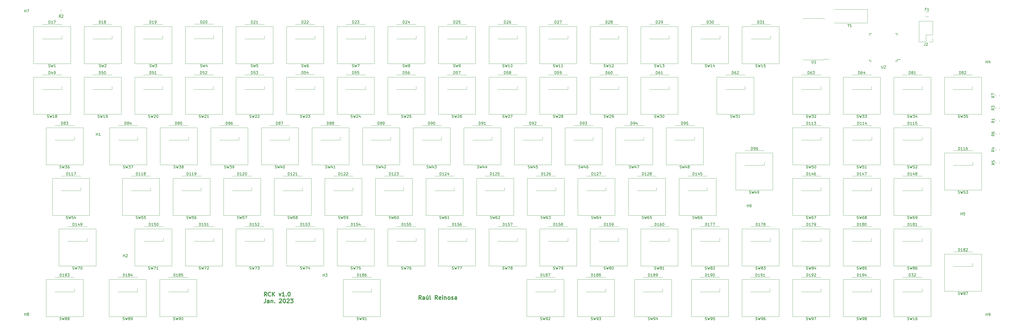
<source format=gbr>
G04 #@! TF.GenerationSoftware,KiCad,Pcbnew,(5.1.4)-1*
G04 #@! TF.CreationDate,2023-02-02T16:14:58+01:00*
G04 #@! TF.ProjectId,pcb,7063622e-6b69-4636-9164-5f7063625858,1.0*
G04 #@! TF.SameCoordinates,Original*
G04 #@! TF.FileFunction,Legend,Top*
G04 #@! TF.FilePolarity,Positive*
%FSLAX46Y46*%
G04 Gerber Fmt 4.6, Leading zero omitted, Abs format (unit mm)*
G04 Created by KiCad (PCBNEW (5.1.4)-1) date 2023-02-02 16:14:58*
%MOMM*%
%LPD*%
G04 APERTURE LIST*
%ADD10C,0.300000*%
%ADD11C,0.150000*%
%ADD12C,0.120000*%
G04 APERTURE END LIST*
D10*
X175208785Y-230358071D02*
X174708785Y-229643785D01*
X174351642Y-230358071D02*
X174351642Y-228858071D01*
X174923071Y-228858071D01*
X175065928Y-228929500D01*
X175137357Y-229000928D01*
X175208785Y-229143785D01*
X175208785Y-229358071D01*
X175137357Y-229500928D01*
X175065928Y-229572357D01*
X174923071Y-229643785D01*
X174351642Y-229643785D01*
X176494500Y-230358071D02*
X176494500Y-229572357D01*
X176423071Y-229429500D01*
X176280214Y-229358071D01*
X175994500Y-229358071D01*
X175851642Y-229429500D01*
X176494500Y-230286642D02*
X176351642Y-230358071D01*
X175994500Y-230358071D01*
X175851642Y-230286642D01*
X175780214Y-230143785D01*
X175780214Y-230000928D01*
X175851642Y-229858071D01*
X175994500Y-229786642D01*
X176351642Y-229786642D01*
X176494500Y-229715214D01*
X177851642Y-229358071D02*
X177851642Y-230358071D01*
X177208785Y-229358071D02*
X177208785Y-230143785D01*
X177280214Y-230286642D01*
X177423071Y-230358071D01*
X177637357Y-230358071D01*
X177780214Y-230286642D01*
X177851642Y-230215214D01*
X177708785Y-228786642D02*
X177494500Y-229000928D01*
X178780214Y-230358071D02*
X178637357Y-230286642D01*
X178565928Y-230143785D01*
X178565928Y-228858071D01*
X181351642Y-230358071D02*
X180851642Y-229643785D01*
X180494500Y-230358071D02*
X180494500Y-228858071D01*
X181065928Y-228858071D01*
X181208785Y-228929500D01*
X181280214Y-229000928D01*
X181351642Y-229143785D01*
X181351642Y-229358071D01*
X181280214Y-229500928D01*
X181208785Y-229572357D01*
X181065928Y-229643785D01*
X180494500Y-229643785D01*
X182565928Y-230286642D02*
X182423071Y-230358071D01*
X182137357Y-230358071D01*
X181994500Y-230286642D01*
X181923071Y-230143785D01*
X181923071Y-229572357D01*
X181994500Y-229429500D01*
X182137357Y-229358071D01*
X182423071Y-229358071D01*
X182565928Y-229429500D01*
X182637357Y-229572357D01*
X182637357Y-229715214D01*
X181923071Y-229858071D01*
X183280214Y-230358071D02*
X183280214Y-229358071D01*
X183280214Y-228858071D02*
X183208785Y-228929500D01*
X183280214Y-229000928D01*
X183351642Y-228929500D01*
X183280214Y-228858071D01*
X183280214Y-229000928D01*
X183994500Y-229358071D02*
X183994500Y-230358071D01*
X183994500Y-229500928D02*
X184065928Y-229429500D01*
X184208785Y-229358071D01*
X184423071Y-229358071D01*
X184565928Y-229429500D01*
X184637357Y-229572357D01*
X184637357Y-230358071D01*
X185565928Y-230358071D02*
X185423071Y-230286642D01*
X185351642Y-230215214D01*
X185280214Y-230072357D01*
X185280214Y-229643785D01*
X185351642Y-229500928D01*
X185423071Y-229429500D01*
X185565928Y-229358071D01*
X185780214Y-229358071D01*
X185923071Y-229429500D01*
X185994500Y-229500928D01*
X186065928Y-229643785D01*
X186065928Y-230072357D01*
X185994500Y-230215214D01*
X185923071Y-230286642D01*
X185780214Y-230358071D01*
X185565928Y-230358071D01*
X186637357Y-230286642D02*
X186780214Y-230358071D01*
X187065928Y-230358071D01*
X187208785Y-230286642D01*
X187280214Y-230143785D01*
X187280214Y-230072357D01*
X187208785Y-229929500D01*
X187065928Y-229858071D01*
X186851642Y-229858071D01*
X186708785Y-229786642D01*
X186637357Y-229643785D01*
X186637357Y-229572357D01*
X186708785Y-229429500D01*
X186851642Y-229358071D01*
X187065928Y-229358071D01*
X187208785Y-229429500D01*
X188565928Y-230358071D02*
X188565928Y-229572357D01*
X188494500Y-229429500D01*
X188351642Y-229358071D01*
X188065928Y-229358071D01*
X187923071Y-229429500D01*
X188565928Y-230286642D02*
X188423071Y-230358071D01*
X188065928Y-230358071D01*
X187923071Y-230286642D01*
X187851642Y-230143785D01*
X187851642Y-230000928D01*
X187923071Y-229858071D01*
X188065928Y-229786642D01*
X188423071Y-229786642D01*
X188565928Y-229715214D01*
X117042785Y-229083071D02*
X116542785Y-228368785D01*
X116185642Y-229083071D02*
X116185642Y-227583071D01*
X116757071Y-227583071D01*
X116899928Y-227654500D01*
X116971357Y-227725928D01*
X117042785Y-227868785D01*
X117042785Y-228083071D01*
X116971357Y-228225928D01*
X116899928Y-228297357D01*
X116757071Y-228368785D01*
X116185642Y-228368785D01*
X118542785Y-228940214D02*
X118471357Y-229011642D01*
X118257071Y-229083071D01*
X118114214Y-229083071D01*
X117899928Y-229011642D01*
X117757071Y-228868785D01*
X117685642Y-228725928D01*
X117614214Y-228440214D01*
X117614214Y-228225928D01*
X117685642Y-227940214D01*
X117757071Y-227797357D01*
X117899928Y-227654500D01*
X118114214Y-227583071D01*
X118257071Y-227583071D01*
X118471357Y-227654500D01*
X118542785Y-227725928D01*
X119185642Y-229083071D02*
X119185642Y-227583071D01*
X120042785Y-229083071D02*
X119399928Y-228225928D01*
X120042785Y-227583071D02*
X119185642Y-228440214D01*
X121685642Y-228083071D02*
X122042785Y-229083071D01*
X122399928Y-228083071D01*
X123757071Y-229083071D02*
X122899928Y-229083071D01*
X123328500Y-229083071D02*
X123328500Y-227583071D01*
X123185642Y-227797357D01*
X123042785Y-227940214D01*
X122899928Y-228011642D01*
X124399928Y-228940214D02*
X124471357Y-229011642D01*
X124399928Y-229083071D01*
X124328500Y-229011642D01*
X124399928Y-228940214D01*
X124399928Y-229083071D01*
X125399928Y-227583071D02*
X125542785Y-227583071D01*
X125685642Y-227654500D01*
X125757071Y-227725928D01*
X125828500Y-227868785D01*
X125899928Y-228154500D01*
X125899928Y-228511642D01*
X125828500Y-228797357D01*
X125757071Y-228940214D01*
X125685642Y-229011642D01*
X125542785Y-229083071D01*
X125399928Y-229083071D01*
X125257071Y-229011642D01*
X125185642Y-228940214D01*
X125114214Y-228797357D01*
X125042785Y-228511642D01*
X125042785Y-228154500D01*
X125114214Y-227868785D01*
X125185642Y-227725928D01*
X125257071Y-227654500D01*
X125399928Y-227583071D01*
X116614214Y-230133071D02*
X116614214Y-231204500D01*
X116542785Y-231418785D01*
X116399928Y-231561642D01*
X116185642Y-231633071D01*
X116042785Y-231633071D01*
X117971357Y-231633071D02*
X117971357Y-230847357D01*
X117899928Y-230704500D01*
X117757071Y-230633071D01*
X117471357Y-230633071D01*
X117328500Y-230704500D01*
X117971357Y-231561642D02*
X117828500Y-231633071D01*
X117471357Y-231633071D01*
X117328500Y-231561642D01*
X117257071Y-231418785D01*
X117257071Y-231275928D01*
X117328500Y-231133071D01*
X117471357Y-231061642D01*
X117828500Y-231061642D01*
X117971357Y-230990214D01*
X118685642Y-230633071D02*
X118685642Y-231633071D01*
X118685642Y-230775928D02*
X118757071Y-230704500D01*
X118899928Y-230633071D01*
X119114214Y-230633071D01*
X119257071Y-230704500D01*
X119328500Y-230847357D01*
X119328500Y-231633071D01*
X120042785Y-231490214D02*
X120114214Y-231561642D01*
X120042785Y-231633071D01*
X119971357Y-231561642D01*
X120042785Y-231490214D01*
X120042785Y-231633071D01*
X121828500Y-230275928D02*
X121899928Y-230204500D01*
X122042785Y-230133071D01*
X122399928Y-230133071D01*
X122542785Y-230204500D01*
X122614214Y-230275928D01*
X122685642Y-230418785D01*
X122685642Y-230561642D01*
X122614214Y-230775928D01*
X121757071Y-231633071D01*
X122685642Y-231633071D01*
X123614214Y-230133071D02*
X123757071Y-230133071D01*
X123899928Y-230204500D01*
X123971357Y-230275928D01*
X124042785Y-230418785D01*
X124114214Y-230704500D01*
X124114214Y-231061642D01*
X124042785Y-231347357D01*
X123971357Y-231490214D01*
X123899928Y-231561642D01*
X123757071Y-231633071D01*
X123614214Y-231633071D01*
X123471357Y-231561642D01*
X123399928Y-231490214D01*
X123328500Y-231347357D01*
X123257071Y-231061642D01*
X123257071Y-230704500D01*
X123328500Y-230418785D01*
X123399928Y-230275928D01*
X123471357Y-230204500D01*
X123614214Y-230133071D01*
X124685642Y-230275928D02*
X124757071Y-230204500D01*
X124899928Y-230133071D01*
X125257071Y-230133071D01*
X125399928Y-230204500D01*
X125471357Y-230275928D01*
X125542785Y-230418785D01*
X125542785Y-230561642D01*
X125471357Y-230775928D01*
X124614214Y-231633071D01*
X125542785Y-231633071D01*
X126042785Y-230133071D02*
X126971357Y-230133071D01*
X126471357Y-230704500D01*
X126685642Y-230704500D01*
X126828500Y-230775928D01*
X126899928Y-230847357D01*
X126971357Y-230990214D01*
X126971357Y-231347357D01*
X126899928Y-231490214D01*
X126828500Y-231561642D01*
X126685642Y-231633071D01*
X126257071Y-231633071D01*
X126114214Y-231561642D01*
X126042785Y-231490214D01*
D11*
X354425000Y-140557000D02*
X354425000Y-139982000D01*
X344075000Y-140557000D02*
X344075000Y-139882000D01*
X344075000Y-130207000D02*
X344075000Y-130882000D01*
X354425000Y-130207000D02*
X354425000Y-130882000D01*
X354425000Y-140557000D02*
X353750000Y-140557000D01*
X354425000Y-130207000D02*
X353750000Y-130207000D01*
X344075000Y-130207000D02*
X344750000Y-130207000D01*
X344075000Y-140557000D02*
X344750000Y-140557000D01*
X354425000Y-139982000D02*
X355700000Y-139982000D01*
D12*
X156434000Y-164763000D02*
X163734000Y-164763000D01*
X156434000Y-170263000D02*
X163734000Y-170263000D01*
X163734000Y-170263000D02*
X163734000Y-169113000D01*
X375382000Y-145713000D02*
X382682000Y-145713000D01*
X375382000Y-151213000D02*
X382682000Y-151213000D01*
X382682000Y-151213000D02*
X382682000Y-150063000D01*
X213584000Y-164763000D02*
X220884000Y-164763000D01*
X213584000Y-170263000D02*
X220884000Y-170263000D01*
X220884000Y-170263000D02*
X220884000Y-169113000D01*
X137384000Y-164763000D02*
X144684000Y-164763000D01*
X137384000Y-170263000D02*
X144684000Y-170263000D01*
X144684000Y-170263000D02*
X144684000Y-169113000D01*
X80233500Y-164763000D02*
X87533500Y-164763000D01*
X80233500Y-170263000D02*
X87533500Y-170263000D01*
X87533500Y-170263000D02*
X87533500Y-169113000D01*
X194534000Y-164763000D02*
X201834000Y-164763000D01*
X194534000Y-170263000D02*
X201834000Y-170263000D01*
X201834000Y-170263000D02*
X201834000Y-169113000D01*
X251684000Y-164763000D02*
X258984000Y-164763000D01*
X251684000Y-170263000D02*
X258984000Y-170263000D01*
X258984000Y-170263000D02*
X258984000Y-169113000D01*
X37307500Y-164763000D02*
X44607500Y-164763000D01*
X37307500Y-170263000D02*
X44607500Y-170263000D01*
X44607500Y-170263000D02*
X44607500Y-169113000D01*
X99284000Y-164763000D02*
X106584000Y-164763000D01*
X99284000Y-170263000D02*
X106584000Y-170263000D01*
X106584000Y-170263000D02*
X106584000Y-169113000D01*
X175484000Y-164763000D02*
X182784000Y-164763000D01*
X175484000Y-170263000D02*
X182784000Y-170263000D01*
X182784000Y-170263000D02*
X182784000Y-169113000D01*
X289784000Y-145713000D02*
X297084000Y-145713000D01*
X289784000Y-151213000D02*
X297084000Y-151213000D01*
X297084000Y-151213000D02*
X297084000Y-150063000D01*
X318358000Y-145713000D02*
X325658000Y-145713000D01*
X318358000Y-151213000D02*
X325658000Y-151213000D01*
X325658000Y-151213000D02*
X325658000Y-150063000D01*
X356458000Y-145713000D02*
X363758000Y-145713000D01*
X356458000Y-151213000D02*
X363758000Y-151213000D01*
X363758000Y-151213000D02*
X363758000Y-150063000D01*
X61183500Y-164763000D02*
X68483500Y-164763000D01*
X61183500Y-170263000D02*
X68483500Y-170263000D01*
X68483500Y-170263000D02*
X68483500Y-169113000D01*
X270734000Y-164763000D02*
X278034000Y-164763000D01*
X270734000Y-170263000D02*
X278034000Y-170263000D01*
X278034000Y-170263000D02*
X278034000Y-169113000D01*
X118206000Y-164763000D02*
X125506000Y-164763000D01*
X118206000Y-170263000D02*
X125506000Y-170263000D01*
X125506000Y-170263000D02*
X125506000Y-169113000D01*
X297022000Y-174288000D02*
X304322000Y-174288000D01*
X297022000Y-179788000D02*
X304322000Y-179788000D01*
X304322000Y-179788000D02*
X304322000Y-178638000D01*
X337408000Y-145713000D02*
X344708000Y-145713000D01*
X337408000Y-151213000D02*
X344708000Y-151213000D01*
X344708000Y-151213000D02*
X344708000Y-150063000D01*
X232634000Y-164763000D02*
X239934000Y-164763000D01*
X232634000Y-170263000D02*
X239934000Y-170263000D01*
X239934000Y-170263000D02*
X239934000Y-169113000D01*
X363758000Y-227413000D02*
X363758000Y-226263000D01*
X356458000Y-227413000D02*
X363758000Y-227413000D01*
X356458000Y-221913000D02*
X363758000Y-221913000D01*
X356458000Y-164763000D02*
X363758000Y-164763000D01*
X356458000Y-170263000D02*
X363758000Y-170263000D01*
X363758000Y-170263000D02*
X363758000Y-169113000D01*
X39720500Y-183813000D02*
X47020500Y-183813000D01*
X39720500Y-189313000D02*
X47020500Y-189313000D01*
X47020500Y-189313000D02*
X47020500Y-188163000D01*
X237460000Y-183813000D02*
X244760000Y-183813000D01*
X237460000Y-189313000D02*
X244760000Y-189313000D01*
X244760000Y-189313000D02*
X244760000Y-188163000D01*
X375508000Y-174288000D02*
X382808000Y-174288000D01*
X375508000Y-179788000D02*
X382808000Y-179788000D01*
X382808000Y-179788000D02*
X382808000Y-178638000D01*
X337536000Y-164763000D02*
X344836000Y-164763000D01*
X337536000Y-170263000D02*
X344836000Y-170263000D01*
X344836000Y-170263000D02*
X344836000Y-169113000D01*
X66009500Y-183813000D02*
X73309500Y-183813000D01*
X66009500Y-189313000D02*
X73309500Y-189313000D01*
X73309500Y-189313000D02*
X73309500Y-188163000D01*
X142210000Y-183813000D02*
X149510000Y-183813000D01*
X142210000Y-189313000D02*
X149510000Y-189313000D01*
X149510000Y-189313000D02*
X149510000Y-188163000D01*
X199232000Y-183813000D02*
X206532000Y-183813000D01*
X199232000Y-189313000D02*
X206532000Y-189313000D01*
X206532000Y-189313000D02*
X206532000Y-188163000D01*
X256510000Y-183813000D02*
X263810000Y-183813000D01*
X256510000Y-189313000D02*
X263810000Y-189313000D01*
X263810000Y-189313000D02*
X263810000Y-188163000D01*
X318358000Y-164763000D02*
X325658000Y-164763000D01*
X318358000Y-170263000D02*
X325658000Y-170263000D01*
X325658000Y-170263000D02*
X325658000Y-169113000D01*
X123160000Y-183813000D02*
X130460000Y-183813000D01*
X123160000Y-189313000D02*
X130460000Y-189313000D01*
X130460000Y-189313000D02*
X130460000Y-188163000D01*
X180310000Y-183813000D02*
X187610000Y-183813000D01*
X180310000Y-189313000D02*
X187610000Y-189313000D01*
X187610000Y-189313000D02*
X187610000Y-188163000D01*
X218536000Y-183813000D02*
X225836000Y-183813000D01*
X218536000Y-189313000D02*
X225836000Y-189313000D01*
X225836000Y-189313000D02*
X225836000Y-188163000D01*
X85059500Y-183813000D02*
X92359500Y-183813000D01*
X85059500Y-189313000D02*
X92359500Y-189313000D01*
X92359500Y-189313000D02*
X92359500Y-188163000D01*
X161260000Y-183813000D02*
X168560000Y-183813000D01*
X161260000Y-189313000D02*
X168560000Y-189313000D01*
X168560000Y-189313000D02*
X168560000Y-188163000D01*
X104110000Y-183813000D02*
X111410000Y-183813000D01*
X104110000Y-189313000D02*
X111410000Y-189313000D01*
X111410000Y-189313000D02*
X111410000Y-188163000D01*
X127858000Y-126663000D02*
X135158000Y-126663000D01*
X127858000Y-132163000D02*
X135158000Y-132163000D01*
X135158000Y-132163000D02*
X135158000Y-131013000D01*
X32608500Y-126663000D02*
X39908500Y-126663000D01*
X32608500Y-132163000D02*
X39908500Y-132163000D01*
X39908500Y-132163000D02*
X39908500Y-131013000D01*
X108808000Y-126663000D02*
X116108000Y-126663000D01*
X108808000Y-132163000D02*
X116108000Y-132163000D01*
X116108000Y-132163000D02*
X116108000Y-131013000D01*
X165958000Y-126663000D02*
X173258000Y-126663000D01*
X165958000Y-132163000D02*
X173258000Y-132163000D01*
X173258000Y-132163000D02*
X173258000Y-131013000D01*
X70581500Y-126663000D02*
X77881500Y-126663000D01*
X70581500Y-132163000D02*
X77881500Y-132163000D01*
X77881500Y-132163000D02*
X77881500Y-131013000D01*
X51531500Y-126663000D02*
X58831500Y-126663000D01*
X51531500Y-132163000D02*
X58831500Y-132163000D01*
X58831500Y-132163000D02*
X58831500Y-131013000D01*
X89721500Y-126612000D02*
X97021500Y-126612000D01*
X89721500Y-132112000D02*
X97021500Y-132112000D01*
X97021500Y-132112000D02*
X97021500Y-130962000D01*
X146908000Y-126663000D02*
X154208000Y-126663000D01*
X146908000Y-132163000D02*
X154208000Y-132163000D01*
X154208000Y-132163000D02*
X154208000Y-131013000D01*
X127822000Y-145662000D02*
X135122000Y-145662000D01*
X127822000Y-151162000D02*
X135122000Y-151162000D01*
X135122000Y-151162000D02*
X135122000Y-150012000D01*
X165958000Y-145713000D02*
X173258000Y-145713000D01*
X165958000Y-151213000D02*
X173258000Y-151213000D01*
X173258000Y-151213000D02*
X173258000Y-150063000D01*
X299436000Y-126663000D02*
X306736000Y-126663000D01*
X299436000Y-132163000D02*
X306736000Y-132163000D01*
X306736000Y-132163000D02*
X306736000Y-131013000D01*
X51531500Y-145713000D02*
X58831500Y-145713000D01*
X51531500Y-151213000D02*
X58831500Y-151213000D01*
X58831500Y-151213000D02*
X58831500Y-150063000D01*
X242286000Y-126663000D02*
X249586000Y-126663000D01*
X242286000Y-132163000D02*
X249586000Y-132163000D01*
X249586000Y-132163000D02*
X249586000Y-131013000D01*
X261208000Y-126663000D02*
X268508000Y-126663000D01*
X261208000Y-132163000D02*
X268508000Y-132163000D01*
X268508000Y-132163000D02*
X268508000Y-131013000D01*
X185008000Y-145713000D02*
X192308000Y-145713000D01*
X185008000Y-151213000D02*
X192308000Y-151213000D01*
X192308000Y-151213000D02*
X192308000Y-150063000D01*
X242286000Y-145713000D02*
X249586000Y-145713000D01*
X242286000Y-151213000D02*
X249586000Y-151213000D01*
X249586000Y-151213000D02*
X249586000Y-150063000D01*
X261208000Y-145713000D02*
X268508000Y-145713000D01*
X261208000Y-151213000D02*
X268508000Y-151213000D01*
X268508000Y-151213000D02*
X268508000Y-150063000D01*
X185008000Y-126663000D02*
X192308000Y-126663000D01*
X185008000Y-132163000D02*
X192308000Y-132163000D01*
X192308000Y-132163000D02*
X192308000Y-131013000D01*
X204058000Y-126663000D02*
X211358000Y-126663000D01*
X204058000Y-132163000D02*
X211358000Y-132163000D01*
X211358000Y-132163000D02*
X211358000Y-131013000D01*
X89631500Y-145713000D02*
X96931500Y-145713000D01*
X89631500Y-151213000D02*
X96931500Y-151213000D01*
X96931500Y-151213000D02*
X96931500Y-150063000D01*
X280386000Y-126663000D02*
X287686000Y-126663000D01*
X280386000Y-132163000D02*
X287686000Y-132163000D01*
X287686000Y-132163000D02*
X287686000Y-131013000D01*
X223108000Y-145713000D02*
X230408000Y-145713000D01*
X223108000Y-151213000D02*
X230408000Y-151213000D01*
X230408000Y-151213000D02*
X230408000Y-150063000D01*
X204058000Y-145713000D02*
X211358000Y-145713000D01*
X204058000Y-151213000D02*
X211358000Y-151213000D01*
X211358000Y-151213000D02*
X211358000Y-150063000D01*
X108808000Y-145713000D02*
X116108000Y-145713000D01*
X108808000Y-151213000D02*
X116108000Y-151213000D01*
X116108000Y-151213000D02*
X116108000Y-150063000D01*
X146908000Y-145713000D02*
X154208000Y-145713000D01*
X146908000Y-151213000D02*
X154208000Y-151213000D01*
X154208000Y-151213000D02*
X154208000Y-150063000D01*
X70581500Y-145713000D02*
X77881500Y-145713000D01*
X70581500Y-151213000D02*
X77881500Y-151213000D01*
X77881500Y-151213000D02*
X77881500Y-150063000D01*
X32608500Y-145713000D02*
X39908500Y-145713000D01*
X32608500Y-151213000D02*
X39908500Y-151213000D01*
X39908500Y-151213000D02*
X39908500Y-150063000D01*
X223108000Y-126663000D02*
X230408000Y-126663000D01*
X223108000Y-132163000D02*
X230408000Y-132163000D01*
X230408000Y-132163000D02*
X230408000Y-131013000D01*
X391466000Y-158500578D02*
X391466000Y-157983422D01*
X392886000Y-158500578D02*
X392886000Y-157983422D01*
X391466000Y-174106578D02*
X391466000Y-173589422D01*
X392886000Y-174106578D02*
X392886000Y-173589422D01*
X391466000Y-168230578D02*
X391466000Y-167713422D01*
X392886000Y-168230578D02*
X392886000Y-167713422D01*
X330650000Y-126184000D02*
X343250000Y-126184000D01*
X343250000Y-126184000D02*
X343250000Y-121084000D01*
X343250000Y-121084000D02*
X330650000Y-121084000D01*
X323024000Y-124460000D02*
X319164000Y-124460000D01*
X319164000Y-124460000D02*
X319164000Y-124725000D01*
X323024000Y-124460000D02*
X326884000Y-124460000D01*
X326884000Y-124460000D02*
X326884000Y-124725000D01*
X323024000Y-140080000D02*
X319164000Y-140080000D01*
X319164000Y-140080000D02*
X319164000Y-139815000D01*
X323024000Y-140080000D02*
X326884000Y-140080000D01*
X326884000Y-140080000D02*
X326884000Y-139815000D01*
X326884000Y-139815000D02*
X328699000Y-139815000D01*
X391530000Y-179089578D02*
X391530000Y-178572422D01*
X392950000Y-179089578D02*
X392950000Y-178572422D01*
X391466000Y-153801578D02*
X391466000Y-153284422D01*
X392886000Y-153801578D02*
X392886000Y-153284422D01*
X37307500Y-221913000D02*
X44607500Y-221913000D01*
X37307500Y-227413000D02*
X44607500Y-227413000D01*
X44607500Y-227413000D02*
X44607500Y-226263000D01*
X61056500Y-221913000D02*
X68356500Y-221913000D01*
X61056500Y-227413000D02*
X68356500Y-227413000D01*
X68356500Y-227413000D02*
X68356500Y-226263000D01*
X356458000Y-202863000D02*
X363758000Y-202863000D01*
X356458000Y-208363000D02*
X363758000Y-208363000D01*
X363758000Y-208363000D02*
X363758000Y-207213000D01*
X80106500Y-221913000D02*
X87406500Y-221913000D01*
X80106500Y-227413000D02*
X87406500Y-227413000D01*
X87406500Y-227413000D02*
X87406500Y-226263000D01*
X337408000Y-202863000D02*
X344708000Y-202863000D01*
X337408000Y-208363000D02*
X344708000Y-208363000D01*
X344708000Y-208363000D02*
X344708000Y-207213000D01*
X218282000Y-221913000D02*
X225582000Y-221913000D01*
X218282000Y-227413000D02*
X225582000Y-227413000D01*
X225582000Y-227413000D02*
X225582000Y-226263000D01*
X280258000Y-202863000D02*
X287558000Y-202863000D01*
X280258000Y-208363000D02*
X287558000Y-208363000D01*
X287558000Y-208363000D02*
X287558000Y-207213000D01*
X299308000Y-202863000D02*
X306608000Y-202863000D01*
X299308000Y-208363000D02*
X306608000Y-208363000D01*
X306608000Y-208363000D02*
X306608000Y-207213000D01*
X149194000Y-221913000D02*
X156494000Y-221913000D01*
X149194000Y-227413000D02*
X156494000Y-227413000D01*
X156494000Y-227413000D02*
X156494000Y-226263000D01*
X375508000Y-212388000D02*
X382808000Y-212388000D01*
X375508000Y-217888000D02*
X382808000Y-217888000D01*
X382808000Y-217888000D02*
X382808000Y-216738000D01*
X318358000Y-202863000D02*
X325658000Y-202863000D01*
X318358000Y-208363000D02*
X325658000Y-208363000D01*
X325658000Y-208363000D02*
X325658000Y-207213000D01*
X42133500Y-202863000D02*
X49433500Y-202863000D01*
X42133500Y-208363000D02*
X49433500Y-208363000D01*
X49433500Y-208363000D02*
X49433500Y-207213000D01*
X70835500Y-202863000D02*
X78135500Y-202863000D01*
X70835500Y-208363000D02*
X78135500Y-208363000D01*
X78135500Y-208363000D02*
X78135500Y-207213000D01*
X356458000Y-183813000D02*
X363758000Y-183813000D01*
X356458000Y-189313000D02*
X363758000Y-189313000D01*
X363758000Y-189313000D02*
X363758000Y-188163000D01*
X89758500Y-202863000D02*
X97058500Y-202863000D01*
X89758500Y-208363000D02*
X97058500Y-208363000D01*
X97058500Y-208363000D02*
X97058500Y-207213000D01*
X275560000Y-183813000D02*
X282860000Y-183813000D01*
X275560000Y-189313000D02*
X282860000Y-189313000D01*
X282860000Y-189313000D02*
X282860000Y-188163000D01*
X318358000Y-183813000D02*
X325658000Y-183813000D01*
X318358000Y-189313000D02*
X325658000Y-189313000D01*
X325658000Y-189313000D02*
X325658000Y-188163000D01*
X337408000Y-183813000D02*
X344708000Y-183813000D01*
X337408000Y-189313000D02*
X344708000Y-189313000D01*
X344708000Y-189313000D02*
X344708000Y-188163000D01*
X127858000Y-202863000D02*
X135158000Y-202863000D01*
X127858000Y-208363000D02*
X135158000Y-208363000D01*
X135158000Y-208363000D02*
X135158000Y-207213000D01*
X108808000Y-202863000D02*
X116108000Y-202863000D01*
X108808000Y-208363000D02*
X116108000Y-208363000D01*
X116108000Y-208363000D02*
X116108000Y-207213000D01*
X185008000Y-202863000D02*
X192308000Y-202863000D01*
X185008000Y-208363000D02*
X192308000Y-208363000D01*
X192308000Y-208363000D02*
X192308000Y-207213000D01*
X204058000Y-202863000D02*
X211358000Y-202863000D01*
X204058000Y-208363000D02*
X211358000Y-208363000D01*
X211358000Y-208363000D02*
X211358000Y-207213000D01*
X223108000Y-202863000D02*
X230408000Y-202863000D01*
X223108000Y-208363000D02*
X230408000Y-208363000D01*
X230408000Y-208363000D02*
X230408000Y-207213000D01*
X146908000Y-202863000D02*
X154208000Y-202863000D01*
X146908000Y-208363000D02*
X154208000Y-208363000D01*
X154208000Y-208363000D02*
X154208000Y-207213000D01*
X165958000Y-202863000D02*
X173258000Y-202863000D01*
X165958000Y-208363000D02*
X173258000Y-208363000D01*
X173258000Y-208363000D02*
X173258000Y-207213000D01*
X261208000Y-202863000D02*
X268508000Y-202863000D01*
X261208000Y-208363000D02*
X268508000Y-208363000D01*
X268508000Y-208363000D02*
X268508000Y-207213000D01*
X242158000Y-202863000D02*
X249458000Y-202863000D01*
X242158000Y-208363000D02*
X249458000Y-208363000D01*
X249458000Y-208363000D02*
X249458000Y-207213000D01*
X367788000Y-125543000D02*
X362588000Y-125543000D01*
X367788000Y-130683000D02*
X367788000Y-125543000D01*
X362588000Y-133283000D02*
X362588000Y-125543000D01*
X367788000Y-130683000D02*
X365188000Y-130683000D01*
X365188000Y-130683000D02*
X365188000Y-133283000D01*
X365188000Y-133283000D02*
X362588000Y-133283000D01*
X367788000Y-131953000D02*
X367788000Y-133283000D01*
X367788000Y-133283000D02*
X366458000Y-133283000D01*
X39897578Y-122757000D02*
X39380422Y-122757000D01*
X39897578Y-121337000D02*
X39380422Y-121337000D01*
X299182000Y-221913000D02*
X306482000Y-221913000D01*
X299182000Y-227413000D02*
X306482000Y-227413000D01*
X306482000Y-227413000D02*
X306482000Y-226263000D01*
X365030936Y-122026000D02*
X366235064Y-122026000D01*
X365030936Y-123846000D02*
X366235064Y-123846000D01*
X237332000Y-221913000D02*
X244632000Y-221913000D01*
X237332000Y-227413000D02*
X244632000Y-227413000D01*
X244632000Y-227413000D02*
X244632000Y-226263000D01*
X391466000Y-163262578D02*
X391466000Y-162745422D01*
X392886000Y-163262578D02*
X392886000Y-162745422D01*
X258796000Y-221913000D02*
X266096000Y-221913000D01*
X258796000Y-227413000D02*
X266096000Y-227413000D01*
X266096000Y-227413000D02*
X266096000Y-226263000D01*
X280258000Y-221913000D02*
X287558000Y-221913000D01*
X280258000Y-227413000D02*
X287558000Y-227413000D01*
X287558000Y-227413000D02*
X287558000Y-226263000D01*
X318358000Y-221913000D02*
X325658000Y-221913000D01*
X318358000Y-227413000D02*
X325658000Y-227413000D01*
X325658000Y-227413000D02*
X325658000Y-226263000D01*
X337408000Y-221913000D02*
X344708000Y-221913000D01*
X337408000Y-227413000D02*
X344708000Y-227413000D01*
X344708000Y-227413000D02*
X344708000Y-226263000D01*
X43243500Y-127508000D02*
X43243500Y-141478000D01*
X29273500Y-127508000D02*
X43243500Y-127508000D01*
X29273500Y-141478000D02*
X29273500Y-127508000D01*
X43243500Y-141478000D02*
X29273500Y-141478000D01*
X62293500Y-127508000D02*
X62293500Y-141478000D01*
X48323500Y-127508000D02*
X62293500Y-127508000D01*
X48323500Y-141478000D02*
X48323500Y-127508000D01*
X62293500Y-141478000D02*
X48323500Y-141478000D01*
X81343500Y-141478000D02*
X67373500Y-141478000D01*
X67373500Y-141478000D02*
X67373500Y-127508000D01*
X67373500Y-127508000D02*
X81343500Y-127508000D01*
X81343500Y-127508000D02*
X81343500Y-141478000D01*
X100393500Y-127508000D02*
X100393500Y-141478000D01*
X86423500Y-127508000D02*
X100393500Y-127508000D01*
X86423500Y-141478000D02*
X86423500Y-127508000D01*
X100393500Y-141478000D02*
X86423500Y-141478000D01*
X119443000Y-141478000D02*
X105473000Y-141478000D01*
X105473000Y-141478000D02*
X105473000Y-127508000D01*
X105473000Y-127508000D02*
X119443000Y-127508000D01*
X119443000Y-127508000D02*
X119443000Y-141478000D01*
X138493000Y-141478000D02*
X124523000Y-141478000D01*
X124523000Y-141478000D02*
X124523000Y-127508000D01*
X124523000Y-127508000D02*
X138493000Y-127508000D01*
X138493000Y-127508000D02*
X138493000Y-141478000D01*
X157543000Y-141478000D02*
X143573000Y-141478000D01*
X143573000Y-141478000D02*
X143573000Y-127508000D01*
X143573000Y-127508000D02*
X157543000Y-127508000D01*
X157543000Y-127508000D02*
X157543000Y-141478000D01*
X176593000Y-127508000D02*
X176593000Y-141478000D01*
X162623000Y-127508000D02*
X176593000Y-127508000D01*
X162623000Y-141478000D02*
X162623000Y-127508000D01*
X176593000Y-141478000D02*
X162623000Y-141478000D01*
X195643000Y-141478000D02*
X181673000Y-141478000D01*
X181673000Y-141478000D02*
X181673000Y-127508000D01*
X181673000Y-127508000D02*
X195643000Y-127508000D01*
X195643000Y-127508000D02*
X195643000Y-141478000D01*
X214693000Y-127508000D02*
X214693000Y-141478000D01*
X200723000Y-127508000D02*
X214693000Y-127508000D01*
X200723000Y-141478000D02*
X200723000Y-127508000D01*
X214693000Y-141478000D02*
X200723000Y-141478000D01*
X233743000Y-141478000D02*
X219773000Y-141478000D01*
X219773000Y-141478000D02*
X219773000Y-127508000D01*
X219773000Y-127508000D02*
X233743000Y-127508000D01*
X233743000Y-127508000D02*
X233743000Y-141478000D01*
X252793000Y-127508000D02*
X252793000Y-141478000D01*
X238823000Y-127508000D02*
X252793000Y-127508000D01*
X238823000Y-141478000D02*
X238823000Y-127508000D01*
X252793000Y-141478000D02*
X238823000Y-141478000D01*
X271843000Y-141478000D02*
X257873000Y-141478000D01*
X257873000Y-141478000D02*
X257873000Y-127508000D01*
X257873000Y-127508000D02*
X271843000Y-127508000D01*
X271843000Y-127508000D02*
X271843000Y-141478000D01*
X290893000Y-127508000D02*
X290893000Y-141478000D01*
X276923000Y-127508000D02*
X290893000Y-127508000D01*
X276923000Y-141478000D02*
X276923000Y-127508000D01*
X290893000Y-141478000D02*
X276923000Y-141478000D01*
X309943000Y-141478000D02*
X295973000Y-141478000D01*
X295973000Y-141478000D02*
X295973000Y-127508000D01*
X295973000Y-127508000D02*
X309943000Y-127508000D01*
X309943000Y-127508000D02*
X309943000Y-141478000D01*
X367093000Y-222758000D02*
X367093000Y-236728000D01*
X353123000Y-222758000D02*
X367093000Y-222758000D01*
X353123000Y-236728000D02*
X353123000Y-222758000D01*
X367093000Y-236728000D02*
X353123000Y-236728000D01*
X43243500Y-146558000D02*
X43243500Y-160528000D01*
X29273500Y-146558000D02*
X43243500Y-146558000D01*
X29273500Y-160528000D02*
X29273500Y-146558000D01*
X43243500Y-160528000D02*
X29273500Y-160528000D01*
X62293500Y-160528000D02*
X48323500Y-160528000D01*
X48323500Y-160528000D02*
X48323500Y-146558000D01*
X48323500Y-146558000D02*
X62293500Y-146558000D01*
X62293500Y-146558000D02*
X62293500Y-160528000D01*
X81343500Y-146558000D02*
X81343500Y-160528000D01*
X67373500Y-146558000D02*
X81343500Y-146558000D01*
X67373500Y-160528000D02*
X67373500Y-146558000D01*
X81343500Y-160528000D02*
X67373500Y-160528000D01*
X100393500Y-160528000D02*
X86423500Y-160528000D01*
X86423500Y-160528000D02*
X86423500Y-146558000D01*
X86423500Y-146558000D02*
X100393500Y-146558000D01*
X100393500Y-146558000D02*
X100393500Y-160528000D01*
X119443000Y-146558000D02*
X119443000Y-160528000D01*
X105473000Y-146558000D02*
X119443000Y-146558000D01*
X105473000Y-160528000D02*
X105473000Y-146558000D01*
X119443000Y-160528000D02*
X105473000Y-160528000D01*
X138493000Y-160528000D02*
X124523000Y-160528000D01*
X124523000Y-160528000D02*
X124523000Y-146558000D01*
X124523000Y-146558000D02*
X138493000Y-146558000D01*
X138493000Y-146558000D02*
X138493000Y-160528000D01*
X157543000Y-146558000D02*
X157543000Y-160528000D01*
X143573000Y-146558000D02*
X157543000Y-146558000D01*
X143573000Y-160528000D02*
X143573000Y-146558000D01*
X157543000Y-160528000D02*
X143573000Y-160528000D01*
X176593000Y-160528000D02*
X162623000Y-160528000D01*
X162623000Y-160528000D02*
X162623000Y-146558000D01*
X162623000Y-146558000D02*
X176593000Y-146558000D01*
X176593000Y-146558000D02*
X176593000Y-160528000D01*
X195643000Y-146558000D02*
X195643000Y-160528000D01*
X181673000Y-146558000D02*
X195643000Y-146558000D01*
X181673000Y-160528000D02*
X181673000Y-146558000D01*
X195643000Y-160528000D02*
X181673000Y-160528000D01*
X214693000Y-160528000D02*
X200723000Y-160528000D01*
X200723000Y-160528000D02*
X200723000Y-146558000D01*
X200723000Y-146558000D02*
X214693000Y-146558000D01*
X214693000Y-146558000D02*
X214693000Y-160528000D01*
X233743000Y-146558000D02*
X233743000Y-160528000D01*
X219773000Y-146558000D02*
X233743000Y-146558000D01*
X219773000Y-160528000D02*
X219773000Y-146558000D01*
X233743000Y-160528000D02*
X219773000Y-160528000D01*
X252793000Y-160528000D02*
X238823000Y-160528000D01*
X238823000Y-160528000D02*
X238823000Y-146558000D01*
X238823000Y-146558000D02*
X252793000Y-146558000D01*
X252793000Y-146558000D02*
X252793000Y-160528000D01*
X271843000Y-146558000D02*
X271843000Y-160528000D01*
X257873000Y-146558000D02*
X271843000Y-146558000D01*
X257873000Y-160528000D02*
X257873000Y-146558000D01*
X271843000Y-160528000D02*
X257873000Y-160528000D01*
X328993000Y-160528000D02*
X315023000Y-160528000D01*
X315023000Y-160528000D02*
X315023000Y-146558000D01*
X315023000Y-146558000D02*
X328993000Y-146558000D01*
X328993000Y-146558000D02*
X328993000Y-160528000D01*
X348043000Y-146558000D02*
X348043000Y-160528000D01*
X334073000Y-146558000D02*
X348043000Y-146558000D01*
X334073000Y-160528000D02*
X334073000Y-146558000D01*
X348043000Y-160528000D02*
X334073000Y-160528000D01*
X367093000Y-160528000D02*
X353123000Y-160528000D01*
X353123000Y-160528000D02*
X353123000Y-146558000D01*
X353123000Y-146558000D02*
X367093000Y-146558000D01*
X367093000Y-146558000D02*
X367093000Y-160528000D01*
X386143000Y-160528000D02*
X372173000Y-160528000D01*
X372173000Y-160528000D02*
X372173000Y-146558000D01*
X372173000Y-146558000D02*
X386143000Y-146558000D01*
X386143000Y-146558000D02*
X386143000Y-160528000D01*
X71818500Y-165608000D02*
X71818500Y-179578000D01*
X57848500Y-165608000D02*
X71818500Y-165608000D01*
X57848500Y-179578000D02*
X57848500Y-165608000D01*
X71818500Y-179578000D02*
X57848500Y-179578000D01*
X90868500Y-165608000D02*
X90868500Y-179578000D01*
X76898500Y-165608000D02*
X90868500Y-165608000D01*
X76898500Y-179578000D02*
X76898500Y-165608000D01*
X90868500Y-179578000D02*
X76898500Y-179578000D01*
X109919000Y-165608000D02*
X109919000Y-179578000D01*
X95949000Y-165608000D02*
X109919000Y-165608000D01*
X95949000Y-179578000D02*
X95949000Y-165608000D01*
X109919000Y-179578000D02*
X95949000Y-179578000D01*
X128969000Y-179578000D02*
X114999000Y-179578000D01*
X114999000Y-179578000D02*
X114999000Y-165608000D01*
X114999000Y-165608000D02*
X128969000Y-165608000D01*
X128969000Y-165608000D02*
X128969000Y-179578000D01*
X148019000Y-179578000D02*
X134049000Y-179578000D01*
X134049000Y-179578000D02*
X134049000Y-165608000D01*
X134049000Y-165608000D02*
X148019000Y-165608000D01*
X148019000Y-165608000D02*
X148019000Y-179578000D01*
X167069000Y-179578000D02*
X153099000Y-179578000D01*
X153099000Y-179578000D02*
X153099000Y-165608000D01*
X153099000Y-165608000D02*
X167069000Y-165608000D01*
X167069000Y-165608000D02*
X167069000Y-179578000D01*
X186119000Y-179578000D02*
X172149000Y-179578000D01*
X172149000Y-179578000D02*
X172149000Y-165608000D01*
X172149000Y-165608000D02*
X186119000Y-165608000D01*
X186119000Y-165608000D02*
X186119000Y-179578000D01*
X205169000Y-179578000D02*
X191199000Y-179578000D01*
X191199000Y-179578000D02*
X191199000Y-165608000D01*
X191199000Y-165608000D02*
X205169000Y-165608000D01*
X205169000Y-165608000D02*
X205169000Y-179578000D01*
X224219000Y-179578000D02*
X210249000Y-179578000D01*
X210249000Y-179578000D02*
X210249000Y-165608000D01*
X210249000Y-165608000D02*
X224219000Y-165608000D01*
X224219000Y-165608000D02*
X224219000Y-179578000D01*
X243269000Y-179578000D02*
X229299000Y-179578000D01*
X229299000Y-179578000D02*
X229299000Y-165608000D01*
X229299000Y-165608000D02*
X243269000Y-165608000D01*
X243269000Y-165608000D02*
X243269000Y-179578000D01*
X262319000Y-179578000D02*
X248349000Y-179578000D01*
X248349000Y-179578000D02*
X248349000Y-165608000D01*
X248349000Y-165608000D02*
X262319000Y-165608000D01*
X262319000Y-165608000D02*
X262319000Y-179578000D01*
X281369000Y-165608000D02*
X281369000Y-179578000D01*
X267399000Y-165608000D02*
X281369000Y-165608000D01*
X267399000Y-179578000D02*
X267399000Y-165608000D01*
X281369000Y-179578000D02*
X267399000Y-179578000D01*
X328993000Y-165608000D02*
X328993000Y-179578000D01*
X315023000Y-165608000D02*
X328993000Y-165608000D01*
X315023000Y-179578000D02*
X315023000Y-165608000D01*
X328993000Y-179578000D02*
X315023000Y-179578000D01*
X348043000Y-179578000D02*
X334073000Y-179578000D01*
X334073000Y-179578000D02*
X334073000Y-165608000D01*
X334073000Y-165608000D02*
X348043000Y-165608000D01*
X348043000Y-165608000D02*
X348043000Y-179578000D01*
X367093000Y-165608000D02*
X367093000Y-179578000D01*
X353123000Y-165608000D02*
X367093000Y-165608000D01*
X353123000Y-179578000D02*
X353123000Y-165608000D01*
X367093000Y-179578000D02*
X353123000Y-179578000D01*
X50355500Y-198628000D02*
X36385500Y-198628000D01*
X36385500Y-198628000D02*
X36385500Y-184658000D01*
X36385500Y-184658000D02*
X50355500Y-184658000D01*
X50355500Y-184658000D02*
X50355500Y-198628000D01*
X76644500Y-198628000D02*
X62674500Y-198628000D01*
X62674500Y-198628000D02*
X62674500Y-184658000D01*
X62674500Y-184658000D02*
X76644500Y-184658000D01*
X76644500Y-184658000D02*
X76644500Y-198628000D01*
X95694500Y-198628000D02*
X81724500Y-198628000D01*
X81724500Y-198628000D02*
X81724500Y-184658000D01*
X81724500Y-184658000D02*
X95694500Y-184658000D01*
X95694500Y-184658000D02*
X95694500Y-198628000D01*
X114745000Y-198628000D02*
X100775000Y-198628000D01*
X100775000Y-198628000D02*
X100775000Y-184658000D01*
X100775000Y-184658000D02*
X114745000Y-184658000D01*
X114745000Y-184658000D02*
X114745000Y-198628000D01*
X133795000Y-198628000D02*
X119825000Y-198628000D01*
X119825000Y-198628000D02*
X119825000Y-184658000D01*
X119825000Y-184658000D02*
X133795000Y-184658000D01*
X133795000Y-184658000D02*
X133795000Y-198628000D01*
X152845000Y-184658000D02*
X152845000Y-198628000D01*
X138875000Y-184658000D02*
X152845000Y-184658000D01*
X138875000Y-198628000D02*
X138875000Y-184658000D01*
X152845000Y-198628000D02*
X138875000Y-198628000D01*
X171895000Y-198628000D02*
X157925000Y-198628000D01*
X157925000Y-198628000D02*
X157925000Y-184658000D01*
X157925000Y-184658000D02*
X171895000Y-184658000D01*
X171895000Y-184658000D02*
X171895000Y-198628000D01*
X190945000Y-198628000D02*
X176975000Y-198628000D01*
X176975000Y-198628000D02*
X176975000Y-184658000D01*
X176975000Y-184658000D02*
X190945000Y-184658000D01*
X190945000Y-184658000D02*
X190945000Y-198628000D01*
X209995000Y-198628000D02*
X196025000Y-198628000D01*
X196025000Y-198628000D02*
X196025000Y-184658000D01*
X196025000Y-184658000D02*
X209995000Y-184658000D01*
X209995000Y-184658000D02*
X209995000Y-198628000D01*
X229045000Y-184658000D02*
X229045000Y-198628000D01*
X215075000Y-184658000D02*
X229045000Y-184658000D01*
X215075000Y-198628000D02*
X215075000Y-184658000D01*
X229045000Y-198628000D02*
X215075000Y-198628000D01*
X248095000Y-198628000D02*
X234125000Y-198628000D01*
X234125000Y-198628000D02*
X234125000Y-184658000D01*
X234125000Y-184658000D02*
X248095000Y-184658000D01*
X248095000Y-184658000D02*
X248095000Y-198628000D01*
X267145000Y-184658000D02*
X267145000Y-198628000D01*
X253175000Y-184658000D02*
X267145000Y-184658000D01*
X253175000Y-198628000D02*
X253175000Y-184658000D01*
X267145000Y-198628000D02*
X253175000Y-198628000D01*
X286195000Y-198628000D02*
X272225000Y-198628000D01*
X272225000Y-198628000D02*
X272225000Y-184658000D01*
X272225000Y-184658000D02*
X286195000Y-184658000D01*
X286195000Y-184658000D02*
X286195000Y-198628000D01*
X328993000Y-198628000D02*
X315023000Y-198628000D01*
X315023000Y-198628000D02*
X315023000Y-184658000D01*
X315023000Y-184658000D02*
X328993000Y-184658000D01*
X328993000Y-184658000D02*
X328993000Y-198628000D01*
X348043000Y-184658000D02*
X348043000Y-198628000D01*
X334073000Y-184658000D02*
X348043000Y-184658000D01*
X334073000Y-198628000D02*
X334073000Y-184658000D01*
X348043000Y-198628000D02*
X334073000Y-198628000D01*
X367093000Y-198628000D02*
X353123000Y-198628000D01*
X353123000Y-198628000D02*
X353123000Y-184658000D01*
X353123000Y-184658000D02*
X367093000Y-184658000D01*
X367093000Y-184658000D02*
X367093000Y-198628000D01*
X81343500Y-203708000D02*
X81343500Y-217678000D01*
X67373500Y-203708000D02*
X81343500Y-203708000D01*
X67373500Y-217678000D02*
X67373500Y-203708000D01*
X81343500Y-217678000D02*
X67373500Y-217678000D01*
X100393500Y-203708000D02*
X100393500Y-217678000D01*
X86423500Y-203708000D02*
X100393500Y-203708000D01*
X86423500Y-217678000D02*
X86423500Y-203708000D01*
X100393500Y-217678000D02*
X86423500Y-217678000D01*
X119443000Y-217678000D02*
X105473000Y-217678000D01*
X105473000Y-217678000D02*
X105473000Y-203708000D01*
X105473000Y-203708000D02*
X119443000Y-203708000D01*
X119443000Y-203708000D02*
X119443000Y-217678000D01*
X138493000Y-203708000D02*
X138493000Y-217678000D01*
X124523000Y-203708000D02*
X138493000Y-203708000D01*
X124523000Y-217678000D02*
X124523000Y-203708000D01*
X138493000Y-217678000D02*
X124523000Y-217678000D01*
X157543000Y-203708000D02*
X157543000Y-217678000D01*
X143573000Y-203708000D02*
X157543000Y-203708000D01*
X143573000Y-217678000D02*
X143573000Y-203708000D01*
X157543000Y-217678000D02*
X143573000Y-217678000D01*
X176593000Y-203708000D02*
X176593000Y-217678000D01*
X162623000Y-203708000D02*
X176593000Y-203708000D01*
X162623000Y-217678000D02*
X162623000Y-203708000D01*
X176593000Y-217678000D02*
X162623000Y-217678000D01*
X195643000Y-203708000D02*
X195643000Y-217678000D01*
X181673000Y-203708000D02*
X195643000Y-203708000D01*
X181673000Y-217678000D02*
X181673000Y-203708000D01*
X195643000Y-217678000D02*
X181673000Y-217678000D01*
X214693000Y-203708000D02*
X214693000Y-217678000D01*
X200723000Y-203708000D02*
X214693000Y-203708000D01*
X200723000Y-217678000D02*
X200723000Y-203708000D01*
X214693000Y-217678000D02*
X200723000Y-217678000D01*
X233743000Y-203708000D02*
X233743000Y-217678000D01*
X219773000Y-203708000D02*
X233743000Y-203708000D01*
X219773000Y-217678000D02*
X219773000Y-203708000D01*
X233743000Y-217678000D02*
X219773000Y-217678000D01*
X252793000Y-203708000D02*
X252793000Y-217678000D01*
X238823000Y-203708000D02*
X252793000Y-203708000D01*
X238823000Y-217678000D02*
X238823000Y-203708000D01*
X252793000Y-217678000D02*
X238823000Y-217678000D01*
X271843000Y-203708000D02*
X271843000Y-217678000D01*
X257873000Y-203708000D02*
X271843000Y-203708000D01*
X257873000Y-217678000D02*
X257873000Y-203708000D01*
X271843000Y-217678000D02*
X257873000Y-217678000D01*
X290893000Y-203708000D02*
X290893000Y-217678000D01*
X276923000Y-203708000D02*
X290893000Y-203708000D01*
X276923000Y-217678000D02*
X276923000Y-203708000D01*
X290893000Y-217678000D02*
X276923000Y-217678000D01*
X309943000Y-217678000D02*
X295973000Y-217678000D01*
X295973000Y-217678000D02*
X295973000Y-203708000D01*
X295973000Y-203708000D02*
X309943000Y-203708000D01*
X309943000Y-203708000D02*
X309943000Y-217678000D01*
X328993000Y-203708000D02*
X328993000Y-217678000D01*
X315023000Y-203708000D02*
X328993000Y-203708000D01*
X315023000Y-217678000D02*
X315023000Y-203708000D01*
X328993000Y-217678000D02*
X315023000Y-217678000D01*
X348043000Y-203708000D02*
X348043000Y-217678000D01*
X334073000Y-203708000D02*
X348043000Y-203708000D01*
X334073000Y-217678000D02*
X334073000Y-203708000D01*
X348043000Y-217678000D02*
X334073000Y-217678000D01*
X367093000Y-203708000D02*
X367093000Y-217678000D01*
X353123000Y-203708000D02*
X367093000Y-203708000D01*
X353123000Y-217678000D02*
X353123000Y-203708000D01*
X367093000Y-217678000D02*
X353123000Y-217678000D01*
X71691500Y-236728000D02*
X57721500Y-236728000D01*
X57721500Y-236728000D02*
X57721500Y-222758000D01*
X57721500Y-222758000D02*
X71691500Y-222758000D01*
X71691500Y-222758000D02*
X71691500Y-236728000D01*
X90741500Y-222758000D02*
X90741500Y-236728000D01*
X76771500Y-222758000D02*
X90741500Y-222758000D01*
X76771500Y-236728000D02*
X76771500Y-222758000D01*
X90741500Y-236728000D02*
X76771500Y-236728000D01*
X228917000Y-222758000D02*
X228917000Y-236728000D01*
X214947000Y-222758000D02*
X228917000Y-222758000D01*
X214947000Y-236728000D02*
X214947000Y-222758000D01*
X228917000Y-236728000D02*
X214947000Y-236728000D01*
X247967000Y-236728000D02*
X233997000Y-236728000D01*
X233997000Y-236728000D02*
X233997000Y-222758000D01*
X233997000Y-222758000D02*
X247967000Y-222758000D01*
X247967000Y-222758000D02*
X247967000Y-236728000D01*
X290893000Y-222758000D02*
X290893000Y-236728000D01*
X276923000Y-222758000D02*
X290893000Y-222758000D01*
X276923000Y-236728000D02*
X276923000Y-222758000D01*
X290893000Y-236728000D02*
X276923000Y-236728000D01*
X309943000Y-222758000D02*
X309943000Y-236728000D01*
X295973000Y-222758000D02*
X309943000Y-222758000D01*
X295973000Y-236728000D02*
X295973000Y-222758000D01*
X309943000Y-236728000D02*
X295973000Y-236728000D01*
X328993000Y-236728000D02*
X315023000Y-236728000D01*
X315023000Y-236728000D02*
X315023000Y-222758000D01*
X315023000Y-222758000D02*
X328993000Y-222758000D01*
X328993000Y-222758000D02*
X328993000Y-236728000D01*
X348043000Y-236728000D02*
X334073000Y-236728000D01*
X334073000Y-236728000D02*
X334073000Y-222758000D01*
X334073000Y-222758000D02*
X348043000Y-222758000D01*
X348043000Y-222758000D02*
X348043000Y-236728000D01*
X300419000Y-146558000D02*
X300419000Y-160528000D01*
X286449000Y-146558000D02*
X300419000Y-146558000D01*
X286449000Y-160528000D02*
X286449000Y-146558000D01*
X300419000Y-160528000D02*
X286449000Y-160528000D01*
X47942500Y-165608000D02*
X47942500Y-179578000D01*
X33972500Y-165608000D02*
X47942500Y-165608000D01*
X33972500Y-179578000D02*
X33972500Y-165608000D01*
X47942500Y-179578000D02*
X33972500Y-179578000D01*
X307531000Y-189103000D02*
X293561000Y-189103000D01*
X293561000Y-189103000D02*
X293561000Y-175133000D01*
X293561000Y-175133000D02*
X307531000Y-175133000D01*
X307531000Y-175133000D02*
X307531000Y-189103000D01*
X386143000Y-175133000D02*
X386143000Y-189103000D01*
X372173000Y-175133000D02*
X386143000Y-175133000D01*
X372173000Y-189103000D02*
X372173000Y-175133000D01*
X386143000Y-189103000D02*
X372173000Y-189103000D01*
X52768500Y-217678000D02*
X38798500Y-217678000D01*
X38798500Y-217678000D02*
X38798500Y-203708000D01*
X38798500Y-203708000D02*
X52768500Y-203708000D01*
X52768500Y-203708000D02*
X52768500Y-217678000D01*
X386143000Y-227203000D02*
X372173000Y-227203000D01*
X372173000Y-227203000D02*
X372173000Y-213233000D01*
X372173000Y-213233000D02*
X386143000Y-213233000D01*
X386143000Y-213233000D02*
X386143000Y-227203000D01*
X47942500Y-236728000D02*
X33972500Y-236728000D01*
X33972500Y-236728000D02*
X33972500Y-222758000D01*
X33972500Y-222758000D02*
X47942500Y-222758000D01*
X47942500Y-222758000D02*
X47942500Y-236728000D01*
X159829000Y-236728000D02*
X145859000Y-236728000D01*
X145859000Y-236728000D02*
X145859000Y-222758000D01*
X145859000Y-222758000D02*
X159829000Y-222758000D01*
X159829000Y-222758000D02*
X159829000Y-236728000D01*
X269431000Y-236728000D02*
X255461000Y-236728000D01*
X255461000Y-236728000D02*
X255461000Y-222758000D01*
X255461000Y-222758000D02*
X269431000Y-222758000D01*
X269431000Y-222758000D02*
X269431000Y-236728000D01*
D11*
X348488095Y-142284380D02*
X348488095Y-143093904D01*
X348535714Y-143189142D01*
X348583333Y-143236761D01*
X348678571Y-143284380D01*
X348869047Y-143284380D01*
X348964285Y-143236761D01*
X349011904Y-143189142D01*
X349059523Y-143093904D01*
X349059523Y-142284380D01*
X349488095Y-142379619D02*
X349535714Y-142332000D01*
X349630952Y-142284380D01*
X349869047Y-142284380D01*
X349964285Y-142332000D01*
X350011904Y-142379619D01*
X350059523Y-142474857D01*
X350059523Y-142570095D01*
X350011904Y-142712952D01*
X349440476Y-143284380D01*
X350059523Y-143284380D01*
X158869714Y-164465380D02*
X158869714Y-163465380D01*
X159107809Y-163465380D01*
X159250666Y-163513000D01*
X159345904Y-163608238D01*
X159393523Y-163703476D01*
X159441142Y-163893952D01*
X159441142Y-164036809D01*
X159393523Y-164227285D01*
X159345904Y-164322523D01*
X159250666Y-164417761D01*
X159107809Y-164465380D01*
X158869714Y-164465380D01*
X160012571Y-163893952D02*
X159917333Y-163846333D01*
X159869714Y-163798714D01*
X159822095Y-163703476D01*
X159822095Y-163655857D01*
X159869714Y-163560619D01*
X159917333Y-163513000D01*
X160012571Y-163465380D01*
X160203047Y-163465380D01*
X160298285Y-163513000D01*
X160345904Y-163560619D01*
X160393523Y-163655857D01*
X160393523Y-163703476D01*
X160345904Y-163798714D01*
X160298285Y-163846333D01*
X160203047Y-163893952D01*
X160012571Y-163893952D01*
X159917333Y-163941571D01*
X159869714Y-163989190D01*
X159822095Y-164084428D01*
X159822095Y-164274904D01*
X159869714Y-164370142D01*
X159917333Y-164417761D01*
X160012571Y-164465380D01*
X160203047Y-164465380D01*
X160298285Y-164417761D01*
X160345904Y-164370142D01*
X160393523Y-164274904D01*
X160393523Y-164084428D01*
X160345904Y-163989190D01*
X160298285Y-163941571D01*
X160203047Y-163893952D01*
X160869714Y-164465380D02*
X161060190Y-164465380D01*
X161155428Y-164417761D01*
X161203047Y-164370142D01*
X161298285Y-164227285D01*
X161345904Y-164036809D01*
X161345904Y-163655857D01*
X161298285Y-163560619D01*
X161250666Y-163513000D01*
X161155428Y-163465380D01*
X160964952Y-163465380D01*
X160869714Y-163513000D01*
X160822095Y-163560619D01*
X160774476Y-163655857D01*
X160774476Y-163893952D01*
X160822095Y-163989190D01*
X160869714Y-164036809D01*
X160964952Y-164084428D01*
X161155428Y-164084428D01*
X161250666Y-164036809D01*
X161298285Y-163989190D01*
X161345904Y-163893952D01*
X377817714Y-145415380D02*
X377817714Y-144415380D01*
X378055809Y-144415380D01*
X378198666Y-144463000D01*
X378293904Y-144558238D01*
X378341523Y-144653476D01*
X378389142Y-144843952D01*
X378389142Y-144986809D01*
X378341523Y-145177285D01*
X378293904Y-145272523D01*
X378198666Y-145367761D01*
X378055809Y-145415380D01*
X377817714Y-145415380D01*
X378960571Y-144843952D02*
X378865333Y-144796333D01*
X378817714Y-144748714D01*
X378770095Y-144653476D01*
X378770095Y-144605857D01*
X378817714Y-144510619D01*
X378865333Y-144463000D01*
X378960571Y-144415380D01*
X379151047Y-144415380D01*
X379246285Y-144463000D01*
X379293904Y-144510619D01*
X379341523Y-144605857D01*
X379341523Y-144653476D01*
X379293904Y-144748714D01*
X379246285Y-144796333D01*
X379151047Y-144843952D01*
X378960571Y-144843952D01*
X378865333Y-144891571D01*
X378817714Y-144939190D01*
X378770095Y-145034428D01*
X378770095Y-145224904D01*
X378817714Y-145320142D01*
X378865333Y-145367761D01*
X378960571Y-145415380D01*
X379151047Y-145415380D01*
X379246285Y-145367761D01*
X379293904Y-145320142D01*
X379341523Y-145224904D01*
X379341523Y-145034428D01*
X379293904Y-144939190D01*
X379246285Y-144891571D01*
X379151047Y-144843952D01*
X379722476Y-144510619D02*
X379770095Y-144463000D01*
X379865333Y-144415380D01*
X380103428Y-144415380D01*
X380198666Y-144463000D01*
X380246285Y-144510619D01*
X380293904Y-144605857D01*
X380293904Y-144701095D01*
X380246285Y-144843952D01*
X379674857Y-145415380D01*
X380293904Y-145415380D01*
X216019714Y-164465380D02*
X216019714Y-163465380D01*
X216257809Y-163465380D01*
X216400666Y-163513000D01*
X216495904Y-163608238D01*
X216543523Y-163703476D01*
X216591142Y-163893952D01*
X216591142Y-164036809D01*
X216543523Y-164227285D01*
X216495904Y-164322523D01*
X216400666Y-164417761D01*
X216257809Y-164465380D01*
X216019714Y-164465380D01*
X217067333Y-164465380D02*
X217257809Y-164465380D01*
X217353047Y-164417761D01*
X217400666Y-164370142D01*
X217495904Y-164227285D01*
X217543523Y-164036809D01*
X217543523Y-163655857D01*
X217495904Y-163560619D01*
X217448285Y-163513000D01*
X217353047Y-163465380D01*
X217162571Y-163465380D01*
X217067333Y-163513000D01*
X217019714Y-163560619D01*
X216972095Y-163655857D01*
X216972095Y-163893952D01*
X217019714Y-163989190D01*
X217067333Y-164036809D01*
X217162571Y-164084428D01*
X217353047Y-164084428D01*
X217448285Y-164036809D01*
X217495904Y-163989190D01*
X217543523Y-163893952D01*
X217924476Y-163560619D02*
X217972095Y-163513000D01*
X218067333Y-163465380D01*
X218305428Y-163465380D01*
X218400666Y-163513000D01*
X218448285Y-163560619D01*
X218495904Y-163655857D01*
X218495904Y-163751095D01*
X218448285Y-163893952D01*
X217876857Y-164465380D01*
X218495904Y-164465380D01*
X139819714Y-164465380D02*
X139819714Y-163465380D01*
X140057809Y-163465380D01*
X140200666Y-163513000D01*
X140295904Y-163608238D01*
X140343523Y-163703476D01*
X140391142Y-163893952D01*
X140391142Y-164036809D01*
X140343523Y-164227285D01*
X140295904Y-164322523D01*
X140200666Y-164417761D01*
X140057809Y-164465380D01*
X139819714Y-164465380D01*
X140962571Y-163893952D02*
X140867333Y-163846333D01*
X140819714Y-163798714D01*
X140772095Y-163703476D01*
X140772095Y-163655857D01*
X140819714Y-163560619D01*
X140867333Y-163513000D01*
X140962571Y-163465380D01*
X141153047Y-163465380D01*
X141248285Y-163513000D01*
X141295904Y-163560619D01*
X141343523Y-163655857D01*
X141343523Y-163703476D01*
X141295904Y-163798714D01*
X141248285Y-163846333D01*
X141153047Y-163893952D01*
X140962571Y-163893952D01*
X140867333Y-163941571D01*
X140819714Y-163989190D01*
X140772095Y-164084428D01*
X140772095Y-164274904D01*
X140819714Y-164370142D01*
X140867333Y-164417761D01*
X140962571Y-164465380D01*
X141153047Y-164465380D01*
X141248285Y-164417761D01*
X141295904Y-164370142D01*
X141343523Y-164274904D01*
X141343523Y-164084428D01*
X141295904Y-163989190D01*
X141248285Y-163941571D01*
X141153047Y-163893952D01*
X141914952Y-163893952D02*
X141819714Y-163846333D01*
X141772095Y-163798714D01*
X141724476Y-163703476D01*
X141724476Y-163655857D01*
X141772095Y-163560619D01*
X141819714Y-163513000D01*
X141914952Y-163465380D01*
X142105428Y-163465380D01*
X142200666Y-163513000D01*
X142248285Y-163560619D01*
X142295904Y-163655857D01*
X142295904Y-163703476D01*
X142248285Y-163798714D01*
X142200666Y-163846333D01*
X142105428Y-163893952D01*
X141914952Y-163893952D01*
X141819714Y-163941571D01*
X141772095Y-163989190D01*
X141724476Y-164084428D01*
X141724476Y-164274904D01*
X141772095Y-164370142D01*
X141819714Y-164417761D01*
X141914952Y-164465380D01*
X142105428Y-164465380D01*
X142200666Y-164417761D01*
X142248285Y-164370142D01*
X142295904Y-164274904D01*
X142295904Y-164084428D01*
X142248285Y-163989190D01*
X142200666Y-163941571D01*
X142105428Y-163893952D01*
X82669214Y-164465380D02*
X82669214Y-163465380D01*
X82907309Y-163465380D01*
X83050166Y-163513000D01*
X83145404Y-163608238D01*
X83193023Y-163703476D01*
X83240642Y-163893952D01*
X83240642Y-164036809D01*
X83193023Y-164227285D01*
X83145404Y-164322523D01*
X83050166Y-164417761D01*
X82907309Y-164465380D01*
X82669214Y-164465380D01*
X83812071Y-163893952D02*
X83716833Y-163846333D01*
X83669214Y-163798714D01*
X83621595Y-163703476D01*
X83621595Y-163655857D01*
X83669214Y-163560619D01*
X83716833Y-163513000D01*
X83812071Y-163465380D01*
X84002547Y-163465380D01*
X84097785Y-163513000D01*
X84145404Y-163560619D01*
X84193023Y-163655857D01*
X84193023Y-163703476D01*
X84145404Y-163798714D01*
X84097785Y-163846333D01*
X84002547Y-163893952D01*
X83812071Y-163893952D01*
X83716833Y-163941571D01*
X83669214Y-163989190D01*
X83621595Y-164084428D01*
X83621595Y-164274904D01*
X83669214Y-164370142D01*
X83716833Y-164417761D01*
X83812071Y-164465380D01*
X84002547Y-164465380D01*
X84097785Y-164417761D01*
X84145404Y-164370142D01*
X84193023Y-164274904D01*
X84193023Y-164084428D01*
X84145404Y-163989190D01*
X84097785Y-163941571D01*
X84002547Y-163893952D01*
X85097785Y-163465380D02*
X84621595Y-163465380D01*
X84573976Y-163941571D01*
X84621595Y-163893952D01*
X84716833Y-163846333D01*
X84954928Y-163846333D01*
X85050166Y-163893952D01*
X85097785Y-163941571D01*
X85145404Y-164036809D01*
X85145404Y-164274904D01*
X85097785Y-164370142D01*
X85050166Y-164417761D01*
X84954928Y-164465380D01*
X84716833Y-164465380D01*
X84621595Y-164417761D01*
X84573976Y-164370142D01*
X196969714Y-164465380D02*
X196969714Y-163465380D01*
X197207809Y-163465380D01*
X197350666Y-163513000D01*
X197445904Y-163608238D01*
X197493523Y-163703476D01*
X197541142Y-163893952D01*
X197541142Y-164036809D01*
X197493523Y-164227285D01*
X197445904Y-164322523D01*
X197350666Y-164417761D01*
X197207809Y-164465380D01*
X196969714Y-164465380D01*
X198017333Y-164465380D02*
X198207809Y-164465380D01*
X198303047Y-164417761D01*
X198350666Y-164370142D01*
X198445904Y-164227285D01*
X198493523Y-164036809D01*
X198493523Y-163655857D01*
X198445904Y-163560619D01*
X198398285Y-163513000D01*
X198303047Y-163465380D01*
X198112571Y-163465380D01*
X198017333Y-163513000D01*
X197969714Y-163560619D01*
X197922095Y-163655857D01*
X197922095Y-163893952D01*
X197969714Y-163989190D01*
X198017333Y-164036809D01*
X198112571Y-164084428D01*
X198303047Y-164084428D01*
X198398285Y-164036809D01*
X198445904Y-163989190D01*
X198493523Y-163893952D01*
X199445904Y-164465380D02*
X198874476Y-164465380D01*
X199160190Y-164465380D02*
X199160190Y-163465380D01*
X199064952Y-163608238D01*
X198969714Y-163703476D01*
X198874476Y-163751095D01*
X254119714Y-164465380D02*
X254119714Y-163465380D01*
X254357809Y-163465380D01*
X254500666Y-163513000D01*
X254595904Y-163608238D01*
X254643523Y-163703476D01*
X254691142Y-163893952D01*
X254691142Y-164036809D01*
X254643523Y-164227285D01*
X254595904Y-164322523D01*
X254500666Y-164417761D01*
X254357809Y-164465380D01*
X254119714Y-164465380D01*
X255167333Y-164465380D02*
X255357809Y-164465380D01*
X255453047Y-164417761D01*
X255500666Y-164370142D01*
X255595904Y-164227285D01*
X255643523Y-164036809D01*
X255643523Y-163655857D01*
X255595904Y-163560619D01*
X255548285Y-163513000D01*
X255453047Y-163465380D01*
X255262571Y-163465380D01*
X255167333Y-163513000D01*
X255119714Y-163560619D01*
X255072095Y-163655857D01*
X255072095Y-163893952D01*
X255119714Y-163989190D01*
X255167333Y-164036809D01*
X255262571Y-164084428D01*
X255453047Y-164084428D01*
X255548285Y-164036809D01*
X255595904Y-163989190D01*
X255643523Y-163893952D01*
X256500666Y-163798714D02*
X256500666Y-164465380D01*
X256262571Y-163417761D02*
X256024476Y-164132047D01*
X256643523Y-164132047D01*
X39743214Y-164465380D02*
X39743214Y-163465380D01*
X39981309Y-163465380D01*
X40124166Y-163513000D01*
X40219404Y-163608238D01*
X40267023Y-163703476D01*
X40314642Y-163893952D01*
X40314642Y-164036809D01*
X40267023Y-164227285D01*
X40219404Y-164322523D01*
X40124166Y-164417761D01*
X39981309Y-164465380D01*
X39743214Y-164465380D01*
X40886071Y-163893952D02*
X40790833Y-163846333D01*
X40743214Y-163798714D01*
X40695595Y-163703476D01*
X40695595Y-163655857D01*
X40743214Y-163560619D01*
X40790833Y-163513000D01*
X40886071Y-163465380D01*
X41076547Y-163465380D01*
X41171785Y-163513000D01*
X41219404Y-163560619D01*
X41267023Y-163655857D01*
X41267023Y-163703476D01*
X41219404Y-163798714D01*
X41171785Y-163846333D01*
X41076547Y-163893952D01*
X40886071Y-163893952D01*
X40790833Y-163941571D01*
X40743214Y-163989190D01*
X40695595Y-164084428D01*
X40695595Y-164274904D01*
X40743214Y-164370142D01*
X40790833Y-164417761D01*
X40886071Y-164465380D01*
X41076547Y-164465380D01*
X41171785Y-164417761D01*
X41219404Y-164370142D01*
X41267023Y-164274904D01*
X41267023Y-164084428D01*
X41219404Y-163989190D01*
X41171785Y-163941571D01*
X41076547Y-163893952D01*
X41600357Y-163465380D02*
X42219404Y-163465380D01*
X41886071Y-163846333D01*
X42028928Y-163846333D01*
X42124166Y-163893952D01*
X42171785Y-163941571D01*
X42219404Y-164036809D01*
X42219404Y-164274904D01*
X42171785Y-164370142D01*
X42124166Y-164417761D01*
X42028928Y-164465380D01*
X41743214Y-164465380D01*
X41647976Y-164417761D01*
X41600357Y-164370142D01*
X101719714Y-164465380D02*
X101719714Y-163465380D01*
X101957809Y-163465380D01*
X102100666Y-163513000D01*
X102195904Y-163608238D01*
X102243523Y-163703476D01*
X102291142Y-163893952D01*
X102291142Y-164036809D01*
X102243523Y-164227285D01*
X102195904Y-164322523D01*
X102100666Y-164417761D01*
X101957809Y-164465380D01*
X101719714Y-164465380D01*
X102862571Y-163893952D02*
X102767333Y-163846333D01*
X102719714Y-163798714D01*
X102672095Y-163703476D01*
X102672095Y-163655857D01*
X102719714Y-163560619D01*
X102767333Y-163513000D01*
X102862571Y-163465380D01*
X103053047Y-163465380D01*
X103148285Y-163513000D01*
X103195904Y-163560619D01*
X103243523Y-163655857D01*
X103243523Y-163703476D01*
X103195904Y-163798714D01*
X103148285Y-163846333D01*
X103053047Y-163893952D01*
X102862571Y-163893952D01*
X102767333Y-163941571D01*
X102719714Y-163989190D01*
X102672095Y-164084428D01*
X102672095Y-164274904D01*
X102719714Y-164370142D01*
X102767333Y-164417761D01*
X102862571Y-164465380D01*
X103053047Y-164465380D01*
X103148285Y-164417761D01*
X103195904Y-164370142D01*
X103243523Y-164274904D01*
X103243523Y-164084428D01*
X103195904Y-163989190D01*
X103148285Y-163941571D01*
X103053047Y-163893952D01*
X104100666Y-163465380D02*
X103910190Y-163465380D01*
X103814952Y-163513000D01*
X103767333Y-163560619D01*
X103672095Y-163703476D01*
X103624476Y-163893952D01*
X103624476Y-164274904D01*
X103672095Y-164370142D01*
X103719714Y-164417761D01*
X103814952Y-164465380D01*
X104005428Y-164465380D01*
X104100666Y-164417761D01*
X104148285Y-164370142D01*
X104195904Y-164274904D01*
X104195904Y-164036809D01*
X104148285Y-163941571D01*
X104100666Y-163893952D01*
X104005428Y-163846333D01*
X103814952Y-163846333D01*
X103719714Y-163893952D01*
X103672095Y-163941571D01*
X103624476Y-164036809D01*
X177919714Y-164465380D02*
X177919714Y-163465380D01*
X178157809Y-163465380D01*
X178300666Y-163513000D01*
X178395904Y-163608238D01*
X178443523Y-163703476D01*
X178491142Y-163893952D01*
X178491142Y-164036809D01*
X178443523Y-164227285D01*
X178395904Y-164322523D01*
X178300666Y-164417761D01*
X178157809Y-164465380D01*
X177919714Y-164465380D01*
X178967333Y-164465380D02*
X179157809Y-164465380D01*
X179253047Y-164417761D01*
X179300666Y-164370142D01*
X179395904Y-164227285D01*
X179443523Y-164036809D01*
X179443523Y-163655857D01*
X179395904Y-163560619D01*
X179348285Y-163513000D01*
X179253047Y-163465380D01*
X179062571Y-163465380D01*
X178967333Y-163513000D01*
X178919714Y-163560619D01*
X178872095Y-163655857D01*
X178872095Y-163893952D01*
X178919714Y-163989190D01*
X178967333Y-164036809D01*
X179062571Y-164084428D01*
X179253047Y-164084428D01*
X179348285Y-164036809D01*
X179395904Y-163989190D01*
X179443523Y-163893952D01*
X180062571Y-163465380D02*
X180157809Y-163465380D01*
X180253047Y-163513000D01*
X180300666Y-163560619D01*
X180348285Y-163655857D01*
X180395904Y-163846333D01*
X180395904Y-164084428D01*
X180348285Y-164274904D01*
X180300666Y-164370142D01*
X180253047Y-164417761D01*
X180157809Y-164465380D01*
X180062571Y-164465380D01*
X179967333Y-164417761D01*
X179919714Y-164370142D01*
X179872095Y-164274904D01*
X179824476Y-164084428D01*
X179824476Y-163846333D01*
X179872095Y-163655857D01*
X179919714Y-163560619D01*
X179967333Y-163513000D01*
X180062571Y-163465380D01*
X292219714Y-145415380D02*
X292219714Y-144415380D01*
X292457809Y-144415380D01*
X292600666Y-144463000D01*
X292695904Y-144558238D01*
X292743523Y-144653476D01*
X292791142Y-144843952D01*
X292791142Y-144986809D01*
X292743523Y-145177285D01*
X292695904Y-145272523D01*
X292600666Y-145367761D01*
X292457809Y-145415380D01*
X292219714Y-145415380D01*
X293648285Y-144415380D02*
X293457809Y-144415380D01*
X293362571Y-144463000D01*
X293314952Y-144510619D01*
X293219714Y-144653476D01*
X293172095Y-144843952D01*
X293172095Y-145224904D01*
X293219714Y-145320142D01*
X293267333Y-145367761D01*
X293362571Y-145415380D01*
X293553047Y-145415380D01*
X293648285Y-145367761D01*
X293695904Y-145320142D01*
X293743523Y-145224904D01*
X293743523Y-144986809D01*
X293695904Y-144891571D01*
X293648285Y-144843952D01*
X293553047Y-144796333D01*
X293362571Y-144796333D01*
X293267333Y-144843952D01*
X293219714Y-144891571D01*
X293172095Y-144986809D01*
X294124476Y-144510619D02*
X294172095Y-144463000D01*
X294267333Y-144415380D01*
X294505428Y-144415380D01*
X294600666Y-144463000D01*
X294648285Y-144510619D01*
X294695904Y-144605857D01*
X294695904Y-144701095D01*
X294648285Y-144843952D01*
X294076857Y-145415380D01*
X294695904Y-145415380D01*
X320793714Y-145415380D02*
X320793714Y-144415380D01*
X321031809Y-144415380D01*
X321174666Y-144463000D01*
X321269904Y-144558238D01*
X321317523Y-144653476D01*
X321365142Y-144843952D01*
X321365142Y-144986809D01*
X321317523Y-145177285D01*
X321269904Y-145272523D01*
X321174666Y-145367761D01*
X321031809Y-145415380D01*
X320793714Y-145415380D01*
X322222285Y-144415380D02*
X322031809Y-144415380D01*
X321936571Y-144463000D01*
X321888952Y-144510619D01*
X321793714Y-144653476D01*
X321746095Y-144843952D01*
X321746095Y-145224904D01*
X321793714Y-145320142D01*
X321841333Y-145367761D01*
X321936571Y-145415380D01*
X322127047Y-145415380D01*
X322222285Y-145367761D01*
X322269904Y-145320142D01*
X322317523Y-145224904D01*
X322317523Y-144986809D01*
X322269904Y-144891571D01*
X322222285Y-144843952D01*
X322127047Y-144796333D01*
X321936571Y-144796333D01*
X321841333Y-144843952D01*
X321793714Y-144891571D01*
X321746095Y-144986809D01*
X322650857Y-144415380D02*
X323269904Y-144415380D01*
X322936571Y-144796333D01*
X323079428Y-144796333D01*
X323174666Y-144843952D01*
X323222285Y-144891571D01*
X323269904Y-144986809D01*
X323269904Y-145224904D01*
X323222285Y-145320142D01*
X323174666Y-145367761D01*
X323079428Y-145415380D01*
X322793714Y-145415380D01*
X322698476Y-145367761D01*
X322650857Y-145320142D01*
X358893714Y-145415380D02*
X358893714Y-144415380D01*
X359131809Y-144415380D01*
X359274666Y-144463000D01*
X359369904Y-144558238D01*
X359417523Y-144653476D01*
X359465142Y-144843952D01*
X359465142Y-144986809D01*
X359417523Y-145177285D01*
X359369904Y-145272523D01*
X359274666Y-145367761D01*
X359131809Y-145415380D01*
X358893714Y-145415380D01*
X360036571Y-144843952D02*
X359941333Y-144796333D01*
X359893714Y-144748714D01*
X359846095Y-144653476D01*
X359846095Y-144605857D01*
X359893714Y-144510619D01*
X359941333Y-144463000D01*
X360036571Y-144415380D01*
X360227047Y-144415380D01*
X360322285Y-144463000D01*
X360369904Y-144510619D01*
X360417523Y-144605857D01*
X360417523Y-144653476D01*
X360369904Y-144748714D01*
X360322285Y-144796333D01*
X360227047Y-144843952D01*
X360036571Y-144843952D01*
X359941333Y-144891571D01*
X359893714Y-144939190D01*
X359846095Y-145034428D01*
X359846095Y-145224904D01*
X359893714Y-145320142D01*
X359941333Y-145367761D01*
X360036571Y-145415380D01*
X360227047Y-145415380D01*
X360322285Y-145367761D01*
X360369904Y-145320142D01*
X360417523Y-145224904D01*
X360417523Y-145034428D01*
X360369904Y-144939190D01*
X360322285Y-144891571D01*
X360227047Y-144843952D01*
X361369904Y-145415380D02*
X360798476Y-145415380D01*
X361084190Y-145415380D02*
X361084190Y-144415380D01*
X360988952Y-144558238D01*
X360893714Y-144653476D01*
X360798476Y-144701095D01*
X63619214Y-164465380D02*
X63619214Y-163465380D01*
X63857309Y-163465380D01*
X64000166Y-163513000D01*
X64095404Y-163608238D01*
X64143023Y-163703476D01*
X64190642Y-163893952D01*
X64190642Y-164036809D01*
X64143023Y-164227285D01*
X64095404Y-164322523D01*
X64000166Y-164417761D01*
X63857309Y-164465380D01*
X63619214Y-164465380D01*
X64762071Y-163893952D02*
X64666833Y-163846333D01*
X64619214Y-163798714D01*
X64571595Y-163703476D01*
X64571595Y-163655857D01*
X64619214Y-163560619D01*
X64666833Y-163513000D01*
X64762071Y-163465380D01*
X64952547Y-163465380D01*
X65047785Y-163513000D01*
X65095404Y-163560619D01*
X65143023Y-163655857D01*
X65143023Y-163703476D01*
X65095404Y-163798714D01*
X65047785Y-163846333D01*
X64952547Y-163893952D01*
X64762071Y-163893952D01*
X64666833Y-163941571D01*
X64619214Y-163989190D01*
X64571595Y-164084428D01*
X64571595Y-164274904D01*
X64619214Y-164370142D01*
X64666833Y-164417761D01*
X64762071Y-164465380D01*
X64952547Y-164465380D01*
X65047785Y-164417761D01*
X65095404Y-164370142D01*
X65143023Y-164274904D01*
X65143023Y-164084428D01*
X65095404Y-163989190D01*
X65047785Y-163941571D01*
X64952547Y-163893952D01*
X66000166Y-163798714D02*
X66000166Y-164465380D01*
X65762071Y-163417761D02*
X65523976Y-164132047D01*
X66143023Y-164132047D01*
X273169714Y-164465380D02*
X273169714Y-163465380D01*
X273407809Y-163465380D01*
X273550666Y-163513000D01*
X273645904Y-163608238D01*
X273693523Y-163703476D01*
X273741142Y-163893952D01*
X273741142Y-164036809D01*
X273693523Y-164227285D01*
X273645904Y-164322523D01*
X273550666Y-164417761D01*
X273407809Y-164465380D01*
X273169714Y-164465380D01*
X274217333Y-164465380D02*
X274407809Y-164465380D01*
X274503047Y-164417761D01*
X274550666Y-164370142D01*
X274645904Y-164227285D01*
X274693523Y-164036809D01*
X274693523Y-163655857D01*
X274645904Y-163560619D01*
X274598285Y-163513000D01*
X274503047Y-163465380D01*
X274312571Y-163465380D01*
X274217333Y-163513000D01*
X274169714Y-163560619D01*
X274122095Y-163655857D01*
X274122095Y-163893952D01*
X274169714Y-163989190D01*
X274217333Y-164036809D01*
X274312571Y-164084428D01*
X274503047Y-164084428D01*
X274598285Y-164036809D01*
X274645904Y-163989190D01*
X274693523Y-163893952D01*
X275598285Y-163465380D02*
X275122095Y-163465380D01*
X275074476Y-163941571D01*
X275122095Y-163893952D01*
X275217333Y-163846333D01*
X275455428Y-163846333D01*
X275550666Y-163893952D01*
X275598285Y-163941571D01*
X275645904Y-164036809D01*
X275645904Y-164274904D01*
X275598285Y-164370142D01*
X275550666Y-164417761D01*
X275455428Y-164465380D01*
X275217333Y-164465380D01*
X275122095Y-164417761D01*
X275074476Y-164370142D01*
X120641714Y-164465380D02*
X120641714Y-163465380D01*
X120879809Y-163465380D01*
X121022666Y-163513000D01*
X121117904Y-163608238D01*
X121165523Y-163703476D01*
X121213142Y-163893952D01*
X121213142Y-164036809D01*
X121165523Y-164227285D01*
X121117904Y-164322523D01*
X121022666Y-164417761D01*
X120879809Y-164465380D01*
X120641714Y-164465380D01*
X121784571Y-163893952D02*
X121689333Y-163846333D01*
X121641714Y-163798714D01*
X121594095Y-163703476D01*
X121594095Y-163655857D01*
X121641714Y-163560619D01*
X121689333Y-163513000D01*
X121784571Y-163465380D01*
X121975047Y-163465380D01*
X122070285Y-163513000D01*
X122117904Y-163560619D01*
X122165523Y-163655857D01*
X122165523Y-163703476D01*
X122117904Y-163798714D01*
X122070285Y-163846333D01*
X121975047Y-163893952D01*
X121784571Y-163893952D01*
X121689333Y-163941571D01*
X121641714Y-163989190D01*
X121594095Y-164084428D01*
X121594095Y-164274904D01*
X121641714Y-164370142D01*
X121689333Y-164417761D01*
X121784571Y-164465380D01*
X121975047Y-164465380D01*
X122070285Y-164417761D01*
X122117904Y-164370142D01*
X122165523Y-164274904D01*
X122165523Y-164084428D01*
X122117904Y-163989190D01*
X122070285Y-163941571D01*
X121975047Y-163893952D01*
X122498857Y-163465380D02*
X123165523Y-163465380D01*
X122736952Y-164465380D01*
X299457714Y-173990380D02*
X299457714Y-172990380D01*
X299695809Y-172990380D01*
X299838666Y-173038000D01*
X299933904Y-173133238D01*
X299981523Y-173228476D01*
X300029142Y-173418952D01*
X300029142Y-173561809D01*
X299981523Y-173752285D01*
X299933904Y-173847523D01*
X299838666Y-173942761D01*
X299695809Y-173990380D01*
X299457714Y-173990380D01*
X300505333Y-173990380D02*
X300695809Y-173990380D01*
X300791047Y-173942761D01*
X300838666Y-173895142D01*
X300933904Y-173752285D01*
X300981523Y-173561809D01*
X300981523Y-173180857D01*
X300933904Y-173085619D01*
X300886285Y-173038000D01*
X300791047Y-172990380D01*
X300600571Y-172990380D01*
X300505333Y-173038000D01*
X300457714Y-173085619D01*
X300410095Y-173180857D01*
X300410095Y-173418952D01*
X300457714Y-173514190D01*
X300505333Y-173561809D01*
X300600571Y-173609428D01*
X300791047Y-173609428D01*
X300886285Y-173561809D01*
X300933904Y-173514190D01*
X300981523Y-173418952D01*
X301838666Y-172990380D02*
X301648190Y-172990380D01*
X301552952Y-173038000D01*
X301505333Y-173085619D01*
X301410095Y-173228476D01*
X301362476Y-173418952D01*
X301362476Y-173799904D01*
X301410095Y-173895142D01*
X301457714Y-173942761D01*
X301552952Y-173990380D01*
X301743428Y-173990380D01*
X301838666Y-173942761D01*
X301886285Y-173895142D01*
X301933904Y-173799904D01*
X301933904Y-173561809D01*
X301886285Y-173466571D01*
X301838666Y-173418952D01*
X301743428Y-173371333D01*
X301552952Y-173371333D01*
X301457714Y-173418952D01*
X301410095Y-173466571D01*
X301362476Y-173561809D01*
X339843714Y-145415380D02*
X339843714Y-144415380D01*
X340081809Y-144415380D01*
X340224666Y-144463000D01*
X340319904Y-144558238D01*
X340367523Y-144653476D01*
X340415142Y-144843952D01*
X340415142Y-144986809D01*
X340367523Y-145177285D01*
X340319904Y-145272523D01*
X340224666Y-145367761D01*
X340081809Y-145415380D01*
X339843714Y-145415380D01*
X341272285Y-144415380D02*
X341081809Y-144415380D01*
X340986571Y-144463000D01*
X340938952Y-144510619D01*
X340843714Y-144653476D01*
X340796095Y-144843952D01*
X340796095Y-145224904D01*
X340843714Y-145320142D01*
X340891333Y-145367761D01*
X340986571Y-145415380D01*
X341177047Y-145415380D01*
X341272285Y-145367761D01*
X341319904Y-145320142D01*
X341367523Y-145224904D01*
X341367523Y-144986809D01*
X341319904Y-144891571D01*
X341272285Y-144843952D01*
X341177047Y-144796333D01*
X340986571Y-144796333D01*
X340891333Y-144843952D01*
X340843714Y-144891571D01*
X340796095Y-144986809D01*
X342224666Y-144748714D02*
X342224666Y-145415380D01*
X341986571Y-144367761D02*
X341748476Y-145082047D01*
X342367523Y-145082047D01*
X235069714Y-164465380D02*
X235069714Y-163465380D01*
X235307809Y-163465380D01*
X235450666Y-163513000D01*
X235545904Y-163608238D01*
X235593523Y-163703476D01*
X235641142Y-163893952D01*
X235641142Y-164036809D01*
X235593523Y-164227285D01*
X235545904Y-164322523D01*
X235450666Y-164417761D01*
X235307809Y-164465380D01*
X235069714Y-164465380D01*
X236117333Y-164465380D02*
X236307809Y-164465380D01*
X236403047Y-164417761D01*
X236450666Y-164370142D01*
X236545904Y-164227285D01*
X236593523Y-164036809D01*
X236593523Y-163655857D01*
X236545904Y-163560619D01*
X236498285Y-163513000D01*
X236403047Y-163465380D01*
X236212571Y-163465380D01*
X236117333Y-163513000D01*
X236069714Y-163560619D01*
X236022095Y-163655857D01*
X236022095Y-163893952D01*
X236069714Y-163989190D01*
X236117333Y-164036809D01*
X236212571Y-164084428D01*
X236403047Y-164084428D01*
X236498285Y-164036809D01*
X236545904Y-163989190D01*
X236593523Y-163893952D01*
X236926857Y-163465380D02*
X237545904Y-163465380D01*
X237212571Y-163846333D01*
X237355428Y-163846333D01*
X237450666Y-163893952D01*
X237498285Y-163941571D01*
X237545904Y-164036809D01*
X237545904Y-164274904D01*
X237498285Y-164370142D01*
X237450666Y-164417761D01*
X237355428Y-164465380D01*
X237069714Y-164465380D01*
X236974476Y-164417761D01*
X236926857Y-164370142D01*
X358893714Y-221615380D02*
X358893714Y-220615380D01*
X359131809Y-220615380D01*
X359274666Y-220663000D01*
X359369904Y-220758238D01*
X359417523Y-220853476D01*
X359465142Y-221043952D01*
X359465142Y-221186809D01*
X359417523Y-221377285D01*
X359369904Y-221472523D01*
X359274666Y-221567761D01*
X359131809Y-221615380D01*
X358893714Y-221615380D01*
X359798476Y-220615380D02*
X360417523Y-220615380D01*
X360084190Y-220996333D01*
X360227047Y-220996333D01*
X360322285Y-221043952D01*
X360369904Y-221091571D01*
X360417523Y-221186809D01*
X360417523Y-221424904D01*
X360369904Y-221520142D01*
X360322285Y-221567761D01*
X360227047Y-221615380D01*
X359941333Y-221615380D01*
X359846095Y-221567761D01*
X359798476Y-221520142D01*
X360798476Y-220710619D02*
X360846095Y-220663000D01*
X360941333Y-220615380D01*
X361179428Y-220615380D01*
X361274666Y-220663000D01*
X361322285Y-220710619D01*
X361369904Y-220805857D01*
X361369904Y-220901095D01*
X361322285Y-221043952D01*
X360750857Y-221615380D01*
X361369904Y-221615380D01*
X358417523Y-164465380D02*
X358417523Y-163465380D01*
X358655619Y-163465380D01*
X358798476Y-163513000D01*
X358893714Y-163608238D01*
X358941333Y-163703476D01*
X358988952Y-163893952D01*
X358988952Y-164036809D01*
X358941333Y-164227285D01*
X358893714Y-164322523D01*
X358798476Y-164417761D01*
X358655619Y-164465380D01*
X358417523Y-164465380D01*
X359941333Y-164465380D02*
X359369904Y-164465380D01*
X359655619Y-164465380D02*
X359655619Y-163465380D01*
X359560380Y-163608238D01*
X359465142Y-163703476D01*
X359369904Y-163751095D01*
X360893714Y-164465380D02*
X360322285Y-164465380D01*
X360608000Y-164465380D02*
X360608000Y-163465380D01*
X360512761Y-163608238D01*
X360417523Y-163703476D01*
X360322285Y-163751095D01*
X361798476Y-163465380D02*
X361322285Y-163465380D01*
X361274666Y-163941571D01*
X361322285Y-163893952D01*
X361417523Y-163846333D01*
X361655619Y-163846333D01*
X361750857Y-163893952D01*
X361798476Y-163941571D01*
X361846095Y-164036809D01*
X361846095Y-164274904D01*
X361798476Y-164370142D01*
X361750857Y-164417761D01*
X361655619Y-164465380D01*
X361417523Y-164465380D01*
X361322285Y-164417761D01*
X361274666Y-164370142D01*
X41680023Y-183515380D02*
X41680023Y-182515380D01*
X41918119Y-182515380D01*
X42060976Y-182563000D01*
X42156214Y-182658238D01*
X42203833Y-182753476D01*
X42251452Y-182943952D01*
X42251452Y-183086809D01*
X42203833Y-183277285D01*
X42156214Y-183372523D01*
X42060976Y-183467761D01*
X41918119Y-183515380D01*
X41680023Y-183515380D01*
X43203833Y-183515380D02*
X42632404Y-183515380D01*
X42918119Y-183515380D02*
X42918119Y-182515380D01*
X42822880Y-182658238D01*
X42727642Y-182753476D01*
X42632404Y-182801095D01*
X44156214Y-183515380D02*
X43584785Y-183515380D01*
X43870500Y-183515380D02*
X43870500Y-182515380D01*
X43775261Y-182658238D01*
X43680023Y-182753476D01*
X43584785Y-182801095D01*
X44489547Y-182515380D02*
X45156214Y-182515380D01*
X44727642Y-183515380D01*
X239419523Y-183515380D02*
X239419523Y-182515380D01*
X239657619Y-182515380D01*
X239800476Y-182563000D01*
X239895714Y-182658238D01*
X239943333Y-182753476D01*
X239990952Y-182943952D01*
X239990952Y-183086809D01*
X239943333Y-183277285D01*
X239895714Y-183372523D01*
X239800476Y-183467761D01*
X239657619Y-183515380D01*
X239419523Y-183515380D01*
X240943333Y-183515380D02*
X240371904Y-183515380D01*
X240657619Y-183515380D02*
X240657619Y-182515380D01*
X240562380Y-182658238D01*
X240467142Y-182753476D01*
X240371904Y-182801095D01*
X241324285Y-182610619D02*
X241371904Y-182563000D01*
X241467142Y-182515380D01*
X241705238Y-182515380D01*
X241800476Y-182563000D01*
X241848095Y-182610619D01*
X241895714Y-182705857D01*
X241895714Y-182801095D01*
X241848095Y-182943952D01*
X241276666Y-183515380D01*
X241895714Y-183515380D01*
X242229047Y-182515380D02*
X242895714Y-182515380D01*
X242467142Y-183515380D01*
X377467523Y-173990380D02*
X377467523Y-172990380D01*
X377705619Y-172990380D01*
X377848476Y-173038000D01*
X377943714Y-173133238D01*
X377991333Y-173228476D01*
X378038952Y-173418952D01*
X378038952Y-173561809D01*
X377991333Y-173752285D01*
X377943714Y-173847523D01*
X377848476Y-173942761D01*
X377705619Y-173990380D01*
X377467523Y-173990380D01*
X378991333Y-173990380D02*
X378419904Y-173990380D01*
X378705619Y-173990380D02*
X378705619Y-172990380D01*
X378610380Y-173133238D01*
X378515142Y-173228476D01*
X378419904Y-173276095D01*
X379943714Y-173990380D02*
X379372285Y-173990380D01*
X379658000Y-173990380D02*
X379658000Y-172990380D01*
X379562761Y-173133238D01*
X379467523Y-173228476D01*
X379372285Y-173276095D01*
X380800857Y-172990380D02*
X380610380Y-172990380D01*
X380515142Y-173038000D01*
X380467523Y-173085619D01*
X380372285Y-173228476D01*
X380324666Y-173418952D01*
X380324666Y-173799904D01*
X380372285Y-173895142D01*
X380419904Y-173942761D01*
X380515142Y-173990380D01*
X380705619Y-173990380D01*
X380800857Y-173942761D01*
X380848476Y-173895142D01*
X380896095Y-173799904D01*
X380896095Y-173561809D01*
X380848476Y-173466571D01*
X380800857Y-173418952D01*
X380705619Y-173371333D01*
X380515142Y-173371333D01*
X380419904Y-173418952D01*
X380372285Y-173466571D01*
X380324666Y-173561809D01*
X339495523Y-164465380D02*
X339495523Y-163465380D01*
X339733619Y-163465380D01*
X339876476Y-163513000D01*
X339971714Y-163608238D01*
X340019333Y-163703476D01*
X340066952Y-163893952D01*
X340066952Y-164036809D01*
X340019333Y-164227285D01*
X339971714Y-164322523D01*
X339876476Y-164417761D01*
X339733619Y-164465380D01*
X339495523Y-164465380D01*
X341019333Y-164465380D02*
X340447904Y-164465380D01*
X340733619Y-164465380D02*
X340733619Y-163465380D01*
X340638380Y-163608238D01*
X340543142Y-163703476D01*
X340447904Y-163751095D01*
X341971714Y-164465380D02*
X341400285Y-164465380D01*
X341686000Y-164465380D02*
X341686000Y-163465380D01*
X341590761Y-163608238D01*
X341495523Y-163703476D01*
X341400285Y-163751095D01*
X342828857Y-163798714D02*
X342828857Y-164465380D01*
X342590761Y-163417761D02*
X342352666Y-164132047D01*
X342971714Y-164132047D01*
X67969023Y-183515380D02*
X67969023Y-182515380D01*
X68207119Y-182515380D01*
X68349976Y-182563000D01*
X68445214Y-182658238D01*
X68492833Y-182753476D01*
X68540452Y-182943952D01*
X68540452Y-183086809D01*
X68492833Y-183277285D01*
X68445214Y-183372523D01*
X68349976Y-183467761D01*
X68207119Y-183515380D01*
X67969023Y-183515380D01*
X69492833Y-183515380D02*
X68921404Y-183515380D01*
X69207119Y-183515380D02*
X69207119Y-182515380D01*
X69111880Y-182658238D01*
X69016642Y-182753476D01*
X68921404Y-182801095D01*
X70445214Y-183515380D02*
X69873785Y-183515380D01*
X70159500Y-183515380D02*
X70159500Y-182515380D01*
X70064261Y-182658238D01*
X69969023Y-182753476D01*
X69873785Y-182801095D01*
X71016642Y-182943952D02*
X70921404Y-182896333D01*
X70873785Y-182848714D01*
X70826166Y-182753476D01*
X70826166Y-182705857D01*
X70873785Y-182610619D01*
X70921404Y-182563000D01*
X71016642Y-182515380D01*
X71207119Y-182515380D01*
X71302357Y-182563000D01*
X71349976Y-182610619D01*
X71397595Y-182705857D01*
X71397595Y-182753476D01*
X71349976Y-182848714D01*
X71302357Y-182896333D01*
X71207119Y-182943952D01*
X71016642Y-182943952D01*
X70921404Y-182991571D01*
X70873785Y-183039190D01*
X70826166Y-183134428D01*
X70826166Y-183324904D01*
X70873785Y-183420142D01*
X70921404Y-183467761D01*
X71016642Y-183515380D01*
X71207119Y-183515380D01*
X71302357Y-183467761D01*
X71349976Y-183420142D01*
X71397595Y-183324904D01*
X71397595Y-183134428D01*
X71349976Y-183039190D01*
X71302357Y-182991571D01*
X71207119Y-182943952D01*
X144169523Y-183515380D02*
X144169523Y-182515380D01*
X144407619Y-182515380D01*
X144550476Y-182563000D01*
X144645714Y-182658238D01*
X144693333Y-182753476D01*
X144740952Y-182943952D01*
X144740952Y-183086809D01*
X144693333Y-183277285D01*
X144645714Y-183372523D01*
X144550476Y-183467761D01*
X144407619Y-183515380D01*
X144169523Y-183515380D01*
X145693333Y-183515380D02*
X145121904Y-183515380D01*
X145407619Y-183515380D02*
X145407619Y-182515380D01*
X145312380Y-182658238D01*
X145217142Y-182753476D01*
X145121904Y-182801095D01*
X146074285Y-182610619D02*
X146121904Y-182563000D01*
X146217142Y-182515380D01*
X146455238Y-182515380D01*
X146550476Y-182563000D01*
X146598095Y-182610619D01*
X146645714Y-182705857D01*
X146645714Y-182801095D01*
X146598095Y-182943952D01*
X146026666Y-183515380D01*
X146645714Y-183515380D01*
X147026666Y-182610619D02*
X147074285Y-182563000D01*
X147169523Y-182515380D01*
X147407619Y-182515380D01*
X147502857Y-182563000D01*
X147550476Y-182610619D01*
X147598095Y-182705857D01*
X147598095Y-182801095D01*
X147550476Y-182943952D01*
X146979047Y-183515380D01*
X147598095Y-183515380D01*
X201191523Y-183515380D02*
X201191523Y-182515380D01*
X201429619Y-182515380D01*
X201572476Y-182563000D01*
X201667714Y-182658238D01*
X201715333Y-182753476D01*
X201762952Y-182943952D01*
X201762952Y-183086809D01*
X201715333Y-183277285D01*
X201667714Y-183372523D01*
X201572476Y-183467761D01*
X201429619Y-183515380D01*
X201191523Y-183515380D01*
X202715333Y-183515380D02*
X202143904Y-183515380D01*
X202429619Y-183515380D02*
X202429619Y-182515380D01*
X202334380Y-182658238D01*
X202239142Y-182753476D01*
X202143904Y-182801095D01*
X203096285Y-182610619D02*
X203143904Y-182563000D01*
X203239142Y-182515380D01*
X203477238Y-182515380D01*
X203572476Y-182563000D01*
X203620095Y-182610619D01*
X203667714Y-182705857D01*
X203667714Y-182801095D01*
X203620095Y-182943952D01*
X203048666Y-183515380D01*
X203667714Y-183515380D01*
X204572476Y-182515380D02*
X204096285Y-182515380D01*
X204048666Y-182991571D01*
X204096285Y-182943952D01*
X204191523Y-182896333D01*
X204429619Y-182896333D01*
X204524857Y-182943952D01*
X204572476Y-182991571D01*
X204620095Y-183086809D01*
X204620095Y-183324904D01*
X204572476Y-183420142D01*
X204524857Y-183467761D01*
X204429619Y-183515380D01*
X204191523Y-183515380D01*
X204096285Y-183467761D01*
X204048666Y-183420142D01*
X258469523Y-183515380D02*
X258469523Y-182515380D01*
X258707619Y-182515380D01*
X258850476Y-182563000D01*
X258945714Y-182658238D01*
X258993333Y-182753476D01*
X259040952Y-182943952D01*
X259040952Y-183086809D01*
X258993333Y-183277285D01*
X258945714Y-183372523D01*
X258850476Y-183467761D01*
X258707619Y-183515380D01*
X258469523Y-183515380D01*
X259993333Y-183515380D02*
X259421904Y-183515380D01*
X259707619Y-183515380D02*
X259707619Y-182515380D01*
X259612380Y-182658238D01*
X259517142Y-182753476D01*
X259421904Y-182801095D01*
X260374285Y-182610619D02*
X260421904Y-182563000D01*
X260517142Y-182515380D01*
X260755238Y-182515380D01*
X260850476Y-182563000D01*
X260898095Y-182610619D01*
X260945714Y-182705857D01*
X260945714Y-182801095D01*
X260898095Y-182943952D01*
X260326666Y-183515380D01*
X260945714Y-183515380D01*
X261517142Y-182943952D02*
X261421904Y-182896333D01*
X261374285Y-182848714D01*
X261326666Y-182753476D01*
X261326666Y-182705857D01*
X261374285Y-182610619D01*
X261421904Y-182563000D01*
X261517142Y-182515380D01*
X261707619Y-182515380D01*
X261802857Y-182563000D01*
X261850476Y-182610619D01*
X261898095Y-182705857D01*
X261898095Y-182753476D01*
X261850476Y-182848714D01*
X261802857Y-182896333D01*
X261707619Y-182943952D01*
X261517142Y-182943952D01*
X261421904Y-182991571D01*
X261374285Y-183039190D01*
X261326666Y-183134428D01*
X261326666Y-183324904D01*
X261374285Y-183420142D01*
X261421904Y-183467761D01*
X261517142Y-183515380D01*
X261707619Y-183515380D01*
X261802857Y-183467761D01*
X261850476Y-183420142D01*
X261898095Y-183324904D01*
X261898095Y-183134428D01*
X261850476Y-183039190D01*
X261802857Y-182991571D01*
X261707619Y-182943952D01*
X320317523Y-164465380D02*
X320317523Y-163465380D01*
X320555619Y-163465380D01*
X320698476Y-163513000D01*
X320793714Y-163608238D01*
X320841333Y-163703476D01*
X320888952Y-163893952D01*
X320888952Y-164036809D01*
X320841333Y-164227285D01*
X320793714Y-164322523D01*
X320698476Y-164417761D01*
X320555619Y-164465380D01*
X320317523Y-164465380D01*
X321841333Y-164465380D02*
X321269904Y-164465380D01*
X321555619Y-164465380D02*
X321555619Y-163465380D01*
X321460380Y-163608238D01*
X321365142Y-163703476D01*
X321269904Y-163751095D01*
X322793714Y-164465380D02*
X322222285Y-164465380D01*
X322508000Y-164465380D02*
X322508000Y-163465380D01*
X322412761Y-163608238D01*
X322317523Y-163703476D01*
X322222285Y-163751095D01*
X323127047Y-163465380D02*
X323746095Y-163465380D01*
X323412761Y-163846333D01*
X323555619Y-163846333D01*
X323650857Y-163893952D01*
X323698476Y-163941571D01*
X323746095Y-164036809D01*
X323746095Y-164274904D01*
X323698476Y-164370142D01*
X323650857Y-164417761D01*
X323555619Y-164465380D01*
X323269904Y-164465380D01*
X323174666Y-164417761D01*
X323127047Y-164370142D01*
X125119523Y-183515380D02*
X125119523Y-182515380D01*
X125357619Y-182515380D01*
X125500476Y-182563000D01*
X125595714Y-182658238D01*
X125643333Y-182753476D01*
X125690952Y-182943952D01*
X125690952Y-183086809D01*
X125643333Y-183277285D01*
X125595714Y-183372523D01*
X125500476Y-183467761D01*
X125357619Y-183515380D01*
X125119523Y-183515380D01*
X126643333Y-183515380D02*
X126071904Y-183515380D01*
X126357619Y-183515380D02*
X126357619Y-182515380D01*
X126262380Y-182658238D01*
X126167142Y-182753476D01*
X126071904Y-182801095D01*
X127024285Y-182610619D02*
X127071904Y-182563000D01*
X127167142Y-182515380D01*
X127405238Y-182515380D01*
X127500476Y-182563000D01*
X127548095Y-182610619D01*
X127595714Y-182705857D01*
X127595714Y-182801095D01*
X127548095Y-182943952D01*
X126976666Y-183515380D01*
X127595714Y-183515380D01*
X128548095Y-183515380D02*
X127976666Y-183515380D01*
X128262380Y-183515380D02*
X128262380Y-182515380D01*
X128167142Y-182658238D01*
X128071904Y-182753476D01*
X127976666Y-182801095D01*
X182269523Y-183515380D02*
X182269523Y-182515380D01*
X182507619Y-182515380D01*
X182650476Y-182563000D01*
X182745714Y-182658238D01*
X182793333Y-182753476D01*
X182840952Y-182943952D01*
X182840952Y-183086809D01*
X182793333Y-183277285D01*
X182745714Y-183372523D01*
X182650476Y-183467761D01*
X182507619Y-183515380D01*
X182269523Y-183515380D01*
X183793333Y-183515380D02*
X183221904Y-183515380D01*
X183507619Y-183515380D02*
X183507619Y-182515380D01*
X183412380Y-182658238D01*
X183317142Y-182753476D01*
X183221904Y-182801095D01*
X184174285Y-182610619D02*
X184221904Y-182563000D01*
X184317142Y-182515380D01*
X184555238Y-182515380D01*
X184650476Y-182563000D01*
X184698095Y-182610619D01*
X184745714Y-182705857D01*
X184745714Y-182801095D01*
X184698095Y-182943952D01*
X184126666Y-183515380D01*
X184745714Y-183515380D01*
X185602857Y-182848714D02*
X185602857Y-183515380D01*
X185364761Y-182467761D02*
X185126666Y-183182047D01*
X185745714Y-183182047D01*
X220495523Y-183515380D02*
X220495523Y-182515380D01*
X220733619Y-182515380D01*
X220876476Y-182563000D01*
X220971714Y-182658238D01*
X221019333Y-182753476D01*
X221066952Y-182943952D01*
X221066952Y-183086809D01*
X221019333Y-183277285D01*
X220971714Y-183372523D01*
X220876476Y-183467761D01*
X220733619Y-183515380D01*
X220495523Y-183515380D01*
X222019333Y-183515380D02*
X221447904Y-183515380D01*
X221733619Y-183515380D02*
X221733619Y-182515380D01*
X221638380Y-182658238D01*
X221543142Y-182753476D01*
X221447904Y-182801095D01*
X222400285Y-182610619D02*
X222447904Y-182563000D01*
X222543142Y-182515380D01*
X222781238Y-182515380D01*
X222876476Y-182563000D01*
X222924095Y-182610619D01*
X222971714Y-182705857D01*
X222971714Y-182801095D01*
X222924095Y-182943952D01*
X222352666Y-183515380D01*
X222971714Y-183515380D01*
X223828857Y-182515380D02*
X223638380Y-182515380D01*
X223543142Y-182563000D01*
X223495523Y-182610619D01*
X223400285Y-182753476D01*
X223352666Y-182943952D01*
X223352666Y-183324904D01*
X223400285Y-183420142D01*
X223447904Y-183467761D01*
X223543142Y-183515380D01*
X223733619Y-183515380D01*
X223828857Y-183467761D01*
X223876476Y-183420142D01*
X223924095Y-183324904D01*
X223924095Y-183086809D01*
X223876476Y-182991571D01*
X223828857Y-182943952D01*
X223733619Y-182896333D01*
X223543142Y-182896333D01*
X223447904Y-182943952D01*
X223400285Y-182991571D01*
X223352666Y-183086809D01*
X87019023Y-183515380D02*
X87019023Y-182515380D01*
X87257119Y-182515380D01*
X87399976Y-182563000D01*
X87495214Y-182658238D01*
X87542833Y-182753476D01*
X87590452Y-182943952D01*
X87590452Y-183086809D01*
X87542833Y-183277285D01*
X87495214Y-183372523D01*
X87399976Y-183467761D01*
X87257119Y-183515380D01*
X87019023Y-183515380D01*
X88542833Y-183515380D02*
X87971404Y-183515380D01*
X88257119Y-183515380D02*
X88257119Y-182515380D01*
X88161880Y-182658238D01*
X88066642Y-182753476D01*
X87971404Y-182801095D01*
X89495214Y-183515380D02*
X88923785Y-183515380D01*
X89209500Y-183515380D02*
X89209500Y-182515380D01*
X89114261Y-182658238D01*
X89019023Y-182753476D01*
X88923785Y-182801095D01*
X89971404Y-183515380D02*
X90161880Y-183515380D01*
X90257119Y-183467761D01*
X90304738Y-183420142D01*
X90399976Y-183277285D01*
X90447595Y-183086809D01*
X90447595Y-182705857D01*
X90399976Y-182610619D01*
X90352357Y-182563000D01*
X90257119Y-182515380D01*
X90066642Y-182515380D01*
X89971404Y-182563000D01*
X89923785Y-182610619D01*
X89876166Y-182705857D01*
X89876166Y-182943952D01*
X89923785Y-183039190D01*
X89971404Y-183086809D01*
X90066642Y-183134428D01*
X90257119Y-183134428D01*
X90352357Y-183086809D01*
X90399976Y-183039190D01*
X90447595Y-182943952D01*
X163219523Y-183515380D02*
X163219523Y-182515380D01*
X163457619Y-182515380D01*
X163600476Y-182563000D01*
X163695714Y-182658238D01*
X163743333Y-182753476D01*
X163790952Y-182943952D01*
X163790952Y-183086809D01*
X163743333Y-183277285D01*
X163695714Y-183372523D01*
X163600476Y-183467761D01*
X163457619Y-183515380D01*
X163219523Y-183515380D01*
X164743333Y-183515380D02*
X164171904Y-183515380D01*
X164457619Y-183515380D02*
X164457619Y-182515380D01*
X164362380Y-182658238D01*
X164267142Y-182753476D01*
X164171904Y-182801095D01*
X165124285Y-182610619D02*
X165171904Y-182563000D01*
X165267142Y-182515380D01*
X165505238Y-182515380D01*
X165600476Y-182563000D01*
X165648095Y-182610619D01*
X165695714Y-182705857D01*
X165695714Y-182801095D01*
X165648095Y-182943952D01*
X165076666Y-183515380D01*
X165695714Y-183515380D01*
X166029047Y-182515380D02*
X166648095Y-182515380D01*
X166314761Y-182896333D01*
X166457619Y-182896333D01*
X166552857Y-182943952D01*
X166600476Y-182991571D01*
X166648095Y-183086809D01*
X166648095Y-183324904D01*
X166600476Y-183420142D01*
X166552857Y-183467761D01*
X166457619Y-183515380D01*
X166171904Y-183515380D01*
X166076666Y-183467761D01*
X166029047Y-183420142D01*
X106069523Y-183515380D02*
X106069523Y-182515380D01*
X106307619Y-182515380D01*
X106450476Y-182563000D01*
X106545714Y-182658238D01*
X106593333Y-182753476D01*
X106640952Y-182943952D01*
X106640952Y-183086809D01*
X106593333Y-183277285D01*
X106545714Y-183372523D01*
X106450476Y-183467761D01*
X106307619Y-183515380D01*
X106069523Y-183515380D01*
X107593333Y-183515380D02*
X107021904Y-183515380D01*
X107307619Y-183515380D02*
X107307619Y-182515380D01*
X107212380Y-182658238D01*
X107117142Y-182753476D01*
X107021904Y-182801095D01*
X107974285Y-182610619D02*
X108021904Y-182563000D01*
X108117142Y-182515380D01*
X108355238Y-182515380D01*
X108450476Y-182563000D01*
X108498095Y-182610619D01*
X108545714Y-182705857D01*
X108545714Y-182801095D01*
X108498095Y-182943952D01*
X107926666Y-183515380D01*
X108545714Y-183515380D01*
X109164761Y-182515380D02*
X109260000Y-182515380D01*
X109355238Y-182563000D01*
X109402857Y-182610619D01*
X109450476Y-182705857D01*
X109498095Y-182896333D01*
X109498095Y-183134428D01*
X109450476Y-183324904D01*
X109402857Y-183420142D01*
X109355238Y-183467761D01*
X109260000Y-183515380D01*
X109164761Y-183515380D01*
X109069523Y-183467761D01*
X109021904Y-183420142D01*
X108974285Y-183324904D01*
X108926666Y-183134428D01*
X108926666Y-182896333D01*
X108974285Y-182705857D01*
X109021904Y-182610619D01*
X109069523Y-182563000D01*
X109164761Y-182515380D01*
X130293714Y-126365380D02*
X130293714Y-125365380D01*
X130531809Y-125365380D01*
X130674666Y-125413000D01*
X130769904Y-125508238D01*
X130817523Y-125603476D01*
X130865142Y-125793952D01*
X130865142Y-125936809D01*
X130817523Y-126127285D01*
X130769904Y-126222523D01*
X130674666Y-126317761D01*
X130531809Y-126365380D01*
X130293714Y-126365380D01*
X131246095Y-125460619D02*
X131293714Y-125413000D01*
X131388952Y-125365380D01*
X131627047Y-125365380D01*
X131722285Y-125413000D01*
X131769904Y-125460619D01*
X131817523Y-125555857D01*
X131817523Y-125651095D01*
X131769904Y-125793952D01*
X131198476Y-126365380D01*
X131817523Y-126365380D01*
X132198476Y-125460619D02*
X132246095Y-125413000D01*
X132341333Y-125365380D01*
X132579428Y-125365380D01*
X132674666Y-125413000D01*
X132722285Y-125460619D01*
X132769904Y-125555857D01*
X132769904Y-125651095D01*
X132722285Y-125793952D01*
X132150857Y-126365380D01*
X132769904Y-126365380D01*
X35044214Y-126365380D02*
X35044214Y-125365380D01*
X35282309Y-125365380D01*
X35425166Y-125413000D01*
X35520404Y-125508238D01*
X35568023Y-125603476D01*
X35615642Y-125793952D01*
X35615642Y-125936809D01*
X35568023Y-126127285D01*
X35520404Y-126222523D01*
X35425166Y-126317761D01*
X35282309Y-126365380D01*
X35044214Y-126365380D01*
X36568023Y-126365380D02*
X35996595Y-126365380D01*
X36282309Y-126365380D02*
X36282309Y-125365380D01*
X36187071Y-125508238D01*
X36091833Y-125603476D01*
X35996595Y-125651095D01*
X36901357Y-125365380D02*
X37568023Y-125365380D01*
X37139452Y-126365380D01*
X111243714Y-126365380D02*
X111243714Y-125365380D01*
X111481809Y-125365380D01*
X111624666Y-125413000D01*
X111719904Y-125508238D01*
X111767523Y-125603476D01*
X111815142Y-125793952D01*
X111815142Y-125936809D01*
X111767523Y-126127285D01*
X111719904Y-126222523D01*
X111624666Y-126317761D01*
X111481809Y-126365380D01*
X111243714Y-126365380D01*
X112196095Y-125460619D02*
X112243714Y-125413000D01*
X112338952Y-125365380D01*
X112577047Y-125365380D01*
X112672285Y-125413000D01*
X112719904Y-125460619D01*
X112767523Y-125555857D01*
X112767523Y-125651095D01*
X112719904Y-125793952D01*
X112148476Y-126365380D01*
X112767523Y-126365380D01*
X113719904Y-126365380D02*
X113148476Y-126365380D01*
X113434190Y-126365380D02*
X113434190Y-125365380D01*
X113338952Y-125508238D01*
X113243714Y-125603476D01*
X113148476Y-125651095D01*
X168393714Y-126365380D02*
X168393714Y-125365380D01*
X168631809Y-125365380D01*
X168774666Y-125413000D01*
X168869904Y-125508238D01*
X168917523Y-125603476D01*
X168965142Y-125793952D01*
X168965142Y-125936809D01*
X168917523Y-126127285D01*
X168869904Y-126222523D01*
X168774666Y-126317761D01*
X168631809Y-126365380D01*
X168393714Y-126365380D01*
X169346095Y-125460619D02*
X169393714Y-125413000D01*
X169488952Y-125365380D01*
X169727047Y-125365380D01*
X169822285Y-125413000D01*
X169869904Y-125460619D01*
X169917523Y-125555857D01*
X169917523Y-125651095D01*
X169869904Y-125793952D01*
X169298476Y-126365380D01*
X169917523Y-126365380D01*
X170774666Y-125698714D02*
X170774666Y-126365380D01*
X170536571Y-125317761D02*
X170298476Y-126032047D01*
X170917523Y-126032047D01*
X73017214Y-126365380D02*
X73017214Y-125365380D01*
X73255309Y-125365380D01*
X73398166Y-125413000D01*
X73493404Y-125508238D01*
X73541023Y-125603476D01*
X73588642Y-125793952D01*
X73588642Y-125936809D01*
X73541023Y-126127285D01*
X73493404Y-126222523D01*
X73398166Y-126317761D01*
X73255309Y-126365380D01*
X73017214Y-126365380D01*
X74541023Y-126365380D02*
X73969595Y-126365380D01*
X74255309Y-126365380D02*
X74255309Y-125365380D01*
X74160071Y-125508238D01*
X74064833Y-125603476D01*
X73969595Y-125651095D01*
X75017214Y-126365380D02*
X75207690Y-126365380D01*
X75302928Y-126317761D01*
X75350547Y-126270142D01*
X75445785Y-126127285D01*
X75493404Y-125936809D01*
X75493404Y-125555857D01*
X75445785Y-125460619D01*
X75398166Y-125413000D01*
X75302928Y-125365380D01*
X75112452Y-125365380D01*
X75017214Y-125413000D01*
X74969595Y-125460619D01*
X74921976Y-125555857D01*
X74921976Y-125793952D01*
X74969595Y-125889190D01*
X75017214Y-125936809D01*
X75112452Y-125984428D01*
X75302928Y-125984428D01*
X75398166Y-125936809D01*
X75445785Y-125889190D01*
X75493404Y-125793952D01*
X53967214Y-126365380D02*
X53967214Y-125365380D01*
X54205309Y-125365380D01*
X54348166Y-125413000D01*
X54443404Y-125508238D01*
X54491023Y-125603476D01*
X54538642Y-125793952D01*
X54538642Y-125936809D01*
X54491023Y-126127285D01*
X54443404Y-126222523D01*
X54348166Y-126317761D01*
X54205309Y-126365380D01*
X53967214Y-126365380D01*
X55491023Y-126365380D02*
X54919595Y-126365380D01*
X55205309Y-126365380D02*
X55205309Y-125365380D01*
X55110071Y-125508238D01*
X55014833Y-125603476D01*
X54919595Y-125651095D01*
X56062452Y-125793952D02*
X55967214Y-125746333D01*
X55919595Y-125698714D01*
X55871976Y-125603476D01*
X55871976Y-125555857D01*
X55919595Y-125460619D01*
X55967214Y-125413000D01*
X56062452Y-125365380D01*
X56252928Y-125365380D01*
X56348166Y-125413000D01*
X56395785Y-125460619D01*
X56443404Y-125555857D01*
X56443404Y-125603476D01*
X56395785Y-125698714D01*
X56348166Y-125746333D01*
X56252928Y-125793952D01*
X56062452Y-125793952D01*
X55967214Y-125841571D01*
X55919595Y-125889190D01*
X55871976Y-125984428D01*
X55871976Y-126174904D01*
X55919595Y-126270142D01*
X55967214Y-126317761D01*
X56062452Y-126365380D01*
X56252928Y-126365380D01*
X56348166Y-126317761D01*
X56395785Y-126270142D01*
X56443404Y-126174904D01*
X56443404Y-125984428D01*
X56395785Y-125889190D01*
X56348166Y-125841571D01*
X56252928Y-125793952D01*
X92157214Y-126314380D02*
X92157214Y-125314380D01*
X92395309Y-125314380D01*
X92538166Y-125362000D01*
X92633404Y-125457238D01*
X92681023Y-125552476D01*
X92728642Y-125742952D01*
X92728642Y-125885809D01*
X92681023Y-126076285D01*
X92633404Y-126171523D01*
X92538166Y-126266761D01*
X92395309Y-126314380D01*
X92157214Y-126314380D01*
X93109595Y-125409619D02*
X93157214Y-125362000D01*
X93252452Y-125314380D01*
X93490547Y-125314380D01*
X93585785Y-125362000D01*
X93633404Y-125409619D01*
X93681023Y-125504857D01*
X93681023Y-125600095D01*
X93633404Y-125742952D01*
X93061976Y-126314380D01*
X93681023Y-126314380D01*
X94300071Y-125314380D02*
X94395309Y-125314380D01*
X94490547Y-125362000D01*
X94538166Y-125409619D01*
X94585785Y-125504857D01*
X94633404Y-125695333D01*
X94633404Y-125933428D01*
X94585785Y-126123904D01*
X94538166Y-126219142D01*
X94490547Y-126266761D01*
X94395309Y-126314380D01*
X94300071Y-126314380D01*
X94204833Y-126266761D01*
X94157214Y-126219142D01*
X94109595Y-126123904D01*
X94061976Y-125933428D01*
X94061976Y-125695333D01*
X94109595Y-125504857D01*
X94157214Y-125409619D01*
X94204833Y-125362000D01*
X94300071Y-125314380D01*
X149343714Y-126365380D02*
X149343714Y-125365380D01*
X149581809Y-125365380D01*
X149724666Y-125413000D01*
X149819904Y-125508238D01*
X149867523Y-125603476D01*
X149915142Y-125793952D01*
X149915142Y-125936809D01*
X149867523Y-126127285D01*
X149819904Y-126222523D01*
X149724666Y-126317761D01*
X149581809Y-126365380D01*
X149343714Y-126365380D01*
X150296095Y-125460619D02*
X150343714Y-125413000D01*
X150438952Y-125365380D01*
X150677047Y-125365380D01*
X150772285Y-125413000D01*
X150819904Y-125460619D01*
X150867523Y-125555857D01*
X150867523Y-125651095D01*
X150819904Y-125793952D01*
X150248476Y-126365380D01*
X150867523Y-126365380D01*
X151200857Y-125365380D02*
X151819904Y-125365380D01*
X151486571Y-125746333D01*
X151629428Y-125746333D01*
X151724666Y-125793952D01*
X151772285Y-125841571D01*
X151819904Y-125936809D01*
X151819904Y-126174904D01*
X151772285Y-126270142D01*
X151724666Y-126317761D01*
X151629428Y-126365380D01*
X151343714Y-126365380D01*
X151248476Y-126317761D01*
X151200857Y-126270142D01*
X130257714Y-145364380D02*
X130257714Y-144364380D01*
X130495809Y-144364380D01*
X130638666Y-144412000D01*
X130733904Y-144507238D01*
X130781523Y-144602476D01*
X130829142Y-144792952D01*
X130829142Y-144935809D01*
X130781523Y-145126285D01*
X130733904Y-145221523D01*
X130638666Y-145316761D01*
X130495809Y-145364380D01*
X130257714Y-145364380D01*
X131733904Y-144364380D02*
X131257714Y-144364380D01*
X131210095Y-144840571D01*
X131257714Y-144792952D01*
X131352952Y-144745333D01*
X131591047Y-144745333D01*
X131686285Y-144792952D01*
X131733904Y-144840571D01*
X131781523Y-144935809D01*
X131781523Y-145173904D01*
X131733904Y-145269142D01*
X131686285Y-145316761D01*
X131591047Y-145364380D01*
X131352952Y-145364380D01*
X131257714Y-145316761D01*
X131210095Y-145269142D01*
X132638666Y-144697714D02*
X132638666Y-145364380D01*
X132400571Y-144316761D02*
X132162476Y-145031047D01*
X132781523Y-145031047D01*
X168393714Y-145415380D02*
X168393714Y-144415380D01*
X168631809Y-144415380D01*
X168774666Y-144463000D01*
X168869904Y-144558238D01*
X168917523Y-144653476D01*
X168965142Y-144843952D01*
X168965142Y-144986809D01*
X168917523Y-145177285D01*
X168869904Y-145272523D01*
X168774666Y-145367761D01*
X168631809Y-145415380D01*
X168393714Y-145415380D01*
X169869904Y-144415380D02*
X169393714Y-144415380D01*
X169346095Y-144891571D01*
X169393714Y-144843952D01*
X169488952Y-144796333D01*
X169727047Y-144796333D01*
X169822285Y-144843952D01*
X169869904Y-144891571D01*
X169917523Y-144986809D01*
X169917523Y-145224904D01*
X169869904Y-145320142D01*
X169822285Y-145367761D01*
X169727047Y-145415380D01*
X169488952Y-145415380D01*
X169393714Y-145367761D01*
X169346095Y-145320142D01*
X170774666Y-144415380D02*
X170584190Y-144415380D01*
X170488952Y-144463000D01*
X170441333Y-144510619D01*
X170346095Y-144653476D01*
X170298476Y-144843952D01*
X170298476Y-145224904D01*
X170346095Y-145320142D01*
X170393714Y-145367761D01*
X170488952Y-145415380D01*
X170679428Y-145415380D01*
X170774666Y-145367761D01*
X170822285Y-145320142D01*
X170869904Y-145224904D01*
X170869904Y-144986809D01*
X170822285Y-144891571D01*
X170774666Y-144843952D01*
X170679428Y-144796333D01*
X170488952Y-144796333D01*
X170393714Y-144843952D01*
X170346095Y-144891571D01*
X170298476Y-144986809D01*
X301871714Y-126365380D02*
X301871714Y-125365380D01*
X302109809Y-125365380D01*
X302252666Y-125413000D01*
X302347904Y-125508238D01*
X302395523Y-125603476D01*
X302443142Y-125793952D01*
X302443142Y-125936809D01*
X302395523Y-126127285D01*
X302347904Y-126222523D01*
X302252666Y-126317761D01*
X302109809Y-126365380D01*
X301871714Y-126365380D01*
X302776476Y-125365380D02*
X303395523Y-125365380D01*
X303062190Y-125746333D01*
X303205047Y-125746333D01*
X303300285Y-125793952D01*
X303347904Y-125841571D01*
X303395523Y-125936809D01*
X303395523Y-126174904D01*
X303347904Y-126270142D01*
X303300285Y-126317761D01*
X303205047Y-126365380D01*
X302919333Y-126365380D01*
X302824095Y-126317761D01*
X302776476Y-126270142D01*
X304347904Y-126365380D02*
X303776476Y-126365380D01*
X304062190Y-126365380D02*
X304062190Y-125365380D01*
X303966952Y-125508238D01*
X303871714Y-125603476D01*
X303776476Y-125651095D01*
X53967214Y-145415380D02*
X53967214Y-144415380D01*
X54205309Y-144415380D01*
X54348166Y-144463000D01*
X54443404Y-144558238D01*
X54491023Y-144653476D01*
X54538642Y-144843952D01*
X54538642Y-144986809D01*
X54491023Y-145177285D01*
X54443404Y-145272523D01*
X54348166Y-145367761D01*
X54205309Y-145415380D01*
X53967214Y-145415380D01*
X55443404Y-144415380D02*
X54967214Y-144415380D01*
X54919595Y-144891571D01*
X54967214Y-144843952D01*
X55062452Y-144796333D01*
X55300547Y-144796333D01*
X55395785Y-144843952D01*
X55443404Y-144891571D01*
X55491023Y-144986809D01*
X55491023Y-145224904D01*
X55443404Y-145320142D01*
X55395785Y-145367761D01*
X55300547Y-145415380D01*
X55062452Y-145415380D01*
X54967214Y-145367761D01*
X54919595Y-145320142D01*
X56110071Y-144415380D02*
X56205309Y-144415380D01*
X56300547Y-144463000D01*
X56348166Y-144510619D01*
X56395785Y-144605857D01*
X56443404Y-144796333D01*
X56443404Y-145034428D01*
X56395785Y-145224904D01*
X56348166Y-145320142D01*
X56300547Y-145367761D01*
X56205309Y-145415380D01*
X56110071Y-145415380D01*
X56014833Y-145367761D01*
X55967214Y-145320142D01*
X55919595Y-145224904D01*
X55871976Y-145034428D01*
X55871976Y-144796333D01*
X55919595Y-144605857D01*
X55967214Y-144510619D01*
X56014833Y-144463000D01*
X56110071Y-144415380D01*
X244721714Y-126365380D02*
X244721714Y-125365380D01*
X244959809Y-125365380D01*
X245102666Y-125413000D01*
X245197904Y-125508238D01*
X245245523Y-125603476D01*
X245293142Y-125793952D01*
X245293142Y-125936809D01*
X245245523Y-126127285D01*
X245197904Y-126222523D01*
X245102666Y-126317761D01*
X244959809Y-126365380D01*
X244721714Y-126365380D01*
X245674095Y-125460619D02*
X245721714Y-125413000D01*
X245816952Y-125365380D01*
X246055047Y-125365380D01*
X246150285Y-125413000D01*
X246197904Y-125460619D01*
X246245523Y-125555857D01*
X246245523Y-125651095D01*
X246197904Y-125793952D01*
X245626476Y-126365380D01*
X246245523Y-126365380D01*
X246816952Y-125793952D02*
X246721714Y-125746333D01*
X246674095Y-125698714D01*
X246626476Y-125603476D01*
X246626476Y-125555857D01*
X246674095Y-125460619D01*
X246721714Y-125413000D01*
X246816952Y-125365380D01*
X247007428Y-125365380D01*
X247102666Y-125413000D01*
X247150285Y-125460619D01*
X247197904Y-125555857D01*
X247197904Y-125603476D01*
X247150285Y-125698714D01*
X247102666Y-125746333D01*
X247007428Y-125793952D01*
X246816952Y-125793952D01*
X246721714Y-125841571D01*
X246674095Y-125889190D01*
X246626476Y-125984428D01*
X246626476Y-126174904D01*
X246674095Y-126270142D01*
X246721714Y-126317761D01*
X246816952Y-126365380D01*
X247007428Y-126365380D01*
X247102666Y-126317761D01*
X247150285Y-126270142D01*
X247197904Y-126174904D01*
X247197904Y-125984428D01*
X247150285Y-125889190D01*
X247102666Y-125841571D01*
X247007428Y-125793952D01*
X263643714Y-126365380D02*
X263643714Y-125365380D01*
X263881809Y-125365380D01*
X264024666Y-125413000D01*
X264119904Y-125508238D01*
X264167523Y-125603476D01*
X264215142Y-125793952D01*
X264215142Y-125936809D01*
X264167523Y-126127285D01*
X264119904Y-126222523D01*
X264024666Y-126317761D01*
X263881809Y-126365380D01*
X263643714Y-126365380D01*
X264596095Y-125460619D02*
X264643714Y-125413000D01*
X264738952Y-125365380D01*
X264977047Y-125365380D01*
X265072285Y-125413000D01*
X265119904Y-125460619D01*
X265167523Y-125555857D01*
X265167523Y-125651095D01*
X265119904Y-125793952D01*
X264548476Y-126365380D01*
X265167523Y-126365380D01*
X265643714Y-126365380D02*
X265834190Y-126365380D01*
X265929428Y-126317761D01*
X265977047Y-126270142D01*
X266072285Y-126127285D01*
X266119904Y-125936809D01*
X266119904Y-125555857D01*
X266072285Y-125460619D01*
X266024666Y-125413000D01*
X265929428Y-125365380D01*
X265738952Y-125365380D01*
X265643714Y-125413000D01*
X265596095Y-125460619D01*
X265548476Y-125555857D01*
X265548476Y-125793952D01*
X265596095Y-125889190D01*
X265643714Y-125936809D01*
X265738952Y-125984428D01*
X265929428Y-125984428D01*
X266024666Y-125936809D01*
X266072285Y-125889190D01*
X266119904Y-125793952D01*
X187443714Y-145415380D02*
X187443714Y-144415380D01*
X187681809Y-144415380D01*
X187824666Y-144463000D01*
X187919904Y-144558238D01*
X187967523Y-144653476D01*
X188015142Y-144843952D01*
X188015142Y-144986809D01*
X187967523Y-145177285D01*
X187919904Y-145272523D01*
X187824666Y-145367761D01*
X187681809Y-145415380D01*
X187443714Y-145415380D01*
X188919904Y-144415380D02*
X188443714Y-144415380D01*
X188396095Y-144891571D01*
X188443714Y-144843952D01*
X188538952Y-144796333D01*
X188777047Y-144796333D01*
X188872285Y-144843952D01*
X188919904Y-144891571D01*
X188967523Y-144986809D01*
X188967523Y-145224904D01*
X188919904Y-145320142D01*
X188872285Y-145367761D01*
X188777047Y-145415380D01*
X188538952Y-145415380D01*
X188443714Y-145367761D01*
X188396095Y-145320142D01*
X189300857Y-144415380D02*
X189967523Y-144415380D01*
X189538952Y-145415380D01*
X244721714Y-145415380D02*
X244721714Y-144415380D01*
X244959809Y-144415380D01*
X245102666Y-144463000D01*
X245197904Y-144558238D01*
X245245523Y-144653476D01*
X245293142Y-144843952D01*
X245293142Y-144986809D01*
X245245523Y-145177285D01*
X245197904Y-145272523D01*
X245102666Y-145367761D01*
X244959809Y-145415380D01*
X244721714Y-145415380D01*
X246150285Y-144415380D02*
X245959809Y-144415380D01*
X245864571Y-144463000D01*
X245816952Y-144510619D01*
X245721714Y-144653476D01*
X245674095Y-144843952D01*
X245674095Y-145224904D01*
X245721714Y-145320142D01*
X245769333Y-145367761D01*
X245864571Y-145415380D01*
X246055047Y-145415380D01*
X246150285Y-145367761D01*
X246197904Y-145320142D01*
X246245523Y-145224904D01*
X246245523Y-144986809D01*
X246197904Y-144891571D01*
X246150285Y-144843952D01*
X246055047Y-144796333D01*
X245864571Y-144796333D01*
X245769333Y-144843952D01*
X245721714Y-144891571D01*
X245674095Y-144986809D01*
X246864571Y-144415380D02*
X246959809Y-144415380D01*
X247055047Y-144463000D01*
X247102666Y-144510619D01*
X247150285Y-144605857D01*
X247197904Y-144796333D01*
X247197904Y-145034428D01*
X247150285Y-145224904D01*
X247102666Y-145320142D01*
X247055047Y-145367761D01*
X246959809Y-145415380D01*
X246864571Y-145415380D01*
X246769333Y-145367761D01*
X246721714Y-145320142D01*
X246674095Y-145224904D01*
X246626476Y-145034428D01*
X246626476Y-144796333D01*
X246674095Y-144605857D01*
X246721714Y-144510619D01*
X246769333Y-144463000D01*
X246864571Y-144415380D01*
X263643714Y-145415380D02*
X263643714Y-144415380D01*
X263881809Y-144415380D01*
X264024666Y-144463000D01*
X264119904Y-144558238D01*
X264167523Y-144653476D01*
X264215142Y-144843952D01*
X264215142Y-144986809D01*
X264167523Y-145177285D01*
X264119904Y-145272523D01*
X264024666Y-145367761D01*
X263881809Y-145415380D01*
X263643714Y-145415380D01*
X265072285Y-144415380D02*
X264881809Y-144415380D01*
X264786571Y-144463000D01*
X264738952Y-144510619D01*
X264643714Y-144653476D01*
X264596095Y-144843952D01*
X264596095Y-145224904D01*
X264643714Y-145320142D01*
X264691333Y-145367761D01*
X264786571Y-145415380D01*
X264977047Y-145415380D01*
X265072285Y-145367761D01*
X265119904Y-145320142D01*
X265167523Y-145224904D01*
X265167523Y-144986809D01*
X265119904Y-144891571D01*
X265072285Y-144843952D01*
X264977047Y-144796333D01*
X264786571Y-144796333D01*
X264691333Y-144843952D01*
X264643714Y-144891571D01*
X264596095Y-144986809D01*
X266119904Y-145415380D02*
X265548476Y-145415380D01*
X265834190Y-145415380D02*
X265834190Y-144415380D01*
X265738952Y-144558238D01*
X265643714Y-144653476D01*
X265548476Y-144701095D01*
X187443714Y-126365380D02*
X187443714Y-125365380D01*
X187681809Y-125365380D01*
X187824666Y-125413000D01*
X187919904Y-125508238D01*
X187967523Y-125603476D01*
X188015142Y-125793952D01*
X188015142Y-125936809D01*
X187967523Y-126127285D01*
X187919904Y-126222523D01*
X187824666Y-126317761D01*
X187681809Y-126365380D01*
X187443714Y-126365380D01*
X188396095Y-125460619D02*
X188443714Y-125413000D01*
X188538952Y-125365380D01*
X188777047Y-125365380D01*
X188872285Y-125413000D01*
X188919904Y-125460619D01*
X188967523Y-125555857D01*
X188967523Y-125651095D01*
X188919904Y-125793952D01*
X188348476Y-126365380D01*
X188967523Y-126365380D01*
X189872285Y-125365380D02*
X189396095Y-125365380D01*
X189348476Y-125841571D01*
X189396095Y-125793952D01*
X189491333Y-125746333D01*
X189729428Y-125746333D01*
X189824666Y-125793952D01*
X189872285Y-125841571D01*
X189919904Y-125936809D01*
X189919904Y-126174904D01*
X189872285Y-126270142D01*
X189824666Y-126317761D01*
X189729428Y-126365380D01*
X189491333Y-126365380D01*
X189396095Y-126317761D01*
X189348476Y-126270142D01*
X206493714Y-126365380D02*
X206493714Y-125365380D01*
X206731809Y-125365380D01*
X206874666Y-125413000D01*
X206969904Y-125508238D01*
X207017523Y-125603476D01*
X207065142Y-125793952D01*
X207065142Y-125936809D01*
X207017523Y-126127285D01*
X206969904Y-126222523D01*
X206874666Y-126317761D01*
X206731809Y-126365380D01*
X206493714Y-126365380D01*
X207446095Y-125460619D02*
X207493714Y-125413000D01*
X207588952Y-125365380D01*
X207827047Y-125365380D01*
X207922285Y-125413000D01*
X207969904Y-125460619D01*
X208017523Y-125555857D01*
X208017523Y-125651095D01*
X207969904Y-125793952D01*
X207398476Y-126365380D01*
X208017523Y-126365380D01*
X208874666Y-125365380D02*
X208684190Y-125365380D01*
X208588952Y-125413000D01*
X208541333Y-125460619D01*
X208446095Y-125603476D01*
X208398476Y-125793952D01*
X208398476Y-126174904D01*
X208446095Y-126270142D01*
X208493714Y-126317761D01*
X208588952Y-126365380D01*
X208779428Y-126365380D01*
X208874666Y-126317761D01*
X208922285Y-126270142D01*
X208969904Y-126174904D01*
X208969904Y-125936809D01*
X208922285Y-125841571D01*
X208874666Y-125793952D01*
X208779428Y-125746333D01*
X208588952Y-125746333D01*
X208493714Y-125793952D01*
X208446095Y-125841571D01*
X208398476Y-125936809D01*
X92067214Y-145415380D02*
X92067214Y-144415380D01*
X92305309Y-144415380D01*
X92448166Y-144463000D01*
X92543404Y-144558238D01*
X92591023Y-144653476D01*
X92638642Y-144843952D01*
X92638642Y-144986809D01*
X92591023Y-145177285D01*
X92543404Y-145272523D01*
X92448166Y-145367761D01*
X92305309Y-145415380D01*
X92067214Y-145415380D01*
X93543404Y-144415380D02*
X93067214Y-144415380D01*
X93019595Y-144891571D01*
X93067214Y-144843952D01*
X93162452Y-144796333D01*
X93400547Y-144796333D01*
X93495785Y-144843952D01*
X93543404Y-144891571D01*
X93591023Y-144986809D01*
X93591023Y-145224904D01*
X93543404Y-145320142D01*
X93495785Y-145367761D01*
X93400547Y-145415380D01*
X93162452Y-145415380D01*
X93067214Y-145367761D01*
X93019595Y-145320142D01*
X93971976Y-144510619D02*
X94019595Y-144463000D01*
X94114833Y-144415380D01*
X94352928Y-144415380D01*
X94448166Y-144463000D01*
X94495785Y-144510619D01*
X94543404Y-144605857D01*
X94543404Y-144701095D01*
X94495785Y-144843952D01*
X93924357Y-145415380D01*
X94543404Y-145415380D01*
X282821714Y-126365380D02*
X282821714Y-125365380D01*
X283059809Y-125365380D01*
X283202666Y-125413000D01*
X283297904Y-125508238D01*
X283345523Y-125603476D01*
X283393142Y-125793952D01*
X283393142Y-125936809D01*
X283345523Y-126127285D01*
X283297904Y-126222523D01*
X283202666Y-126317761D01*
X283059809Y-126365380D01*
X282821714Y-126365380D01*
X283726476Y-125365380D02*
X284345523Y-125365380D01*
X284012190Y-125746333D01*
X284155047Y-125746333D01*
X284250285Y-125793952D01*
X284297904Y-125841571D01*
X284345523Y-125936809D01*
X284345523Y-126174904D01*
X284297904Y-126270142D01*
X284250285Y-126317761D01*
X284155047Y-126365380D01*
X283869333Y-126365380D01*
X283774095Y-126317761D01*
X283726476Y-126270142D01*
X284964571Y-125365380D02*
X285059809Y-125365380D01*
X285155047Y-125413000D01*
X285202666Y-125460619D01*
X285250285Y-125555857D01*
X285297904Y-125746333D01*
X285297904Y-125984428D01*
X285250285Y-126174904D01*
X285202666Y-126270142D01*
X285155047Y-126317761D01*
X285059809Y-126365380D01*
X284964571Y-126365380D01*
X284869333Y-126317761D01*
X284821714Y-126270142D01*
X284774095Y-126174904D01*
X284726476Y-125984428D01*
X284726476Y-125746333D01*
X284774095Y-125555857D01*
X284821714Y-125460619D01*
X284869333Y-125413000D01*
X284964571Y-125365380D01*
X225543714Y-145415380D02*
X225543714Y-144415380D01*
X225781809Y-144415380D01*
X225924666Y-144463000D01*
X226019904Y-144558238D01*
X226067523Y-144653476D01*
X226115142Y-144843952D01*
X226115142Y-144986809D01*
X226067523Y-145177285D01*
X226019904Y-145272523D01*
X225924666Y-145367761D01*
X225781809Y-145415380D01*
X225543714Y-145415380D01*
X227019904Y-144415380D02*
X226543714Y-144415380D01*
X226496095Y-144891571D01*
X226543714Y-144843952D01*
X226638952Y-144796333D01*
X226877047Y-144796333D01*
X226972285Y-144843952D01*
X227019904Y-144891571D01*
X227067523Y-144986809D01*
X227067523Y-145224904D01*
X227019904Y-145320142D01*
X226972285Y-145367761D01*
X226877047Y-145415380D01*
X226638952Y-145415380D01*
X226543714Y-145367761D01*
X226496095Y-145320142D01*
X227543714Y-145415380D02*
X227734190Y-145415380D01*
X227829428Y-145367761D01*
X227877047Y-145320142D01*
X227972285Y-145177285D01*
X228019904Y-144986809D01*
X228019904Y-144605857D01*
X227972285Y-144510619D01*
X227924666Y-144463000D01*
X227829428Y-144415380D01*
X227638952Y-144415380D01*
X227543714Y-144463000D01*
X227496095Y-144510619D01*
X227448476Y-144605857D01*
X227448476Y-144843952D01*
X227496095Y-144939190D01*
X227543714Y-144986809D01*
X227638952Y-145034428D01*
X227829428Y-145034428D01*
X227924666Y-144986809D01*
X227972285Y-144939190D01*
X228019904Y-144843952D01*
X206493714Y-145415380D02*
X206493714Y-144415380D01*
X206731809Y-144415380D01*
X206874666Y-144463000D01*
X206969904Y-144558238D01*
X207017523Y-144653476D01*
X207065142Y-144843952D01*
X207065142Y-144986809D01*
X207017523Y-145177285D01*
X206969904Y-145272523D01*
X206874666Y-145367761D01*
X206731809Y-145415380D01*
X206493714Y-145415380D01*
X207969904Y-144415380D02*
X207493714Y-144415380D01*
X207446095Y-144891571D01*
X207493714Y-144843952D01*
X207588952Y-144796333D01*
X207827047Y-144796333D01*
X207922285Y-144843952D01*
X207969904Y-144891571D01*
X208017523Y-144986809D01*
X208017523Y-145224904D01*
X207969904Y-145320142D01*
X207922285Y-145367761D01*
X207827047Y-145415380D01*
X207588952Y-145415380D01*
X207493714Y-145367761D01*
X207446095Y-145320142D01*
X208588952Y-144843952D02*
X208493714Y-144796333D01*
X208446095Y-144748714D01*
X208398476Y-144653476D01*
X208398476Y-144605857D01*
X208446095Y-144510619D01*
X208493714Y-144463000D01*
X208588952Y-144415380D01*
X208779428Y-144415380D01*
X208874666Y-144463000D01*
X208922285Y-144510619D01*
X208969904Y-144605857D01*
X208969904Y-144653476D01*
X208922285Y-144748714D01*
X208874666Y-144796333D01*
X208779428Y-144843952D01*
X208588952Y-144843952D01*
X208493714Y-144891571D01*
X208446095Y-144939190D01*
X208398476Y-145034428D01*
X208398476Y-145224904D01*
X208446095Y-145320142D01*
X208493714Y-145367761D01*
X208588952Y-145415380D01*
X208779428Y-145415380D01*
X208874666Y-145367761D01*
X208922285Y-145320142D01*
X208969904Y-145224904D01*
X208969904Y-145034428D01*
X208922285Y-144939190D01*
X208874666Y-144891571D01*
X208779428Y-144843952D01*
X111243714Y-145415380D02*
X111243714Y-144415380D01*
X111481809Y-144415380D01*
X111624666Y-144463000D01*
X111719904Y-144558238D01*
X111767523Y-144653476D01*
X111815142Y-144843952D01*
X111815142Y-144986809D01*
X111767523Y-145177285D01*
X111719904Y-145272523D01*
X111624666Y-145367761D01*
X111481809Y-145415380D01*
X111243714Y-145415380D01*
X112719904Y-144415380D02*
X112243714Y-144415380D01*
X112196095Y-144891571D01*
X112243714Y-144843952D01*
X112338952Y-144796333D01*
X112577047Y-144796333D01*
X112672285Y-144843952D01*
X112719904Y-144891571D01*
X112767523Y-144986809D01*
X112767523Y-145224904D01*
X112719904Y-145320142D01*
X112672285Y-145367761D01*
X112577047Y-145415380D01*
X112338952Y-145415380D01*
X112243714Y-145367761D01*
X112196095Y-145320142D01*
X113100857Y-144415380D02*
X113719904Y-144415380D01*
X113386571Y-144796333D01*
X113529428Y-144796333D01*
X113624666Y-144843952D01*
X113672285Y-144891571D01*
X113719904Y-144986809D01*
X113719904Y-145224904D01*
X113672285Y-145320142D01*
X113624666Y-145367761D01*
X113529428Y-145415380D01*
X113243714Y-145415380D01*
X113148476Y-145367761D01*
X113100857Y-145320142D01*
X149343714Y-145415380D02*
X149343714Y-144415380D01*
X149581809Y-144415380D01*
X149724666Y-144463000D01*
X149819904Y-144558238D01*
X149867523Y-144653476D01*
X149915142Y-144843952D01*
X149915142Y-144986809D01*
X149867523Y-145177285D01*
X149819904Y-145272523D01*
X149724666Y-145367761D01*
X149581809Y-145415380D01*
X149343714Y-145415380D01*
X150819904Y-144415380D02*
X150343714Y-144415380D01*
X150296095Y-144891571D01*
X150343714Y-144843952D01*
X150438952Y-144796333D01*
X150677047Y-144796333D01*
X150772285Y-144843952D01*
X150819904Y-144891571D01*
X150867523Y-144986809D01*
X150867523Y-145224904D01*
X150819904Y-145320142D01*
X150772285Y-145367761D01*
X150677047Y-145415380D01*
X150438952Y-145415380D01*
X150343714Y-145367761D01*
X150296095Y-145320142D01*
X151772285Y-144415380D02*
X151296095Y-144415380D01*
X151248476Y-144891571D01*
X151296095Y-144843952D01*
X151391333Y-144796333D01*
X151629428Y-144796333D01*
X151724666Y-144843952D01*
X151772285Y-144891571D01*
X151819904Y-144986809D01*
X151819904Y-145224904D01*
X151772285Y-145320142D01*
X151724666Y-145367761D01*
X151629428Y-145415380D01*
X151391333Y-145415380D01*
X151296095Y-145367761D01*
X151248476Y-145320142D01*
X73017214Y-145415380D02*
X73017214Y-144415380D01*
X73255309Y-144415380D01*
X73398166Y-144463000D01*
X73493404Y-144558238D01*
X73541023Y-144653476D01*
X73588642Y-144843952D01*
X73588642Y-144986809D01*
X73541023Y-145177285D01*
X73493404Y-145272523D01*
X73398166Y-145367761D01*
X73255309Y-145415380D01*
X73017214Y-145415380D01*
X74493404Y-144415380D02*
X74017214Y-144415380D01*
X73969595Y-144891571D01*
X74017214Y-144843952D01*
X74112452Y-144796333D01*
X74350547Y-144796333D01*
X74445785Y-144843952D01*
X74493404Y-144891571D01*
X74541023Y-144986809D01*
X74541023Y-145224904D01*
X74493404Y-145320142D01*
X74445785Y-145367761D01*
X74350547Y-145415380D01*
X74112452Y-145415380D01*
X74017214Y-145367761D01*
X73969595Y-145320142D01*
X75493404Y-145415380D02*
X74921976Y-145415380D01*
X75207690Y-145415380D02*
X75207690Y-144415380D01*
X75112452Y-144558238D01*
X75017214Y-144653476D01*
X74921976Y-144701095D01*
X35044214Y-145415380D02*
X35044214Y-144415380D01*
X35282309Y-144415380D01*
X35425166Y-144463000D01*
X35520404Y-144558238D01*
X35568023Y-144653476D01*
X35615642Y-144843952D01*
X35615642Y-144986809D01*
X35568023Y-145177285D01*
X35520404Y-145272523D01*
X35425166Y-145367761D01*
X35282309Y-145415380D01*
X35044214Y-145415380D01*
X36472785Y-144748714D02*
X36472785Y-145415380D01*
X36234690Y-144367761D02*
X35996595Y-145082047D01*
X36615642Y-145082047D01*
X37044214Y-145415380D02*
X37234690Y-145415380D01*
X37329928Y-145367761D01*
X37377547Y-145320142D01*
X37472785Y-145177285D01*
X37520404Y-144986809D01*
X37520404Y-144605857D01*
X37472785Y-144510619D01*
X37425166Y-144463000D01*
X37329928Y-144415380D01*
X37139452Y-144415380D01*
X37044214Y-144463000D01*
X36996595Y-144510619D01*
X36948976Y-144605857D01*
X36948976Y-144843952D01*
X36996595Y-144939190D01*
X37044214Y-144986809D01*
X37139452Y-145034428D01*
X37329928Y-145034428D01*
X37425166Y-144986809D01*
X37472785Y-144939190D01*
X37520404Y-144843952D01*
X225543714Y-126365380D02*
X225543714Y-125365380D01*
X225781809Y-125365380D01*
X225924666Y-125413000D01*
X226019904Y-125508238D01*
X226067523Y-125603476D01*
X226115142Y-125793952D01*
X226115142Y-125936809D01*
X226067523Y-126127285D01*
X226019904Y-126222523D01*
X225924666Y-126317761D01*
X225781809Y-126365380D01*
X225543714Y-126365380D01*
X226496095Y-125460619D02*
X226543714Y-125413000D01*
X226638952Y-125365380D01*
X226877047Y-125365380D01*
X226972285Y-125413000D01*
X227019904Y-125460619D01*
X227067523Y-125555857D01*
X227067523Y-125651095D01*
X227019904Y-125793952D01*
X226448476Y-126365380D01*
X227067523Y-126365380D01*
X227400857Y-125365380D02*
X228067523Y-125365380D01*
X227638952Y-126365380D01*
X390978380Y-158408666D02*
X390502190Y-158742000D01*
X390978380Y-158980095D02*
X389978380Y-158980095D01*
X389978380Y-158599142D01*
X390026000Y-158503904D01*
X390073619Y-158456285D01*
X390168857Y-158408666D01*
X390311714Y-158408666D01*
X390406952Y-158456285D01*
X390454571Y-158503904D01*
X390502190Y-158599142D01*
X390502190Y-158980095D01*
X389978380Y-158075333D02*
X389978380Y-157456285D01*
X390359333Y-157789619D01*
X390359333Y-157646761D01*
X390406952Y-157551523D01*
X390454571Y-157503904D01*
X390549809Y-157456285D01*
X390787904Y-157456285D01*
X390883142Y-157503904D01*
X390930761Y-157551523D01*
X390978380Y-157646761D01*
X390978380Y-157932476D01*
X390930761Y-158027714D01*
X390883142Y-158075333D01*
X390978380Y-174014666D02*
X390502190Y-174348000D01*
X390978380Y-174586095D02*
X389978380Y-174586095D01*
X389978380Y-174205142D01*
X390026000Y-174109904D01*
X390073619Y-174062285D01*
X390168857Y-174014666D01*
X390311714Y-174014666D01*
X390406952Y-174062285D01*
X390454571Y-174109904D01*
X390502190Y-174205142D01*
X390502190Y-174586095D01*
X390311714Y-173157523D02*
X390978380Y-173157523D01*
X389930761Y-173395619D02*
X390645047Y-173633714D01*
X390645047Y-173014666D01*
X390978380Y-168138666D02*
X390502190Y-168472000D01*
X390978380Y-168710095D02*
X389978380Y-168710095D01*
X389978380Y-168329142D01*
X390026000Y-168233904D01*
X390073619Y-168186285D01*
X390168857Y-168138666D01*
X390311714Y-168138666D01*
X390406952Y-168186285D01*
X390454571Y-168233904D01*
X390502190Y-168329142D01*
X390502190Y-168710095D01*
X389978380Y-167281523D02*
X389978380Y-167472000D01*
X390026000Y-167567238D01*
X390073619Y-167614857D01*
X390216476Y-167710095D01*
X390406952Y-167757714D01*
X390787904Y-167757714D01*
X390883142Y-167710095D01*
X390930761Y-167662476D01*
X390978380Y-167567238D01*
X390978380Y-167376761D01*
X390930761Y-167281523D01*
X390883142Y-167233904D01*
X390787904Y-167186285D01*
X390549809Y-167186285D01*
X390454571Y-167233904D01*
X390406952Y-167281523D01*
X390359333Y-167376761D01*
X390359333Y-167567238D01*
X390406952Y-167662476D01*
X390454571Y-167710095D01*
X390549809Y-167757714D01*
X336073809Y-127160190D02*
X336073809Y-127636380D01*
X335740476Y-126636380D02*
X336073809Y-127160190D01*
X336407142Y-126636380D01*
X337264285Y-127636380D02*
X336692857Y-127636380D01*
X336978571Y-127636380D02*
X336978571Y-126636380D01*
X336883333Y-126779238D01*
X336788095Y-126874476D01*
X336692857Y-126922095D01*
X322262095Y-140372380D02*
X322262095Y-141181904D01*
X322309714Y-141277142D01*
X322357333Y-141324761D01*
X322452571Y-141372380D01*
X322643047Y-141372380D01*
X322738285Y-141324761D01*
X322785904Y-141277142D01*
X322833523Y-141181904D01*
X322833523Y-140372380D01*
X323833523Y-141372380D02*
X323262095Y-141372380D01*
X323547809Y-141372380D02*
X323547809Y-140372380D01*
X323452571Y-140515238D01*
X323357333Y-140610476D01*
X323262095Y-140658095D01*
X391042380Y-178997666D02*
X390566190Y-179331000D01*
X391042380Y-179569095D02*
X390042380Y-179569095D01*
X390042380Y-179188142D01*
X390090000Y-179092904D01*
X390137619Y-179045285D01*
X390232857Y-178997666D01*
X390375714Y-178997666D01*
X390470952Y-179045285D01*
X390518571Y-179092904D01*
X390566190Y-179188142D01*
X390566190Y-179569095D01*
X390042380Y-178092904D02*
X390042380Y-178569095D01*
X390518571Y-178616714D01*
X390470952Y-178569095D01*
X390423333Y-178473857D01*
X390423333Y-178235761D01*
X390470952Y-178140523D01*
X390518571Y-178092904D01*
X390613809Y-178045285D01*
X390851904Y-178045285D01*
X390947142Y-178092904D01*
X390994761Y-178140523D01*
X391042380Y-178235761D01*
X391042380Y-178473857D01*
X390994761Y-178569095D01*
X390947142Y-178616714D01*
X390978380Y-153709666D02*
X390502190Y-154043000D01*
X390978380Y-154281095D02*
X389978380Y-154281095D01*
X389978380Y-153900142D01*
X390026000Y-153804904D01*
X390073619Y-153757285D01*
X390168857Y-153709666D01*
X390311714Y-153709666D01*
X390406952Y-153757285D01*
X390454571Y-153804904D01*
X390502190Y-153900142D01*
X390502190Y-154281095D01*
X389978380Y-153376333D02*
X389978380Y-152709666D01*
X390978380Y-153138238D01*
X39267023Y-221615380D02*
X39267023Y-220615380D01*
X39505119Y-220615380D01*
X39647976Y-220663000D01*
X39743214Y-220758238D01*
X39790833Y-220853476D01*
X39838452Y-221043952D01*
X39838452Y-221186809D01*
X39790833Y-221377285D01*
X39743214Y-221472523D01*
X39647976Y-221567761D01*
X39505119Y-221615380D01*
X39267023Y-221615380D01*
X40790833Y-221615380D02*
X40219404Y-221615380D01*
X40505119Y-221615380D02*
X40505119Y-220615380D01*
X40409880Y-220758238D01*
X40314642Y-220853476D01*
X40219404Y-220901095D01*
X41362261Y-221043952D02*
X41267023Y-220996333D01*
X41219404Y-220948714D01*
X41171785Y-220853476D01*
X41171785Y-220805857D01*
X41219404Y-220710619D01*
X41267023Y-220663000D01*
X41362261Y-220615380D01*
X41552738Y-220615380D01*
X41647976Y-220663000D01*
X41695595Y-220710619D01*
X41743214Y-220805857D01*
X41743214Y-220853476D01*
X41695595Y-220948714D01*
X41647976Y-220996333D01*
X41552738Y-221043952D01*
X41362261Y-221043952D01*
X41267023Y-221091571D01*
X41219404Y-221139190D01*
X41171785Y-221234428D01*
X41171785Y-221424904D01*
X41219404Y-221520142D01*
X41267023Y-221567761D01*
X41362261Y-221615380D01*
X41552738Y-221615380D01*
X41647976Y-221567761D01*
X41695595Y-221520142D01*
X41743214Y-221424904D01*
X41743214Y-221234428D01*
X41695595Y-221139190D01*
X41647976Y-221091571D01*
X41552738Y-221043952D01*
X42076547Y-220615380D02*
X42695595Y-220615380D01*
X42362261Y-220996333D01*
X42505119Y-220996333D01*
X42600357Y-221043952D01*
X42647976Y-221091571D01*
X42695595Y-221186809D01*
X42695595Y-221424904D01*
X42647976Y-221520142D01*
X42600357Y-221567761D01*
X42505119Y-221615380D01*
X42219404Y-221615380D01*
X42124166Y-221567761D01*
X42076547Y-221520142D01*
X63016023Y-221615380D02*
X63016023Y-220615380D01*
X63254119Y-220615380D01*
X63396976Y-220663000D01*
X63492214Y-220758238D01*
X63539833Y-220853476D01*
X63587452Y-221043952D01*
X63587452Y-221186809D01*
X63539833Y-221377285D01*
X63492214Y-221472523D01*
X63396976Y-221567761D01*
X63254119Y-221615380D01*
X63016023Y-221615380D01*
X64539833Y-221615380D02*
X63968404Y-221615380D01*
X64254119Y-221615380D02*
X64254119Y-220615380D01*
X64158880Y-220758238D01*
X64063642Y-220853476D01*
X63968404Y-220901095D01*
X65111261Y-221043952D02*
X65016023Y-220996333D01*
X64968404Y-220948714D01*
X64920785Y-220853476D01*
X64920785Y-220805857D01*
X64968404Y-220710619D01*
X65016023Y-220663000D01*
X65111261Y-220615380D01*
X65301738Y-220615380D01*
X65396976Y-220663000D01*
X65444595Y-220710619D01*
X65492214Y-220805857D01*
X65492214Y-220853476D01*
X65444595Y-220948714D01*
X65396976Y-220996333D01*
X65301738Y-221043952D01*
X65111261Y-221043952D01*
X65016023Y-221091571D01*
X64968404Y-221139190D01*
X64920785Y-221234428D01*
X64920785Y-221424904D01*
X64968404Y-221520142D01*
X65016023Y-221567761D01*
X65111261Y-221615380D01*
X65301738Y-221615380D01*
X65396976Y-221567761D01*
X65444595Y-221520142D01*
X65492214Y-221424904D01*
X65492214Y-221234428D01*
X65444595Y-221139190D01*
X65396976Y-221091571D01*
X65301738Y-221043952D01*
X66349357Y-220948714D02*
X66349357Y-221615380D01*
X66111261Y-220567761D02*
X65873166Y-221282047D01*
X66492214Y-221282047D01*
X358417523Y-202565380D02*
X358417523Y-201565380D01*
X358655619Y-201565380D01*
X358798476Y-201613000D01*
X358893714Y-201708238D01*
X358941333Y-201803476D01*
X358988952Y-201993952D01*
X358988952Y-202136809D01*
X358941333Y-202327285D01*
X358893714Y-202422523D01*
X358798476Y-202517761D01*
X358655619Y-202565380D01*
X358417523Y-202565380D01*
X359941333Y-202565380D02*
X359369904Y-202565380D01*
X359655619Y-202565380D02*
X359655619Y-201565380D01*
X359560380Y-201708238D01*
X359465142Y-201803476D01*
X359369904Y-201851095D01*
X360512761Y-201993952D02*
X360417523Y-201946333D01*
X360369904Y-201898714D01*
X360322285Y-201803476D01*
X360322285Y-201755857D01*
X360369904Y-201660619D01*
X360417523Y-201613000D01*
X360512761Y-201565380D01*
X360703238Y-201565380D01*
X360798476Y-201613000D01*
X360846095Y-201660619D01*
X360893714Y-201755857D01*
X360893714Y-201803476D01*
X360846095Y-201898714D01*
X360798476Y-201946333D01*
X360703238Y-201993952D01*
X360512761Y-201993952D01*
X360417523Y-202041571D01*
X360369904Y-202089190D01*
X360322285Y-202184428D01*
X360322285Y-202374904D01*
X360369904Y-202470142D01*
X360417523Y-202517761D01*
X360512761Y-202565380D01*
X360703238Y-202565380D01*
X360798476Y-202517761D01*
X360846095Y-202470142D01*
X360893714Y-202374904D01*
X360893714Y-202184428D01*
X360846095Y-202089190D01*
X360798476Y-202041571D01*
X360703238Y-201993952D01*
X361846095Y-202565380D02*
X361274666Y-202565380D01*
X361560380Y-202565380D02*
X361560380Y-201565380D01*
X361465142Y-201708238D01*
X361369904Y-201803476D01*
X361274666Y-201851095D01*
X82066023Y-221615380D02*
X82066023Y-220615380D01*
X82304119Y-220615380D01*
X82446976Y-220663000D01*
X82542214Y-220758238D01*
X82589833Y-220853476D01*
X82637452Y-221043952D01*
X82637452Y-221186809D01*
X82589833Y-221377285D01*
X82542214Y-221472523D01*
X82446976Y-221567761D01*
X82304119Y-221615380D01*
X82066023Y-221615380D01*
X83589833Y-221615380D02*
X83018404Y-221615380D01*
X83304119Y-221615380D02*
X83304119Y-220615380D01*
X83208880Y-220758238D01*
X83113642Y-220853476D01*
X83018404Y-220901095D01*
X84161261Y-221043952D02*
X84066023Y-220996333D01*
X84018404Y-220948714D01*
X83970785Y-220853476D01*
X83970785Y-220805857D01*
X84018404Y-220710619D01*
X84066023Y-220663000D01*
X84161261Y-220615380D01*
X84351738Y-220615380D01*
X84446976Y-220663000D01*
X84494595Y-220710619D01*
X84542214Y-220805857D01*
X84542214Y-220853476D01*
X84494595Y-220948714D01*
X84446976Y-220996333D01*
X84351738Y-221043952D01*
X84161261Y-221043952D01*
X84066023Y-221091571D01*
X84018404Y-221139190D01*
X83970785Y-221234428D01*
X83970785Y-221424904D01*
X84018404Y-221520142D01*
X84066023Y-221567761D01*
X84161261Y-221615380D01*
X84351738Y-221615380D01*
X84446976Y-221567761D01*
X84494595Y-221520142D01*
X84542214Y-221424904D01*
X84542214Y-221234428D01*
X84494595Y-221139190D01*
X84446976Y-221091571D01*
X84351738Y-221043952D01*
X85446976Y-220615380D02*
X84970785Y-220615380D01*
X84923166Y-221091571D01*
X84970785Y-221043952D01*
X85066023Y-220996333D01*
X85304119Y-220996333D01*
X85399357Y-221043952D01*
X85446976Y-221091571D01*
X85494595Y-221186809D01*
X85494595Y-221424904D01*
X85446976Y-221520142D01*
X85399357Y-221567761D01*
X85304119Y-221615380D01*
X85066023Y-221615380D01*
X84970785Y-221567761D01*
X84923166Y-221520142D01*
X339367523Y-202565380D02*
X339367523Y-201565380D01*
X339605619Y-201565380D01*
X339748476Y-201613000D01*
X339843714Y-201708238D01*
X339891333Y-201803476D01*
X339938952Y-201993952D01*
X339938952Y-202136809D01*
X339891333Y-202327285D01*
X339843714Y-202422523D01*
X339748476Y-202517761D01*
X339605619Y-202565380D01*
X339367523Y-202565380D01*
X340891333Y-202565380D02*
X340319904Y-202565380D01*
X340605619Y-202565380D02*
X340605619Y-201565380D01*
X340510380Y-201708238D01*
X340415142Y-201803476D01*
X340319904Y-201851095D01*
X341462761Y-201993952D02*
X341367523Y-201946333D01*
X341319904Y-201898714D01*
X341272285Y-201803476D01*
X341272285Y-201755857D01*
X341319904Y-201660619D01*
X341367523Y-201613000D01*
X341462761Y-201565380D01*
X341653238Y-201565380D01*
X341748476Y-201613000D01*
X341796095Y-201660619D01*
X341843714Y-201755857D01*
X341843714Y-201803476D01*
X341796095Y-201898714D01*
X341748476Y-201946333D01*
X341653238Y-201993952D01*
X341462761Y-201993952D01*
X341367523Y-202041571D01*
X341319904Y-202089190D01*
X341272285Y-202184428D01*
X341272285Y-202374904D01*
X341319904Y-202470142D01*
X341367523Y-202517761D01*
X341462761Y-202565380D01*
X341653238Y-202565380D01*
X341748476Y-202517761D01*
X341796095Y-202470142D01*
X341843714Y-202374904D01*
X341843714Y-202184428D01*
X341796095Y-202089190D01*
X341748476Y-202041571D01*
X341653238Y-201993952D01*
X342462761Y-201565380D02*
X342558000Y-201565380D01*
X342653238Y-201613000D01*
X342700857Y-201660619D01*
X342748476Y-201755857D01*
X342796095Y-201946333D01*
X342796095Y-202184428D01*
X342748476Y-202374904D01*
X342700857Y-202470142D01*
X342653238Y-202517761D01*
X342558000Y-202565380D01*
X342462761Y-202565380D01*
X342367523Y-202517761D01*
X342319904Y-202470142D01*
X342272285Y-202374904D01*
X342224666Y-202184428D01*
X342224666Y-201946333D01*
X342272285Y-201755857D01*
X342319904Y-201660619D01*
X342367523Y-201613000D01*
X342462761Y-201565380D01*
X220241523Y-221615380D02*
X220241523Y-220615380D01*
X220479619Y-220615380D01*
X220622476Y-220663000D01*
X220717714Y-220758238D01*
X220765333Y-220853476D01*
X220812952Y-221043952D01*
X220812952Y-221186809D01*
X220765333Y-221377285D01*
X220717714Y-221472523D01*
X220622476Y-221567761D01*
X220479619Y-221615380D01*
X220241523Y-221615380D01*
X221765333Y-221615380D02*
X221193904Y-221615380D01*
X221479619Y-221615380D02*
X221479619Y-220615380D01*
X221384380Y-220758238D01*
X221289142Y-220853476D01*
X221193904Y-220901095D01*
X222336761Y-221043952D02*
X222241523Y-220996333D01*
X222193904Y-220948714D01*
X222146285Y-220853476D01*
X222146285Y-220805857D01*
X222193904Y-220710619D01*
X222241523Y-220663000D01*
X222336761Y-220615380D01*
X222527238Y-220615380D01*
X222622476Y-220663000D01*
X222670095Y-220710619D01*
X222717714Y-220805857D01*
X222717714Y-220853476D01*
X222670095Y-220948714D01*
X222622476Y-220996333D01*
X222527238Y-221043952D01*
X222336761Y-221043952D01*
X222241523Y-221091571D01*
X222193904Y-221139190D01*
X222146285Y-221234428D01*
X222146285Y-221424904D01*
X222193904Y-221520142D01*
X222241523Y-221567761D01*
X222336761Y-221615380D01*
X222527238Y-221615380D01*
X222622476Y-221567761D01*
X222670095Y-221520142D01*
X222717714Y-221424904D01*
X222717714Y-221234428D01*
X222670095Y-221139190D01*
X222622476Y-221091571D01*
X222527238Y-221043952D01*
X223051047Y-220615380D02*
X223717714Y-220615380D01*
X223289142Y-221615380D01*
X282217523Y-202565380D02*
X282217523Y-201565380D01*
X282455619Y-201565380D01*
X282598476Y-201613000D01*
X282693714Y-201708238D01*
X282741333Y-201803476D01*
X282788952Y-201993952D01*
X282788952Y-202136809D01*
X282741333Y-202327285D01*
X282693714Y-202422523D01*
X282598476Y-202517761D01*
X282455619Y-202565380D01*
X282217523Y-202565380D01*
X283741333Y-202565380D02*
X283169904Y-202565380D01*
X283455619Y-202565380D02*
X283455619Y-201565380D01*
X283360380Y-201708238D01*
X283265142Y-201803476D01*
X283169904Y-201851095D01*
X284074666Y-201565380D02*
X284741333Y-201565380D01*
X284312761Y-202565380D01*
X285027047Y-201565380D02*
X285693714Y-201565380D01*
X285265142Y-202565380D01*
X301267523Y-202565380D02*
X301267523Y-201565380D01*
X301505619Y-201565380D01*
X301648476Y-201613000D01*
X301743714Y-201708238D01*
X301791333Y-201803476D01*
X301838952Y-201993952D01*
X301838952Y-202136809D01*
X301791333Y-202327285D01*
X301743714Y-202422523D01*
X301648476Y-202517761D01*
X301505619Y-202565380D01*
X301267523Y-202565380D01*
X302791333Y-202565380D02*
X302219904Y-202565380D01*
X302505619Y-202565380D02*
X302505619Y-201565380D01*
X302410380Y-201708238D01*
X302315142Y-201803476D01*
X302219904Y-201851095D01*
X303124666Y-201565380D02*
X303791333Y-201565380D01*
X303362761Y-202565380D01*
X304315142Y-201993952D02*
X304219904Y-201946333D01*
X304172285Y-201898714D01*
X304124666Y-201803476D01*
X304124666Y-201755857D01*
X304172285Y-201660619D01*
X304219904Y-201613000D01*
X304315142Y-201565380D01*
X304505619Y-201565380D01*
X304600857Y-201613000D01*
X304648476Y-201660619D01*
X304696095Y-201755857D01*
X304696095Y-201803476D01*
X304648476Y-201898714D01*
X304600857Y-201946333D01*
X304505619Y-201993952D01*
X304315142Y-201993952D01*
X304219904Y-202041571D01*
X304172285Y-202089190D01*
X304124666Y-202184428D01*
X304124666Y-202374904D01*
X304172285Y-202470142D01*
X304219904Y-202517761D01*
X304315142Y-202565380D01*
X304505619Y-202565380D01*
X304600857Y-202517761D01*
X304648476Y-202470142D01*
X304696095Y-202374904D01*
X304696095Y-202184428D01*
X304648476Y-202089190D01*
X304600857Y-202041571D01*
X304505619Y-201993952D01*
X151153523Y-221615380D02*
X151153523Y-220615380D01*
X151391619Y-220615380D01*
X151534476Y-220663000D01*
X151629714Y-220758238D01*
X151677333Y-220853476D01*
X151724952Y-221043952D01*
X151724952Y-221186809D01*
X151677333Y-221377285D01*
X151629714Y-221472523D01*
X151534476Y-221567761D01*
X151391619Y-221615380D01*
X151153523Y-221615380D01*
X152677333Y-221615380D02*
X152105904Y-221615380D01*
X152391619Y-221615380D02*
X152391619Y-220615380D01*
X152296380Y-220758238D01*
X152201142Y-220853476D01*
X152105904Y-220901095D01*
X153248761Y-221043952D02*
X153153523Y-220996333D01*
X153105904Y-220948714D01*
X153058285Y-220853476D01*
X153058285Y-220805857D01*
X153105904Y-220710619D01*
X153153523Y-220663000D01*
X153248761Y-220615380D01*
X153439238Y-220615380D01*
X153534476Y-220663000D01*
X153582095Y-220710619D01*
X153629714Y-220805857D01*
X153629714Y-220853476D01*
X153582095Y-220948714D01*
X153534476Y-220996333D01*
X153439238Y-221043952D01*
X153248761Y-221043952D01*
X153153523Y-221091571D01*
X153105904Y-221139190D01*
X153058285Y-221234428D01*
X153058285Y-221424904D01*
X153105904Y-221520142D01*
X153153523Y-221567761D01*
X153248761Y-221615380D01*
X153439238Y-221615380D01*
X153534476Y-221567761D01*
X153582095Y-221520142D01*
X153629714Y-221424904D01*
X153629714Y-221234428D01*
X153582095Y-221139190D01*
X153534476Y-221091571D01*
X153439238Y-221043952D01*
X154486857Y-220615380D02*
X154296380Y-220615380D01*
X154201142Y-220663000D01*
X154153523Y-220710619D01*
X154058285Y-220853476D01*
X154010666Y-221043952D01*
X154010666Y-221424904D01*
X154058285Y-221520142D01*
X154105904Y-221567761D01*
X154201142Y-221615380D01*
X154391619Y-221615380D01*
X154486857Y-221567761D01*
X154534476Y-221520142D01*
X154582095Y-221424904D01*
X154582095Y-221186809D01*
X154534476Y-221091571D01*
X154486857Y-221043952D01*
X154391619Y-220996333D01*
X154201142Y-220996333D01*
X154105904Y-221043952D01*
X154058285Y-221091571D01*
X154010666Y-221186809D01*
X377467523Y-212090380D02*
X377467523Y-211090380D01*
X377705619Y-211090380D01*
X377848476Y-211138000D01*
X377943714Y-211233238D01*
X377991333Y-211328476D01*
X378038952Y-211518952D01*
X378038952Y-211661809D01*
X377991333Y-211852285D01*
X377943714Y-211947523D01*
X377848476Y-212042761D01*
X377705619Y-212090380D01*
X377467523Y-212090380D01*
X378991333Y-212090380D02*
X378419904Y-212090380D01*
X378705619Y-212090380D02*
X378705619Y-211090380D01*
X378610380Y-211233238D01*
X378515142Y-211328476D01*
X378419904Y-211376095D01*
X379562761Y-211518952D02*
X379467523Y-211471333D01*
X379419904Y-211423714D01*
X379372285Y-211328476D01*
X379372285Y-211280857D01*
X379419904Y-211185619D01*
X379467523Y-211138000D01*
X379562761Y-211090380D01*
X379753238Y-211090380D01*
X379848476Y-211138000D01*
X379896095Y-211185619D01*
X379943714Y-211280857D01*
X379943714Y-211328476D01*
X379896095Y-211423714D01*
X379848476Y-211471333D01*
X379753238Y-211518952D01*
X379562761Y-211518952D01*
X379467523Y-211566571D01*
X379419904Y-211614190D01*
X379372285Y-211709428D01*
X379372285Y-211899904D01*
X379419904Y-211995142D01*
X379467523Y-212042761D01*
X379562761Y-212090380D01*
X379753238Y-212090380D01*
X379848476Y-212042761D01*
X379896095Y-211995142D01*
X379943714Y-211899904D01*
X379943714Y-211709428D01*
X379896095Y-211614190D01*
X379848476Y-211566571D01*
X379753238Y-211518952D01*
X380324666Y-211185619D02*
X380372285Y-211138000D01*
X380467523Y-211090380D01*
X380705619Y-211090380D01*
X380800857Y-211138000D01*
X380848476Y-211185619D01*
X380896095Y-211280857D01*
X380896095Y-211376095D01*
X380848476Y-211518952D01*
X380277047Y-212090380D01*
X380896095Y-212090380D01*
X320317523Y-202565380D02*
X320317523Y-201565380D01*
X320555619Y-201565380D01*
X320698476Y-201613000D01*
X320793714Y-201708238D01*
X320841333Y-201803476D01*
X320888952Y-201993952D01*
X320888952Y-202136809D01*
X320841333Y-202327285D01*
X320793714Y-202422523D01*
X320698476Y-202517761D01*
X320555619Y-202565380D01*
X320317523Y-202565380D01*
X321841333Y-202565380D02*
X321269904Y-202565380D01*
X321555619Y-202565380D02*
X321555619Y-201565380D01*
X321460380Y-201708238D01*
X321365142Y-201803476D01*
X321269904Y-201851095D01*
X322174666Y-201565380D02*
X322841333Y-201565380D01*
X322412761Y-202565380D01*
X323269904Y-202565380D02*
X323460380Y-202565380D01*
X323555619Y-202517761D01*
X323603238Y-202470142D01*
X323698476Y-202327285D01*
X323746095Y-202136809D01*
X323746095Y-201755857D01*
X323698476Y-201660619D01*
X323650857Y-201613000D01*
X323555619Y-201565380D01*
X323365142Y-201565380D01*
X323269904Y-201613000D01*
X323222285Y-201660619D01*
X323174666Y-201755857D01*
X323174666Y-201993952D01*
X323222285Y-202089190D01*
X323269904Y-202136809D01*
X323365142Y-202184428D01*
X323555619Y-202184428D01*
X323650857Y-202136809D01*
X323698476Y-202089190D01*
X323746095Y-201993952D01*
X44093023Y-202565380D02*
X44093023Y-201565380D01*
X44331119Y-201565380D01*
X44473976Y-201613000D01*
X44569214Y-201708238D01*
X44616833Y-201803476D01*
X44664452Y-201993952D01*
X44664452Y-202136809D01*
X44616833Y-202327285D01*
X44569214Y-202422523D01*
X44473976Y-202517761D01*
X44331119Y-202565380D01*
X44093023Y-202565380D01*
X45616833Y-202565380D02*
X45045404Y-202565380D01*
X45331119Y-202565380D02*
X45331119Y-201565380D01*
X45235880Y-201708238D01*
X45140642Y-201803476D01*
X45045404Y-201851095D01*
X46473976Y-201898714D02*
X46473976Y-202565380D01*
X46235880Y-201517761D02*
X45997785Y-202232047D01*
X46616833Y-202232047D01*
X47045404Y-202565380D02*
X47235880Y-202565380D01*
X47331119Y-202517761D01*
X47378738Y-202470142D01*
X47473976Y-202327285D01*
X47521595Y-202136809D01*
X47521595Y-201755857D01*
X47473976Y-201660619D01*
X47426357Y-201613000D01*
X47331119Y-201565380D01*
X47140642Y-201565380D01*
X47045404Y-201613000D01*
X46997785Y-201660619D01*
X46950166Y-201755857D01*
X46950166Y-201993952D01*
X46997785Y-202089190D01*
X47045404Y-202136809D01*
X47140642Y-202184428D01*
X47331119Y-202184428D01*
X47426357Y-202136809D01*
X47473976Y-202089190D01*
X47521595Y-201993952D01*
X72795023Y-202565380D02*
X72795023Y-201565380D01*
X73033119Y-201565380D01*
X73175976Y-201613000D01*
X73271214Y-201708238D01*
X73318833Y-201803476D01*
X73366452Y-201993952D01*
X73366452Y-202136809D01*
X73318833Y-202327285D01*
X73271214Y-202422523D01*
X73175976Y-202517761D01*
X73033119Y-202565380D01*
X72795023Y-202565380D01*
X74318833Y-202565380D02*
X73747404Y-202565380D01*
X74033119Y-202565380D02*
X74033119Y-201565380D01*
X73937880Y-201708238D01*
X73842642Y-201803476D01*
X73747404Y-201851095D01*
X75223595Y-201565380D02*
X74747404Y-201565380D01*
X74699785Y-202041571D01*
X74747404Y-201993952D01*
X74842642Y-201946333D01*
X75080738Y-201946333D01*
X75175976Y-201993952D01*
X75223595Y-202041571D01*
X75271214Y-202136809D01*
X75271214Y-202374904D01*
X75223595Y-202470142D01*
X75175976Y-202517761D01*
X75080738Y-202565380D01*
X74842642Y-202565380D01*
X74747404Y-202517761D01*
X74699785Y-202470142D01*
X75890261Y-201565380D02*
X75985500Y-201565380D01*
X76080738Y-201613000D01*
X76128357Y-201660619D01*
X76175976Y-201755857D01*
X76223595Y-201946333D01*
X76223595Y-202184428D01*
X76175976Y-202374904D01*
X76128357Y-202470142D01*
X76080738Y-202517761D01*
X75985500Y-202565380D01*
X75890261Y-202565380D01*
X75795023Y-202517761D01*
X75747404Y-202470142D01*
X75699785Y-202374904D01*
X75652166Y-202184428D01*
X75652166Y-201946333D01*
X75699785Y-201755857D01*
X75747404Y-201660619D01*
X75795023Y-201613000D01*
X75890261Y-201565380D01*
X358417523Y-183515380D02*
X358417523Y-182515380D01*
X358655619Y-182515380D01*
X358798476Y-182563000D01*
X358893714Y-182658238D01*
X358941333Y-182753476D01*
X358988952Y-182943952D01*
X358988952Y-183086809D01*
X358941333Y-183277285D01*
X358893714Y-183372523D01*
X358798476Y-183467761D01*
X358655619Y-183515380D01*
X358417523Y-183515380D01*
X359941333Y-183515380D02*
X359369904Y-183515380D01*
X359655619Y-183515380D02*
X359655619Y-182515380D01*
X359560380Y-182658238D01*
X359465142Y-182753476D01*
X359369904Y-182801095D01*
X360798476Y-182848714D02*
X360798476Y-183515380D01*
X360560380Y-182467761D02*
X360322285Y-183182047D01*
X360941333Y-183182047D01*
X361465142Y-182943952D02*
X361369904Y-182896333D01*
X361322285Y-182848714D01*
X361274666Y-182753476D01*
X361274666Y-182705857D01*
X361322285Y-182610619D01*
X361369904Y-182563000D01*
X361465142Y-182515380D01*
X361655619Y-182515380D01*
X361750857Y-182563000D01*
X361798476Y-182610619D01*
X361846095Y-182705857D01*
X361846095Y-182753476D01*
X361798476Y-182848714D01*
X361750857Y-182896333D01*
X361655619Y-182943952D01*
X361465142Y-182943952D01*
X361369904Y-182991571D01*
X361322285Y-183039190D01*
X361274666Y-183134428D01*
X361274666Y-183324904D01*
X361322285Y-183420142D01*
X361369904Y-183467761D01*
X361465142Y-183515380D01*
X361655619Y-183515380D01*
X361750857Y-183467761D01*
X361798476Y-183420142D01*
X361846095Y-183324904D01*
X361846095Y-183134428D01*
X361798476Y-183039190D01*
X361750857Y-182991571D01*
X361655619Y-182943952D01*
X91718023Y-202565380D02*
X91718023Y-201565380D01*
X91956119Y-201565380D01*
X92098976Y-201613000D01*
X92194214Y-201708238D01*
X92241833Y-201803476D01*
X92289452Y-201993952D01*
X92289452Y-202136809D01*
X92241833Y-202327285D01*
X92194214Y-202422523D01*
X92098976Y-202517761D01*
X91956119Y-202565380D01*
X91718023Y-202565380D01*
X93241833Y-202565380D02*
X92670404Y-202565380D01*
X92956119Y-202565380D02*
X92956119Y-201565380D01*
X92860880Y-201708238D01*
X92765642Y-201803476D01*
X92670404Y-201851095D01*
X94146595Y-201565380D02*
X93670404Y-201565380D01*
X93622785Y-202041571D01*
X93670404Y-201993952D01*
X93765642Y-201946333D01*
X94003738Y-201946333D01*
X94098976Y-201993952D01*
X94146595Y-202041571D01*
X94194214Y-202136809D01*
X94194214Y-202374904D01*
X94146595Y-202470142D01*
X94098976Y-202517761D01*
X94003738Y-202565380D01*
X93765642Y-202565380D01*
X93670404Y-202517761D01*
X93622785Y-202470142D01*
X95146595Y-202565380D02*
X94575166Y-202565380D01*
X94860880Y-202565380D02*
X94860880Y-201565380D01*
X94765642Y-201708238D01*
X94670404Y-201803476D01*
X94575166Y-201851095D01*
X277519523Y-183515380D02*
X277519523Y-182515380D01*
X277757619Y-182515380D01*
X277900476Y-182563000D01*
X277995714Y-182658238D01*
X278043333Y-182753476D01*
X278090952Y-182943952D01*
X278090952Y-183086809D01*
X278043333Y-183277285D01*
X277995714Y-183372523D01*
X277900476Y-183467761D01*
X277757619Y-183515380D01*
X277519523Y-183515380D01*
X279043333Y-183515380D02*
X278471904Y-183515380D01*
X278757619Y-183515380D02*
X278757619Y-182515380D01*
X278662380Y-182658238D01*
X278567142Y-182753476D01*
X278471904Y-182801095D01*
X279900476Y-182848714D02*
X279900476Y-183515380D01*
X279662380Y-182467761D02*
X279424285Y-183182047D01*
X280043333Y-183182047D01*
X280900476Y-182515380D02*
X280424285Y-182515380D01*
X280376666Y-182991571D01*
X280424285Y-182943952D01*
X280519523Y-182896333D01*
X280757619Y-182896333D01*
X280852857Y-182943952D01*
X280900476Y-182991571D01*
X280948095Y-183086809D01*
X280948095Y-183324904D01*
X280900476Y-183420142D01*
X280852857Y-183467761D01*
X280757619Y-183515380D01*
X280519523Y-183515380D01*
X280424285Y-183467761D01*
X280376666Y-183420142D01*
X320317523Y-183515380D02*
X320317523Y-182515380D01*
X320555619Y-182515380D01*
X320698476Y-182563000D01*
X320793714Y-182658238D01*
X320841333Y-182753476D01*
X320888952Y-182943952D01*
X320888952Y-183086809D01*
X320841333Y-183277285D01*
X320793714Y-183372523D01*
X320698476Y-183467761D01*
X320555619Y-183515380D01*
X320317523Y-183515380D01*
X321841333Y-183515380D02*
X321269904Y-183515380D01*
X321555619Y-183515380D02*
X321555619Y-182515380D01*
X321460380Y-182658238D01*
X321365142Y-182753476D01*
X321269904Y-182801095D01*
X322698476Y-182848714D02*
X322698476Y-183515380D01*
X322460380Y-182467761D02*
X322222285Y-183182047D01*
X322841333Y-183182047D01*
X323650857Y-182515380D02*
X323460380Y-182515380D01*
X323365142Y-182563000D01*
X323317523Y-182610619D01*
X323222285Y-182753476D01*
X323174666Y-182943952D01*
X323174666Y-183324904D01*
X323222285Y-183420142D01*
X323269904Y-183467761D01*
X323365142Y-183515380D01*
X323555619Y-183515380D01*
X323650857Y-183467761D01*
X323698476Y-183420142D01*
X323746095Y-183324904D01*
X323746095Y-183086809D01*
X323698476Y-182991571D01*
X323650857Y-182943952D01*
X323555619Y-182896333D01*
X323365142Y-182896333D01*
X323269904Y-182943952D01*
X323222285Y-182991571D01*
X323174666Y-183086809D01*
X339367523Y-183515380D02*
X339367523Y-182515380D01*
X339605619Y-182515380D01*
X339748476Y-182563000D01*
X339843714Y-182658238D01*
X339891333Y-182753476D01*
X339938952Y-182943952D01*
X339938952Y-183086809D01*
X339891333Y-183277285D01*
X339843714Y-183372523D01*
X339748476Y-183467761D01*
X339605619Y-183515380D01*
X339367523Y-183515380D01*
X340891333Y-183515380D02*
X340319904Y-183515380D01*
X340605619Y-183515380D02*
X340605619Y-182515380D01*
X340510380Y-182658238D01*
X340415142Y-182753476D01*
X340319904Y-182801095D01*
X341748476Y-182848714D02*
X341748476Y-183515380D01*
X341510380Y-182467761D02*
X341272285Y-183182047D01*
X341891333Y-183182047D01*
X342177047Y-182515380D02*
X342843714Y-182515380D01*
X342415142Y-183515380D01*
X129817523Y-202565380D02*
X129817523Y-201565380D01*
X130055619Y-201565380D01*
X130198476Y-201613000D01*
X130293714Y-201708238D01*
X130341333Y-201803476D01*
X130388952Y-201993952D01*
X130388952Y-202136809D01*
X130341333Y-202327285D01*
X130293714Y-202422523D01*
X130198476Y-202517761D01*
X130055619Y-202565380D01*
X129817523Y-202565380D01*
X131341333Y-202565380D02*
X130769904Y-202565380D01*
X131055619Y-202565380D02*
X131055619Y-201565380D01*
X130960380Y-201708238D01*
X130865142Y-201803476D01*
X130769904Y-201851095D01*
X132246095Y-201565380D02*
X131769904Y-201565380D01*
X131722285Y-202041571D01*
X131769904Y-201993952D01*
X131865142Y-201946333D01*
X132103238Y-201946333D01*
X132198476Y-201993952D01*
X132246095Y-202041571D01*
X132293714Y-202136809D01*
X132293714Y-202374904D01*
X132246095Y-202470142D01*
X132198476Y-202517761D01*
X132103238Y-202565380D01*
X131865142Y-202565380D01*
X131769904Y-202517761D01*
X131722285Y-202470142D01*
X132627047Y-201565380D02*
X133246095Y-201565380D01*
X132912761Y-201946333D01*
X133055619Y-201946333D01*
X133150857Y-201993952D01*
X133198476Y-202041571D01*
X133246095Y-202136809D01*
X133246095Y-202374904D01*
X133198476Y-202470142D01*
X133150857Y-202517761D01*
X133055619Y-202565380D01*
X132769904Y-202565380D01*
X132674666Y-202517761D01*
X132627047Y-202470142D01*
X110767523Y-202565380D02*
X110767523Y-201565380D01*
X111005619Y-201565380D01*
X111148476Y-201613000D01*
X111243714Y-201708238D01*
X111291333Y-201803476D01*
X111338952Y-201993952D01*
X111338952Y-202136809D01*
X111291333Y-202327285D01*
X111243714Y-202422523D01*
X111148476Y-202517761D01*
X111005619Y-202565380D01*
X110767523Y-202565380D01*
X112291333Y-202565380D02*
X111719904Y-202565380D01*
X112005619Y-202565380D02*
X112005619Y-201565380D01*
X111910380Y-201708238D01*
X111815142Y-201803476D01*
X111719904Y-201851095D01*
X113196095Y-201565380D02*
X112719904Y-201565380D01*
X112672285Y-202041571D01*
X112719904Y-201993952D01*
X112815142Y-201946333D01*
X113053238Y-201946333D01*
X113148476Y-201993952D01*
X113196095Y-202041571D01*
X113243714Y-202136809D01*
X113243714Y-202374904D01*
X113196095Y-202470142D01*
X113148476Y-202517761D01*
X113053238Y-202565380D01*
X112815142Y-202565380D01*
X112719904Y-202517761D01*
X112672285Y-202470142D01*
X113624666Y-201660619D02*
X113672285Y-201613000D01*
X113767523Y-201565380D01*
X114005619Y-201565380D01*
X114100857Y-201613000D01*
X114148476Y-201660619D01*
X114196095Y-201755857D01*
X114196095Y-201851095D01*
X114148476Y-201993952D01*
X113577047Y-202565380D01*
X114196095Y-202565380D01*
X186967523Y-202565380D02*
X186967523Y-201565380D01*
X187205619Y-201565380D01*
X187348476Y-201613000D01*
X187443714Y-201708238D01*
X187491333Y-201803476D01*
X187538952Y-201993952D01*
X187538952Y-202136809D01*
X187491333Y-202327285D01*
X187443714Y-202422523D01*
X187348476Y-202517761D01*
X187205619Y-202565380D01*
X186967523Y-202565380D01*
X188491333Y-202565380D02*
X187919904Y-202565380D01*
X188205619Y-202565380D02*
X188205619Y-201565380D01*
X188110380Y-201708238D01*
X188015142Y-201803476D01*
X187919904Y-201851095D01*
X189396095Y-201565380D02*
X188919904Y-201565380D01*
X188872285Y-202041571D01*
X188919904Y-201993952D01*
X189015142Y-201946333D01*
X189253238Y-201946333D01*
X189348476Y-201993952D01*
X189396095Y-202041571D01*
X189443714Y-202136809D01*
X189443714Y-202374904D01*
X189396095Y-202470142D01*
X189348476Y-202517761D01*
X189253238Y-202565380D01*
X189015142Y-202565380D01*
X188919904Y-202517761D01*
X188872285Y-202470142D01*
X190300857Y-201565380D02*
X190110380Y-201565380D01*
X190015142Y-201613000D01*
X189967523Y-201660619D01*
X189872285Y-201803476D01*
X189824666Y-201993952D01*
X189824666Y-202374904D01*
X189872285Y-202470142D01*
X189919904Y-202517761D01*
X190015142Y-202565380D01*
X190205619Y-202565380D01*
X190300857Y-202517761D01*
X190348476Y-202470142D01*
X190396095Y-202374904D01*
X190396095Y-202136809D01*
X190348476Y-202041571D01*
X190300857Y-201993952D01*
X190205619Y-201946333D01*
X190015142Y-201946333D01*
X189919904Y-201993952D01*
X189872285Y-202041571D01*
X189824666Y-202136809D01*
X206017523Y-202565380D02*
X206017523Y-201565380D01*
X206255619Y-201565380D01*
X206398476Y-201613000D01*
X206493714Y-201708238D01*
X206541333Y-201803476D01*
X206588952Y-201993952D01*
X206588952Y-202136809D01*
X206541333Y-202327285D01*
X206493714Y-202422523D01*
X206398476Y-202517761D01*
X206255619Y-202565380D01*
X206017523Y-202565380D01*
X207541333Y-202565380D02*
X206969904Y-202565380D01*
X207255619Y-202565380D02*
X207255619Y-201565380D01*
X207160380Y-201708238D01*
X207065142Y-201803476D01*
X206969904Y-201851095D01*
X208446095Y-201565380D02*
X207969904Y-201565380D01*
X207922285Y-202041571D01*
X207969904Y-201993952D01*
X208065142Y-201946333D01*
X208303238Y-201946333D01*
X208398476Y-201993952D01*
X208446095Y-202041571D01*
X208493714Y-202136809D01*
X208493714Y-202374904D01*
X208446095Y-202470142D01*
X208398476Y-202517761D01*
X208303238Y-202565380D01*
X208065142Y-202565380D01*
X207969904Y-202517761D01*
X207922285Y-202470142D01*
X208827047Y-201565380D02*
X209493714Y-201565380D01*
X209065142Y-202565380D01*
X225067523Y-202565380D02*
X225067523Y-201565380D01*
X225305619Y-201565380D01*
X225448476Y-201613000D01*
X225543714Y-201708238D01*
X225591333Y-201803476D01*
X225638952Y-201993952D01*
X225638952Y-202136809D01*
X225591333Y-202327285D01*
X225543714Y-202422523D01*
X225448476Y-202517761D01*
X225305619Y-202565380D01*
X225067523Y-202565380D01*
X226591333Y-202565380D02*
X226019904Y-202565380D01*
X226305619Y-202565380D02*
X226305619Y-201565380D01*
X226210380Y-201708238D01*
X226115142Y-201803476D01*
X226019904Y-201851095D01*
X227496095Y-201565380D02*
X227019904Y-201565380D01*
X226972285Y-202041571D01*
X227019904Y-201993952D01*
X227115142Y-201946333D01*
X227353238Y-201946333D01*
X227448476Y-201993952D01*
X227496095Y-202041571D01*
X227543714Y-202136809D01*
X227543714Y-202374904D01*
X227496095Y-202470142D01*
X227448476Y-202517761D01*
X227353238Y-202565380D01*
X227115142Y-202565380D01*
X227019904Y-202517761D01*
X226972285Y-202470142D01*
X228115142Y-201993952D02*
X228019904Y-201946333D01*
X227972285Y-201898714D01*
X227924666Y-201803476D01*
X227924666Y-201755857D01*
X227972285Y-201660619D01*
X228019904Y-201613000D01*
X228115142Y-201565380D01*
X228305619Y-201565380D01*
X228400857Y-201613000D01*
X228448476Y-201660619D01*
X228496095Y-201755857D01*
X228496095Y-201803476D01*
X228448476Y-201898714D01*
X228400857Y-201946333D01*
X228305619Y-201993952D01*
X228115142Y-201993952D01*
X228019904Y-202041571D01*
X227972285Y-202089190D01*
X227924666Y-202184428D01*
X227924666Y-202374904D01*
X227972285Y-202470142D01*
X228019904Y-202517761D01*
X228115142Y-202565380D01*
X228305619Y-202565380D01*
X228400857Y-202517761D01*
X228448476Y-202470142D01*
X228496095Y-202374904D01*
X228496095Y-202184428D01*
X228448476Y-202089190D01*
X228400857Y-202041571D01*
X228305619Y-201993952D01*
X148867523Y-202565380D02*
X148867523Y-201565380D01*
X149105619Y-201565380D01*
X149248476Y-201613000D01*
X149343714Y-201708238D01*
X149391333Y-201803476D01*
X149438952Y-201993952D01*
X149438952Y-202136809D01*
X149391333Y-202327285D01*
X149343714Y-202422523D01*
X149248476Y-202517761D01*
X149105619Y-202565380D01*
X148867523Y-202565380D01*
X150391333Y-202565380D02*
X149819904Y-202565380D01*
X150105619Y-202565380D02*
X150105619Y-201565380D01*
X150010380Y-201708238D01*
X149915142Y-201803476D01*
X149819904Y-201851095D01*
X151296095Y-201565380D02*
X150819904Y-201565380D01*
X150772285Y-202041571D01*
X150819904Y-201993952D01*
X150915142Y-201946333D01*
X151153238Y-201946333D01*
X151248476Y-201993952D01*
X151296095Y-202041571D01*
X151343714Y-202136809D01*
X151343714Y-202374904D01*
X151296095Y-202470142D01*
X151248476Y-202517761D01*
X151153238Y-202565380D01*
X150915142Y-202565380D01*
X150819904Y-202517761D01*
X150772285Y-202470142D01*
X152200857Y-201898714D02*
X152200857Y-202565380D01*
X151962761Y-201517761D02*
X151724666Y-202232047D01*
X152343714Y-202232047D01*
X167917523Y-202565380D02*
X167917523Y-201565380D01*
X168155619Y-201565380D01*
X168298476Y-201613000D01*
X168393714Y-201708238D01*
X168441333Y-201803476D01*
X168488952Y-201993952D01*
X168488952Y-202136809D01*
X168441333Y-202327285D01*
X168393714Y-202422523D01*
X168298476Y-202517761D01*
X168155619Y-202565380D01*
X167917523Y-202565380D01*
X169441333Y-202565380D02*
X168869904Y-202565380D01*
X169155619Y-202565380D02*
X169155619Y-201565380D01*
X169060380Y-201708238D01*
X168965142Y-201803476D01*
X168869904Y-201851095D01*
X170346095Y-201565380D02*
X169869904Y-201565380D01*
X169822285Y-202041571D01*
X169869904Y-201993952D01*
X169965142Y-201946333D01*
X170203238Y-201946333D01*
X170298476Y-201993952D01*
X170346095Y-202041571D01*
X170393714Y-202136809D01*
X170393714Y-202374904D01*
X170346095Y-202470142D01*
X170298476Y-202517761D01*
X170203238Y-202565380D01*
X169965142Y-202565380D01*
X169869904Y-202517761D01*
X169822285Y-202470142D01*
X171298476Y-201565380D02*
X170822285Y-201565380D01*
X170774666Y-202041571D01*
X170822285Y-201993952D01*
X170917523Y-201946333D01*
X171155619Y-201946333D01*
X171250857Y-201993952D01*
X171298476Y-202041571D01*
X171346095Y-202136809D01*
X171346095Y-202374904D01*
X171298476Y-202470142D01*
X171250857Y-202517761D01*
X171155619Y-202565380D01*
X170917523Y-202565380D01*
X170822285Y-202517761D01*
X170774666Y-202470142D01*
X263167523Y-202565380D02*
X263167523Y-201565380D01*
X263405619Y-201565380D01*
X263548476Y-201613000D01*
X263643714Y-201708238D01*
X263691333Y-201803476D01*
X263738952Y-201993952D01*
X263738952Y-202136809D01*
X263691333Y-202327285D01*
X263643714Y-202422523D01*
X263548476Y-202517761D01*
X263405619Y-202565380D01*
X263167523Y-202565380D01*
X264691333Y-202565380D02*
X264119904Y-202565380D01*
X264405619Y-202565380D02*
X264405619Y-201565380D01*
X264310380Y-201708238D01*
X264215142Y-201803476D01*
X264119904Y-201851095D01*
X265548476Y-201565380D02*
X265358000Y-201565380D01*
X265262761Y-201613000D01*
X265215142Y-201660619D01*
X265119904Y-201803476D01*
X265072285Y-201993952D01*
X265072285Y-202374904D01*
X265119904Y-202470142D01*
X265167523Y-202517761D01*
X265262761Y-202565380D01*
X265453238Y-202565380D01*
X265548476Y-202517761D01*
X265596095Y-202470142D01*
X265643714Y-202374904D01*
X265643714Y-202136809D01*
X265596095Y-202041571D01*
X265548476Y-201993952D01*
X265453238Y-201946333D01*
X265262761Y-201946333D01*
X265167523Y-201993952D01*
X265119904Y-202041571D01*
X265072285Y-202136809D01*
X266262761Y-201565380D02*
X266358000Y-201565380D01*
X266453238Y-201613000D01*
X266500857Y-201660619D01*
X266548476Y-201755857D01*
X266596095Y-201946333D01*
X266596095Y-202184428D01*
X266548476Y-202374904D01*
X266500857Y-202470142D01*
X266453238Y-202517761D01*
X266358000Y-202565380D01*
X266262761Y-202565380D01*
X266167523Y-202517761D01*
X266119904Y-202470142D01*
X266072285Y-202374904D01*
X266024666Y-202184428D01*
X266024666Y-201946333D01*
X266072285Y-201755857D01*
X266119904Y-201660619D01*
X266167523Y-201613000D01*
X266262761Y-201565380D01*
X244117523Y-202565380D02*
X244117523Y-201565380D01*
X244355619Y-201565380D01*
X244498476Y-201613000D01*
X244593714Y-201708238D01*
X244641333Y-201803476D01*
X244688952Y-201993952D01*
X244688952Y-202136809D01*
X244641333Y-202327285D01*
X244593714Y-202422523D01*
X244498476Y-202517761D01*
X244355619Y-202565380D01*
X244117523Y-202565380D01*
X245641333Y-202565380D02*
X245069904Y-202565380D01*
X245355619Y-202565380D02*
X245355619Y-201565380D01*
X245260380Y-201708238D01*
X245165142Y-201803476D01*
X245069904Y-201851095D01*
X246546095Y-201565380D02*
X246069904Y-201565380D01*
X246022285Y-202041571D01*
X246069904Y-201993952D01*
X246165142Y-201946333D01*
X246403238Y-201946333D01*
X246498476Y-201993952D01*
X246546095Y-202041571D01*
X246593714Y-202136809D01*
X246593714Y-202374904D01*
X246546095Y-202470142D01*
X246498476Y-202517761D01*
X246403238Y-202565380D01*
X246165142Y-202565380D01*
X246069904Y-202517761D01*
X246022285Y-202470142D01*
X247069904Y-202565380D02*
X247260380Y-202565380D01*
X247355619Y-202517761D01*
X247403238Y-202470142D01*
X247498476Y-202327285D01*
X247546095Y-202136809D01*
X247546095Y-201755857D01*
X247498476Y-201660619D01*
X247450857Y-201613000D01*
X247355619Y-201565380D01*
X247165142Y-201565380D01*
X247069904Y-201613000D01*
X247022285Y-201660619D01*
X246974666Y-201755857D01*
X246974666Y-201993952D01*
X247022285Y-202089190D01*
X247069904Y-202136809D01*
X247165142Y-202184428D01*
X247355619Y-202184428D01*
X247450857Y-202136809D01*
X247498476Y-202089190D01*
X247546095Y-201993952D01*
X364854666Y-133735380D02*
X364854666Y-134449666D01*
X364807047Y-134592523D01*
X364711809Y-134687761D01*
X364568952Y-134735380D01*
X364473714Y-134735380D01*
X365283238Y-133830619D02*
X365330857Y-133783000D01*
X365426095Y-133735380D01*
X365664190Y-133735380D01*
X365759428Y-133783000D01*
X365807047Y-133830619D01*
X365854666Y-133925857D01*
X365854666Y-134021095D01*
X365807047Y-134163952D01*
X365235619Y-134735380D01*
X365854666Y-134735380D01*
X52895595Y-168600380D02*
X52895595Y-167600380D01*
X52895595Y-168076571D02*
X53467023Y-168076571D01*
X53467023Y-168600380D02*
X53467023Y-167600380D01*
X54467023Y-168600380D02*
X53895595Y-168600380D01*
X54181309Y-168600380D02*
X54181309Y-167600380D01*
X54086071Y-167743238D01*
X53990833Y-167838476D01*
X53895595Y-167886095D01*
X39472333Y-124149380D02*
X39139000Y-123673190D01*
X38900904Y-124149380D02*
X38900904Y-123149380D01*
X39281857Y-123149380D01*
X39377095Y-123197000D01*
X39424714Y-123244619D01*
X39472333Y-123339857D01*
X39472333Y-123482714D01*
X39424714Y-123577952D01*
X39377095Y-123625571D01*
X39281857Y-123673190D01*
X38900904Y-123673190D01*
X39853285Y-123244619D02*
X39900904Y-123197000D01*
X39996142Y-123149380D01*
X40234238Y-123149380D01*
X40329476Y-123197000D01*
X40377095Y-123244619D01*
X40424714Y-123339857D01*
X40424714Y-123435095D01*
X40377095Y-123577952D01*
X39805666Y-124149380D01*
X40424714Y-124149380D01*
X301141523Y-221615380D02*
X301141523Y-220615380D01*
X301379619Y-220615380D01*
X301522476Y-220663000D01*
X301617714Y-220758238D01*
X301665333Y-220853476D01*
X301712952Y-221043952D01*
X301712952Y-221186809D01*
X301665333Y-221377285D01*
X301617714Y-221472523D01*
X301522476Y-221567761D01*
X301379619Y-221615380D01*
X301141523Y-221615380D01*
X302665333Y-221615380D02*
X302093904Y-221615380D01*
X302379619Y-221615380D02*
X302379619Y-220615380D01*
X302284380Y-220758238D01*
X302189142Y-220853476D01*
X302093904Y-220901095D01*
X303141523Y-221615380D02*
X303332000Y-221615380D01*
X303427238Y-221567761D01*
X303474857Y-221520142D01*
X303570095Y-221377285D01*
X303617714Y-221186809D01*
X303617714Y-220805857D01*
X303570095Y-220710619D01*
X303522476Y-220663000D01*
X303427238Y-220615380D01*
X303236761Y-220615380D01*
X303141523Y-220663000D01*
X303093904Y-220710619D01*
X303046285Y-220805857D01*
X303046285Y-221043952D01*
X303093904Y-221139190D01*
X303141523Y-221186809D01*
X303236761Y-221234428D01*
X303427238Y-221234428D01*
X303522476Y-221186809D01*
X303570095Y-221139190D01*
X303617714Y-221043952D01*
X304570095Y-221615380D02*
X303998666Y-221615380D01*
X304284380Y-221615380D02*
X304284380Y-220615380D01*
X304189142Y-220758238D01*
X304093904Y-220853476D01*
X303998666Y-220901095D01*
X365299666Y-121044571D02*
X364966333Y-121044571D01*
X364966333Y-121568380D02*
X364966333Y-120568380D01*
X365442523Y-120568380D01*
X366347285Y-121568380D02*
X365775857Y-121568380D01*
X366061571Y-121568380D02*
X366061571Y-120568380D01*
X365966333Y-120711238D01*
X365871095Y-120806476D01*
X365775857Y-120854095D01*
X239291523Y-221615380D02*
X239291523Y-220615380D01*
X239529619Y-220615380D01*
X239672476Y-220663000D01*
X239767714Y-220758238D01*
X239815333Y-220853476D01*
X239862952Y-221043952D01*
X239862952Y-221186809D01*
X239815333Y-221377285D01*
X239767714Y-221472523D01*
X239672476Y-221567761D01*
X239529619Y-221615380D01*
X239291523Y-221615380D01*
X240815333Y-221615380D02*
X240243904Y-221615380D01*
X240529619Y-221615380D02*
X240529619Y-220615380D01*
X240434380Y-220758238D01*
X240339142Y-220853476D01*
X240243904Y-220901095D01*
X241386761Y-221043952D02*
X241291523Y-220996333D01*
X241243904Y-220948714D01*
X241196285Y-220853476D01*
X241196285Y-220805857D01*
X241243904Y-220710619D01*
X241291523Y-220663000D01*
X241386761Y-220615380D01*
X241577238Y-220615380D01*
X241672476Y-220663000D01*
X241720095Y-220710619D01*
X241767714Y-220805857D01*
X241767714Y-220853476D01*
X241720095Y-220948714D01*
X241672476Y-220996333D01*
X241577238Y-221043952D01*
X241386761Y-221043952D01*
X241291523Y-221091571D01*
X241243904Y-221139190D01*
X241196285Y-221234428D01*
X241196285Y-221424904D01*
X241243904Y-221520142D01*
X241291523Y-221567761D01*
X241386761Y-221615380D01*
X241577238Y-221615380D01*
X241672476Y-221567761D01*
X241720095Y-221520142D01*
X241767714Y-221424904D01*
X241767714Y-221234428D01*
X241720095Y-221139190D01*
X241672476Y-221091571D01*
X241577238Y-221043952D01*
X242339142Y-221043952D02*
X242243904Y-220996333D01*
X242196285Y-220948714D01*
X242148666Y-220853476D01*
X242148666Y-220805857D01*
X242196285Y-220710619D01*
X242243904Y-220663000D01*
X242339142Y-220615380D01*
X242529619Y-220615380D01*
X242624857Y-220663000D01*
X242672476Y-220710619D01*
X242720095Y-220805857D01*
X242720095Y-220853476D01*
X242672476Y-220948714D01*
X242624857Y-220996333D01*
X242529619Y-221043952D01*
X242339142Y-221043952D01*
X242243904Y-221091571D01*
X242196285Y-221139190D01*
X242148666Y-221234428D01*
X242148666Y-221424904D01*
X242196285Y-221520142D01*
X242243904Y-221567761D01*
X242339142Y-221615380D01*
X242529619Y-221615380D01*
X242624857Y-221567761D01*
X242672476Y-221520142D01*
X242720095Y-221424904D01*
X242720095Y-221234428D01*
X242672476Y-221139190D01*
X242624857Y-221091571D01*
X242529619Y-221043952D01*
X297942095Y-195499380D02*
X297942095Y-194499380D01*
X297942095Y-194975571D02*
X298513523Y-194975571D01*
X298513523Y-195499380D02*
X298513523Y-194499380D01*
X299418285Y-194499380D02*
X299227809Y-194499380D01*
X299132571Y-194547000D01*
X299084952Y-194594619D01*
X298989714Y-194737476D01*
X298942095Y-194927952D01*
X298942095Y-195308904D01*
X298989714Y-195404142D01*
X299037333Y-195451761D01*
X299132571Y-195499380D01*
X299323047Y-195499380D01*
X299418285Y-195451761D01*
X299465904Y-195404142D01*
X299513523Y-195308904D01*
X299513523Y-195070809D01*
X299465904Y-194975571D01*
X299418285Y-194927952D01*
X299323047Y-194880333D01*
X299132571Y-194880333D01*
X299037333Y-194927952D01*
X298989714Y-194975571D01*
X298942095Y-195070809D01*
X138240095Y-221661380D02*
X138240095Y-220661380D01*
X138240095Y-221137571D02*
X138811523Y-221137571D01*
X138811523Y-221661380D02*
X138811523Y-220661380D01*
X139192476Y-220661380D02*
X139811523Y-220661380D01*
X139478190Y-221042333D01*
X139621047Y-221042333D01*
X139716285Y-221089952D01*
X139763904Y-221137571D01*
X139811523Y-221232809D01*
X139811523Y-221470904D01*
X139763904Y-221566142D01*
X139716285Y-221613761D01*
X139621047Y-221661380D01*
X139335333Y-221661380D01*
X139240095Y-221613761D01*
X139192476Y-221566142D01*
X390978380Y-163170666D02*
X390502190Y-163504000D01*
X390978380Y-163742095D02*
X389978380Y-163742095D01*
X389978380Y-163361142D01*
X390026000Y-163265904D01*
X390073619Y-163218285D01*
X390168857Y-163170666D01*
X390311714Y-163170666D01*
X390406952Y-163218285D01*
X390454571Y-163265904D01*
X390502190Y-163361142D01*
X390502190Y-163742095D01*
X390978380Y-162218285D02*
X390978380Y-162789714D01*
X390978380Y-162504000D02*
X389978380Y-162504000D01*
X390121238Y-162599238D01*
X390216476Y-162694476D01*
X390264095Y-162789714D01*
X260755523Y-221615380D02*
X260755523Y-220615380D01*
X260993619Y-220615380D01*
X261136476Y-220663000D01*
X261231714Y-220758238D01*
X261279333Y-220853476D01*
X261326952Y-221043952D01*
X261326952Y-221186809D01*
X261279333Y-221377285D01*
X261231714Y-221472523D01*
X261136476Y-221567761D01*
X260993619Y-221615380D01*
X260755523Y-221615380D01*
X262279333Y-221615380D02*
X261707904Y-221615380D01*
X261993619Y-221615380D02*
X261993619Y-220615380D01*
X261898380Y-220758238D01*
X261803142Y-220853476D01*
X261707904Y-220901095D01*
X262850761Y-221043952D02*
X262755523Y-220996333D01*
X262707904Y-220948714D01*
X262660285Y-220853476D01*
X262660285Y-220805857D01*
X262707904Y-220710619D01*
X262755523Y-220663000D01*
X262850761Y-220615380D01*
X263041238Y-220615380D01*
X263136476Y-220663000D01*
X263184095Y-220710619D01*
X263231714Y-220805857D01*
X263231714Y-220853476D01*
X263184095Y-220948714D01*
X263136476Y-220996333D01*
X263041238Y-221043952D01*
X262850761Y-221043952D01*
X262755523Y-221091571D01*
X262707904Y-221139190D01*
X262660285Y-221234428D01*
X262660285Y-221424904D01*
X262707904Y-221520142D01*
X262755523Y-221567761D01*
X262850761Y-221615380D01*
X263041238Y-221615380D01*
X263136476Y-221567761D01*
X263184095Y-221520142D01*
X263231714Y-221424904D01*
X263231714Y-221234428D01*
X263184095Y-221139190D01*
X263136476Y-221091571D01*
X263041238Y-221043952D01*
X263707904Y-221615380D02*
X263898380Y-221615380D01*
X263993619Y-221567761D01*
X264041238Y-221520142D01*
X264136476Y-221377285D01*
X264184095Y-221186809D01*
X264184095Y-220805857D01*
X264136476Y-220710619D01*
X264088857Y-220663000D01*
X263993619Y-220615380D01*
X263803142Y-220615380D01*
X263707904Y-220663000D01*
X263660285Y-220710619D01*
X263612666Y-220805857D01*
X263612666Y-221043952D01*
X263660285Y-221139190D01*
X263707904Y-221186809D01*
X263803142Y-221234428D01*
X263993619Y-221234428D01*
X264088857Y-221186809D01*
X264136476Y-221139190D01*
X264184095Y-221043952D01*
X282217523Y-221615380D02*
X282217523Y-220615380D01*
X282455619Y-220615380D01*
X282598476Y-220663000D01*
X282693714Y-220758238D01*
X282741333Y-220853476D01*
X282788952Y-221043952D01*
X282788952Y-221186809D01*
X282741333Y-221377285D01*
X282693714Y-221472523D01*
X282598476Y-221567761D01*
X282455619Y-221615380D01*
X282217523Y-221615380D01*
X283741333Y-221615380D02*
X283169904Y-221615380D01*
X283455619Y-221615380D02*
X283455619Y-220615380D01*
X283360380Y-220758238D01*
X283265142Y-220853476D01*
X283169904Y-220901095D01*
X284217523Y-221615380D02*
X284408000Y-221615380D01*
X284503238Y-221567761D01*
X284550857Y-221520142D01*
X284646095Y-221377285D01*
X284693714Y-221186809D01*
X284693714Y-220805857D01*
X284646095Y-220710619D01*
X284598476Y-220663000D01*
X284503238Y-220615380D01*
X284312761Y-220615380D01*
X284217523Y-220663000D01*
X284169904Y-220710619D01*
X284122285Y-220805857D01*
X284122285Y-221043952D01*
X284169904Y-221139190D01*
X284217523Y-221186809D01*
X284312761Y-221234428D01*
X284503238Y-221234428D01*
X284598476Y-221186809D01*
X284646095Y-221139190D01*
X284693714Y-221043952D01*
X285312761Y-220615380D02*
X285408000Y-220615380D01*
X285503238Y-220663000D01*
X285550857Y-220710619D01*
X285598476Y-220805857D01*
X285646095Y-220996333D01*
X285646095Y-221234428D01*
X285598476Y-221424904D01*
X285550857Y-221520142D01*
X285503238Y-221567761D01*
X285408000Y-221615380D01*
X285312761Y-221615380D01*
X285217523Y-221567761D01*
X285169904Y-221520142D01*
X285122285Y-221424904D01*
X285074666Y-221234428D01*
X285074666Y-220996333D01*
X285122285Y-220805857D01*
X285169904Y-220710619D01*
X285217523Y-220663000D01*
X285312761Y-220615380D01*
X378334095Y-198547380D02*
X378334095Y-197547380D01*
X378334095Y-198023571D02*
X378905523Y-198023571D01*
X378905523Y-198547380D02*
X378905523Y-197547380D01*
X379857904Y-197547380D02*
X379381714Y-197547380D01*
X379334095Y-198023571D01*
X379381714Y-197975952D01*
X379476952Y-197928333D01*
X379715047Y-197928333D01*
X379810285Y-197975952D01*
X379857904Y-198023571D01*
X379905523Y-198118809D01*
X379905523Y-198356904D01*
X379857904Y-198452142D01*
X379810285Y-198499761D01*
X379715047Y-198547380D01*
X379476952Y-198547380D01*
X379381714Y-198499761D01*
X379334095Y-198452142D01*
X320317523Y-221615380D02*
X320317523Y-220615380D01*
X320555619Y-220615380D01*
X320698476Y-220663000D01*
X320793714Y-220758238D01*
X320841333Y-220853476D01*
X320888952Y-221043952D01*
X320888952Y-221186809D01*
X320841333Y-221377285D01*
X320793714Y-221472523D01*
X320698476Y-221567761D01*
X320555619Y-221615380D01*
X320317523Y-221615380D01*
X321841333Y-221615380D02*
X321269904Y-221615380D01*
X321555619Y-221615380D02*
X321555619Y-220615380D01*
X321460380Y-220758238D01*
X321365142Y-220853476D01*
X321269904Y-220901095D01*
X322317523Y-221615380D02*
X322508000Y-221615380D01*
X322603238Y-221567761D01*
X322650857Y-221520142D01*
X322746095Y-221377285D01*
X322793714Y-221186809D01*
X322793714Y-220805857D01*
X322746095Y-220710619D01*
X322698476Y-220663000D01*
X322603238Y-220615380D01*
X322412761Y-220615380D01*
X322317523Y-220663000D01*
X322269904Y-220710619D01*
X322222285Y-220805857D01*
X322222285Y-221043952D01*
X322269904Y-221139190D01*
X322317523Y-221186809D01*
X322412761Y-221234428D01*
X322603238Y-221234428D01*
X322698476Y-221186809D01*
X322746095Y-221139190D01*
X322793714Y-221043952D01*
X323174666Y-220710619D02*
X323222285Y-220663000D01*
X323317523Y-220615380D01*
X323555619Y-220615380D01*
X323650857Y-220663000D01*
X323698476Y-220710619D01*
X323746095Y-220805857D01*
X323746095Y-220901095D01*
X323698476Y-221043952D01*
X323127047Y-221615380D01*
X323746095Y-221615380D01*
X339367523Y-221615380D02*
X339367523Y-220615380D01*
X339605619Y-220615380D01*
X339748476Y-220663000D01*
X339843714Y-220758238D01*
X339891333Y-220853476D01*
X339938952Y-221043952D01*
X339938952Y-221186809D01*
X339891333Y-221377285D01*
X339843714Y-221472523D01*
X339748476Y-221567761D01*
X339605619Y-221615380D01*
X339367523Y-221615380D01*
X340891333Y-221615380D02*
X340319904Y-221615380D01*
X340605619Y-221615380D02*
X340605619Y-220615380D01*
X340510380Y-220758238D01*
X340415142Y-220853476D01*
X340319904Y-220901095D01*
X341367523Y-221615380D02*
X341558000Y-221615380D01*
X341653238Y-221567761D01*
X341700857Y-221520142D01*
X341796095Y-221377285D01*
X341843714Y-221186809D01*
X341843714Y-220805857D01*
X341796095Y-220710619D01*
X341748476Y-220663000D01*
X341653238Y-220615380D01*
X341462761Y-220615380D01*
X341367523Y-220663000D01*
X341319904Y-220710619D01*
X341272285Y-220805857D01*
X341272285Y-221043952D01*
X341319904Y-221139190D01*
X341367523Y-221186809D01*
X341462761Y-221234428D01*
X341653238Y-221234428D01*
X341748476Y-221186809D01*
X341796095Y-221139190D01*
X341843714Y-221043952D01*
X342700857Y-220948714D02*
X342700857Y-221615380D01*
X342462761Y-220567761D02*
X342224666Y-221282047D01*
X342843714Y-221282047D01*
X387858095Y-141334380D02*
X387858095Y-140334380D01*
X387858095Y-140810571D02*
X388429523Y-140810571D01*
X388429523Y-141334380D02*
X388429523Y-140334380D01*
X389334285Y-140667714D02*
X389334285Y-141334380D01*
X389096190Y-140286761D02*
X388858095Y-141001047D01*
X389477142Y-141001047D01*
X63055595Y-214295380D02*
X63055595Y-213295380D01*
X63055595Y-213771571D02*
X63627023Y-213771571D01*
X63627023Y-214295380D02*
X63627023Y-213295380D01*
X64055595Y-213390619D02*
X64103214Y-213343000D01*
X64198452Y-213295380D01*
X64436547Y-213295380D01*
X64531785Y-213343000D01*
X64579404Y-213390619D01*
X64627023Y-213485857D01*
X64627023Y-213581095D01*
X64579404Y-213723952D01*
X64007976Y-214295380D01*
X64627023Y-214295380D01*
X25908095Y-122156380D02*
X25908095Y-121156380D01*
X25908095Y-121632571D02*
X26479523Y-121632571D01*
X26479523Y-122156380D02*
X26479523Y-121156380D01*
X26860476Y-121156380D02*
X27527142Y-121156380D01*
X27098571Y-122156380D01*
X25908095Y-236393380D02*
X25908095Y-235393380D01*
X25908095Y-235869571D02*
X26479523Y-235869571D01*
X26479523Y-236393380D02*
X26479523Y-235393380D01*
X27098571Y-235821952D02*
X27003333Y-235774333D01*
X26955714Y-235726714D01*
X26908095Y-235631476D01*
X26908095Y-235583857D01*
X26955714Y-235488619D01*
X27003333Y-235441000D01*
X27098571Y-235393380D01*
X27289047Y-235393380D01*
X27384285Y-235441000D01*
X27431904Y-235488619D01*
X27479523Y-235583857D01*
X27479523Y-235631476D01*
X27431904Y-235726714D01*
X27384285Y-235774333D01*
X27289047Y-235821952D01*
X27098571Y-235821952D01*
X27003333Y-235869571D01*
X26955714Y-235917190D01*
X26908095Y-236012428D01*
X26908095Y-236202904D01*
X26955714Y-236298142D01*
X27003333Y-236345761D01*
X27098571Y-236393380D01*
X27289047Y-236393380D01*
X27384285Y-236345761D01*
X27431904Y-236298142D01*
X27479523Y-236202904D01*
X27479523Y-236012428D01*
X27431904Y-235917190D01*
X27384285Y-235869571D01*
X27289047Y-235821952D01*
X387858095Y-236456380D02*
X387858095Y-235456380D01*
X387858095Y-235932571D02*
X388429523Y-235932571D01*
X388429523Y-236456380D02*
X388429523Y-235456380D01*
X388953333Y-236456380D02*
X389143809Y-236456380D01*
X389239047Y-236408761D01*
X389286666Y-236361142D01*
X389381904Y-236218285D01*
X389429523Y-236027809D01*
X389429523Y-235646857D01*
X389381904Y-235551619D01*
X389334285Y-235504000D01*
X389239047Y-235456380D01*
X389048571Y-235456380D01*
X388953333Y-235504000D01*
X388905714Y-235551619D01*
X388858095Y-235646857D01*
X388858095Y-235884952D01*
X388905714Y-235980190D01*
X388953333Y-236027809D01*
X389048571Y-236075428D01*
X389239047Y-236075428D01*
X389334285Y-236027809D01*
X389381904Y-235980190D01*
X389429523Y-235884952D01*
X34925166Y-142771761D02*
X35068023Y-142819380D01*
X35306119Y-142819380D01*
X35401357Y-142771761D01*
X35448976Y-142724142D01*
X35496595Y-142628904D01*
X35496595Y-142533666D01*
X35448976Y-142438428D01*
X35401357Y-142390809D01*
X35306119Y-142343190D01*
X35115642Y-142295571D01*
X35020404Y-142247952D01*
X34972785Y-142200333D01*
X34925166Y-142105095D01*
X34925166Y-142009857D01*
X34972785Y-141914619D01*
X35020404Y-141867000D01*
X35115642Y-141819380D01*
X35353738Y-141819380D01*
X35496595Y-141867000D01*
X35829928Y-141819380D02*
X36068023Y-142819380D01*
X36258500Y-142105095D01*
X36448976Y-142819380D01*
X36687071Y-141819380D01*
X37591833Y-142819380D02*
X37020404Y-142819380D01*
X37306119Y-142819380D02*
X37306119Y-141819380D01*
X37210880Y-141962238D01*
X37115642Y-142057476D01*
X37020404Y-142105095D01*
X53975166Y-142771761D02*
X54118023Y-142819380D01*
X54356119Y-142819380D01*
X54451357Y-142771761D01*
X54498976Y-142724142D01*
X54546595Y-142628904D01*
X54546595Y-142533666D01*
X54498976Y-142438428D01*
X54451357Y-142390809D01*
X54356119Y-142343190D01*
X54165642Y-142295571D01*
X54070404Y-142247952D01*
X54022785Y-142200333D01*
X53975166Y-142105095D01*
X53975166Y-142009857D01*
X54022785Y-141914619D01*
X54070404Y-141867000D01*
X54165642Y-141819380D01*
X54403738Y-141819380D01*
X54546595Y-141867000D01*
X54879928Y-141819380D02*
X55118023Y-142819380D01*
X55308500Y-142105095D01*
X55498976Y-142819380D01*
X55737071Y-141819380D01*
X56070404Y-141914619D02*
X56118023Y-141867000D01*
X56213261Y-141819380D01*
X56451357Y-141819380D01*
X56546595Y-141867000D01*
X56594214Y-141914619D01*
X56641833Y-142009857D01*
X56641833Y-142105095D01*
X56594214Y-142247952D01*
X56022785Y-142819380D01*
X56641833Y-142819380D01*
X73025166Y-142771761D02*
X73168023Y-142819380D01*
X73406119Y-142819380D01*
X73501357Y-142771761D01*
X73548976Y-142724142D01*
X73596595Y-142628904D01*
X73596595Y-142533666D01*
X73548976Y-142438428D01*
X73501357Y-142390809D01*
X73406119Y-142343190D01*
X73215642Y-142295571D01*
X73120404Y-142247952D01*
X73072785Y-142200333D01*
X73025166Y-142105095D01*
X73025166Y-142009857D01*
X73072785Y-141914619D01*
X73120404Y-141867000D01*
X73215642Y-141819380D01*
X73453738Y-141819380D01*
X73596595Y-141867000D01*
X73929928Y-141819380D02*
X74168023Y-142819380D01*
X74358500Y-142105095D01*
X74548976Y-142819380D01*
X74787071Y-141819380D01*
X75072785Y-141819380D02*
X75691833Y-141819380D01*
X75358500Y-142200333D01*
X75501357Y-142200333D01*
X75596595Y-142247952D01*
X75644214Y-142295571D01*
X75691833Y-142390809D01*
X75691833Y-142628904D01*
X75644214Y-142724142D01*
X75596595Y-142771761D01*
X75501357Y-142819380D01*
X75215642Y-142819380D01*
X75120404Y-142771761D01*
X75072785Y-142724142D01*
X92075166Y-142771761D02*
X92218023Y-142819380D01*
X92456119Y-142819380D01*
X92551357Y-142771761D01*
X92598976Y-142724142D01*
X92646595Y-142628904D01*
X92646595Y-142533666D01*
X92598976Y-142438428D01*
X92551357Y-142390809D01*
X92456119Y-142343190D01*
X92265642Y-142295571D01*
X92170404Y-142247952D01*
X92122785Y-142200333D01*
X92075166Y-142105095D01*
X92075166Y-142009857D01*
X92122785Y-141914619D01*
X92170404Y-141867000D01*
X92265642Y-141819380D01*
X92503738Y-141819380D01*
X92646595Y-141867000D01*
X92979928Y-141819380D02*
X93218023Y-142819380D01*
X93408500Y-142105095D01*
X93598976Y-142819380D01*
X93837071Y-141819380D01*
X94646595Y-142152714D02*
X94646595Y-142819380D01*
X94408500Y-141771761D02*
X94170404Y-142486047D01*
X94789452Y-142486047D01*
X111124666Y-142771761D02*
X111267523Y-142819380D01*
X111505619Y-142819380D01*
X111600857Y-142771761D01*
X111648476Y-142724142D01*
X111696095Y-142628904D01*
X111696095Y-142533666D01*
X111648476Y-142438428D01*
X111600857Y-142390809D01*
X111505619Y-142343190D01*
X111315142Y-142295571D01*
X111219904Y-142247952D01*
X111172285Y-142200333D01*
X111124666Y-142105095D01*
X111124666Y-142009857D01*
X111172285Y-141914619D01*
X111219904Y-141867000D01*
X111315142Y-141819380D01*
X111553238Y-141819380D01*
X111696095Y-141867000D01*
X112029428Y-141819380D02*
X112267523Y-142819380D01*
X112458000Y-142105095D01*
X112648476Y-142819380D01*
X112886571Y-141819380D01*
X113743714Y-141819380D02*
X113267523Y-141819380D01*
X113219904Y-142295571D01*
X113267523Y-142247952D01*
X113362761Y-142200333D01*
X113600857Y-142200333D01*
X113696095Y-142247952D01*
X113743714Y-142295571D01*
X113791333Y-142390809D01*
X113791333Y-142628904D01*
X113743714Y-142724142D01*
X113696095Y-142771761D01*
X113600857Y-142819380D01*
X113362761Y-142819380D01*
X113267523Y-142771761D01*
X113219904Y-142724142D01*
X130174666Y-142771761D02*
X130317523Y-142819380D01*
X130555619Y-142819380D01*
X130650857Y-142771761D01*
X130698476Y-142724142D01*
X130746095Y-142628904D01*
X130746095Y-142533666D01*
X130698476Y-142438428D01*
X130650857Y-142390809D01*
X130555619Y-142343190D01*
X130365142Y-142295571D01*
X130269904Y-142247952D01*
X130222285Y-142200333D01*
X130174666Y-142105095D01*
X130174666Y-142009857D01*
X130222285Y-141914619D01*
X130269904Y-141867000D01*
X130365142Y-141819380D01*
X130603238Y-141819380D01*
X130746095Y-141867000D01*
X131079428Y-141819380D02*
X131317523Y-142819380D01*
X131508000Y-142105095D01*
X131698476Y-142819380D01*
X131936571Y-141819380D01*
X132746095Y-141819380D02*
X132555619Y-141819380D01*
X132460380Y-141867000D01*
X132412761Y-141914619D01*
X132317523Y-142057476D01*
X132269904Y-142247952D01*
X132269904Y-142628904D01*
X132317523Y-142724142D01*
X132365142Y-142771761D01*
X132460380Y-142819380D01*
X132650857Y-142819380D01*
X132746095Y-142771761D01*
X132793714Y-142724142D01*
X132841333Y-142628904D01*
X132841333Y-142390809D01*
X132793714Y-142295571D01*
X132746095Y-142247952D01*
X132650857Y-142200333D01*
X132460380Y-142200333D01*
X132365142Y-142247952D01*
X132317523Y-142295571D01*
X132269904Y-142390809D01*
X149224666Y-142771761D02*
X149367523Y-142819380D01*
X149605619Y-142819380D01*
X149700857Y-142771761D01*
X149748476Y-142724142D01*
X149796095Y-142628904D01*
X149796095Y-142533666D01*
X149748476Y-142438428D01*
X149700857Y-142390809D01*
X149605619Y-142343190D01*
X149415142Y-142295571D01*
X149319904Y-142247952D01*
X149272285Y-142200333D01*
X149224666Y-142105095D01*
X149224666Y-142009857D01*
X149272285Y-141914619D01*
X149319904Y-141867000D01*
X149415142Y-141819380D01*
X149653238Y-141819380D01*
X149796095Y-141867000D01*
X150129428Y-141819380D02*
X150367523Y-142819380D01*
X150558000Y-142105095D01*
X150748476Y-142819380D01*
X150986571Y-141819380D01*
X151272285Y-141819380D02*
X151938952Y-141819380D01*
X151510380Y-142819380D01*
X168274666Y-142771761D02*
X168417523Y-142819380D01*
X168655619Y-142819380D01*
X168750857Y-142771761D01*
X168798476Y-142724142D01*
X168846095Y-142628904D01*
X168846095Y-142533666D01*
X168798476Y-142438428D01*
X168750857Y-142390809D01*
X168655619Y-142343190D01*
X168465142Y-142295571D01*
X168369904Y-142247952D01*
X168322285Y-142200333D01*
X168274666Y-142105095D01*
X168274666Y-142009857D01*
X168322285Y-141914619D01*
X168369904Y-141867000D01*
X168465142Y-141819380D01*
X168703238Y-141819380D01*
X168846095Y-141867000D01*
X169179428Y-141819380D02*
X169417523Y-142819380D01*
X169608000Y-142105095D01*
X169798476Y-142819380D01*
X170036571Y-141819380D01*
X170560380Y-142247952D02*
X170465142Y-142200333D01*
X170417523Y-142152714D01*
X170369904Y-142057476D01*
X170369904Y-142009857D01*
X170417523Y-141914619D01*
X170465142Y-141867000D01*
X170560380Y-141819380D01*
X170750857Y-141819380D01*
X170846095Y-141867000D01*
X170893714Y-141914619D01*
X170941333Y-142009857D01*
X170941333Y-142057476D01*
X170893714Y-142152714D01*
X170846095Y-142200333D01*
X170750857Y-142247952D01*
X170560380Y-142247952D01*
X170465142Y-142295571D01*
X170417523Y-142343190D01*
X170369904Y-142438428D01*
X170369904Y-142628904D01*
X170417523Y-142724142D01*
X170465142Y-142771761D01*
X170560380Y-142819380D01*
X170750857Y-142819380D01*
X170846095Y-142771761D01*
X170893714Y-142724142D01*
X170941333Y-142628904D01*
X170941333Y-142438428D01*
X170893714Y-142343190D01*
X170846095Y-142295571D01*
X170750857Y-142247952D01*
X187324666Y-142771761D02*
X187467523Y-142819380D01*
X187705619Y-142819380D01*
X187800857Y-142771761D01*
X187848476Y-142724142D01*
X187896095Y-142628904D01*
X187896095Y-142533666D01*
X187848476Y-142438428D01*
X187800857Y-142390809D01*
X187705619Y-142343190D01*
X187515142Y-142295571D01*
X187419904Y-142247952D01*
X187372285Y-142200333D01*
X187324666Y-142105095D01*
X187324666Y-142009857D01*
X187372285Y-141914619D01*
X187419904Y-141867000D01*
X187515142Y-141819380D01*
X187753238Y-141819380D01*
X187896095Y-141867000D01*
X188229428Y-141819380D02*
X188467523Y-142819380D01*
X188658000Y-142105095D01*
X188848476Y-142819380D01*
X189086571Y-141819380D01*
X189515142Y-142819380D02*
X189705619Y-142819380D01*
X189800857Y-142771761D01*
X189848476Y-142724142D01*
X189943714Y-142581285D01*
X189991333Y-142390809D01*
X189991333Y-142009857D01*
X189943714Y-141914619D01*
X189896095Y-141867000D01*
X189800857Y-141819380D01*
X189610380Y-141819380D01*
X189515142Y-141867000D01*
X189467523Y-141914619D01*
X189419904Y-142009857D01*
X189419904Y-142247952D01*
X189467523Y-142343190D01*
X189515142Y-142390809D01*
X189610380Y-142438428D01*
X189800857Y-142438428D01*
X189896095Y-142390809D01*
X189943714Y-142343190D01*
X189991333Y-142247952D01*
X205898476Y-142771761D02*
X206041333Y-142819380D01*
X206279428Y-142819380D01*
X206374666Y-142771761D01*
X206422285Y-142724142D01*
X206469904Y-142628904D01*
X206469904Y-142533666D01*
X206422285Y-142438428D01*
X206374666Y-142390809D01*
X206279428Y-142343190D01*
X206088952Y-142295571D01*
X205993714Y-142247952D01*
X205946095Y-142200333D01*
X205898476Y-142105095D01*
X205898476Y-142009857D01*
X205946095Y-141914619D01*
X205993714Y-141867000D01*
X206088952Y-141819380D01*
X206327047Y-141819380D01*
X206469904Y-141867000D01*
X206803238Y-141819380D02*
X207041333Y-142819380D01*
X207231809Y-142105095D01*
X207422285Y-142819380D01*
X207660380Y-141819380D01*
X208565142Y-142819380D02*
X207993714Y-142819380D01*
X208279428Y-142819380D02*
X208279428Y-141819380D01*
X208184190Y-141962238D01*
X208088952Y-142057476D01*
X207993714Y-142105095D01*
X209184190Y-141819380D02*
X209279428Y-141819380D01*
X209374666Y-141867000D01*
X209422285Y-141914619D01*
X209469904Y-142009857D01*
X209517523Y-142200333D01*
X209517523Y-142438428D01*
X209469904Y-142628904D01*
X209422285Y-142724142D01*
X209374666Y-142771761D01*
X209279428Y-142819380D01*
X209184190Y-142819380D01*
X209088952Y-142771761D01*
X209041333Y-142724142D01*
X208993714Y-142628904D01*
X208946095Y-142438428D01*
X208946095Y-142200333D01*
X208993714Y-142009857D01*
X209041333Y-141914619D01*
X209088952Y-141867000D01*
X209184190Y-141819380D01*
X224948476Y-142771761D02*
X225091333Y-142819380D01*
X225329428Y-142819380D01*
X225424666Y-142771761D01*
X225472285Y-142724142D01*
X225519904Y-142628904D01*
X225519904Y-142533666D01*
X225472285Y-142438428D01*
X225424666Y-142390809D01*
X225329428Y-142343190D01*
X225138952Y-142295571D01*
X225043714Y-142247952D01*
X224996095Y-142200333D01*
X224948476Y-142105095D01*
X224948476Y-142009857D01*
X224996095Y-141914619D01*
X225043714Y-141867000D01*
X225138952Y-141819380D01*
X225377047Y-141819380D01*
X225519904Y-141867000D01*
X225853238Y-141819380D02*
X226091333Y-142819380D01*
X226281809Y-142105095D01*
X226472285Y-142819380D01*
X226710380Y-141819380D01*
X227615142Y-142819380D02*
X227043714Y-142819380D01*
X227329428Y-142819380D02*
X227329428Y-141819380D01*
X227234190Y-141962238D01*
X227138952Y-142057476D01*
X227043714Y-142105095D01*
X228567523Y-142819380D02*
X227996095Y-142819380D01*
X228281809Y-142819380D02*
X228281809Y-141819380D01*
X228186571Y-141962238D01*
X228091333Y-142057476D01*
X227996095Y-142105095D01*
X243998476Y-142771761D02*
X244141333Y-142819380D01*
X244379428Y-142819380D01*
X244474666Y-142771761D01*
X244522285Y-142724142D01*
X244569904Y-142628904D01*
X244569904Y-142533666D01*
X244522285Y-142438428D01*
X244474666Y-142390809D01*
X244379428Y-142343190D01*
X244188952Y-142295571D01*
X244093714Y-142247952D01*
X244046095Y-142200333D01*
X243998476Y-142105095D01*
X243998476Y-142009857D01*
X244046095Y-141914619D01*
X244093714Y-141867000D01*
X244188952Y-141819380D01*
X244427047Y-141819380D01*
X244569904Y-141867000D01*
X244903238Y-141819380D02*
X245141333Y-142819380D01*
X245331809Y-142105095D01*
X245522285Y-142819380D01*
X245760380Y-141819380D01*
X246665142Y-142819380D02*
X246093714Y-142819380D01*
X246379428Y-142819380D02*
X246379428Y-141819380D01*
X246284190Y-141962238D01*
X246188952Y-142057476D01*
X246093714Y-142105095D01*
X247046095Y-141914619D02*
X247093714Y-141867000D01*
X247188952Y-141819380D01*
X247427047Y-141819380D01*
X247522285Y-141867000D01*
X247569904Y-141914619D01*
X247617523Y-142009857D01*
X247617523Y-142105095D01*
X247569904Y-142247952D01*
X246998476Y-142819380D01*
X247617523Y-142819380D01*
X263048476Y-142771761D02*
X263191333Y-142819380D01*
X263429428Y-142819380D01*
X263524666Y-142771761D01*
X263572285Y-142724142D01*
X263619904Y-142628904D01*
X263619904Y-142533666D01*
X263572285Y-142438428D01*
X263524666Y-142390809D01*
X263429428Y-142343190D01*
X263238952Y-142295571D01*
X263143714Y-142247952D01*
X263096095Y-142200333D01*
X263048476Y-142105095D01*
X263048476Y-142009857D01*
X263096095Y-141914619D01*
X263143714Y-141867000D01*
X263238952Y-141819380D01*
X263477047Y-141819380D01*
X263619904Y-141867000D01*
X263953238Y-141819380D02*
X264191333Y-142819380D01*
X264381809Y-142105095D01*
X264572285Y-142819380D01*
X264810380Y-141819380D01*
X265715142Y-142819380D02*
X265143714Y-142819380D01*
X265429428Y-142819380D02*
X265429428Y-141819380D01*
X265334190Y-141962238D01*
X265238952Y-142057476D01*
X265143714Y-142105095D01*
X266048476Y-141819380D02*
X266667523Y-141819380D01*
X266334190Y-142200333D01*
X266477047Y-142200333D01*
X266572285Y-142247952D01*
X266619904Y-142295571D01*
X266667523Y-142390809D01*
X266667523Y-142628904D01*
X266619904Y-142724142D01*
X266572285Y-142771761D01*
X266477047Y-142819380D01*
X266191333Y-142819380D01*
X266096095Y-142771761D01*
X266048476Y-142724142D01*
X282098476Y-142771761D02*
X282241333Y-142819380D01*
X282479428Y-142819380D01*
X282574666Y-142771761D01*
X282622285Y-142724142D01*
X282669904Y-142628904D01*
X282669904Y-142533666D01*
X282622285Y-142438428D01*
X282574666Y-142390809D01*
X282479428Y-142343190D01*
X282288952Y-142295571D01*
X282193714Y-142247952D01*
X282146095Y-142200333D01*
X282098476Y-142105095D01*
X282098476Y-142009857D01*
X282146095Y-141914619D01*
X282193714Y-141867000D01*
X282288952Y-141819380D01*
X282527047Y-141819380D01*
X282669904Y-141867000D01*
X283003238Y-141819380D02*
X283241333Y-142819380D01*
X283431809Y-142105095D01*
X283622285Y-142819380D01*
X283860380Y-141819380D01*
X284765142Y-142819380D02*
X284193714Y-142819380D01*
X284479428Y-142819380D02*
X284479428Y-141819380D01*
X284384190Y-141962238D01*
X284288952Y-142057476D01*
X284193714Y-142105095D01*
X285622285Y-142152714D02*
X285622285Y-142819380D01*
X285384190Y-141771761D02*
X285146095Y-142486047D01*
X285765142Y-142486047D01*
X301148476Y-142771761D02*
X301291333Y-142819380D01*
X301529428Y-142819380D01*
X301624666Y-142771761D01*
X301672285Y-142724142D01*
X301719904Y-142628904D01*
X301719904Y-142533666D01*
X301672285Y-142438428D01*
X301624666Y-142390809D01*
X301529428Y-142343190D01*
X301338952Y-142295571D01*
X301243714Y-142247952D01*
X301196095Y-142200333D01*
X301148476Y-142105095D01*
X301148476Y-142009857D01*
X301196095Y-141914619D01*
X301243714Y-141867000D01*
X301338952Y-141819380D01*
X301577047Y-141819380D01*
X301719904Y-141867000D01*
X302053238Y-141819380D02*
X302291333Y-142819380D01*
X302481809Y-142105095D01*
X302672285Y-142819380D01*
X302910380Y-141819380D01*
X303815142Y-142819380D02*
X303243714Y-142819380D01*
X303529428Y-142819380D02*
X303529428Y-141819380D01*
X303434190Y-141962238D01*
X303338952Y-142057476D01*
X303243714Y-142105095D01*
X304719904Y-141819380D02*
X304243714Y-141819380D01*
X304196095Y-142295571D01*
X304243714Y-142247952D01*
X304338952Y-142200333D01*
X304577047Y-142200333D01*
X304672285Y-142247952D01*
X304719904Y-142295571D01*
X304767523Y-142390809D01*
X304767523Y-142628904D01*
X304719904Y-142724142D01*
X304672285Y-142771761D01*
X304577047Y-142819380D01*
X304338952Y-142819380D01*
X304243714Y-142771761D01*
X304196095Y-142724142D01*
X358298476Y-238021761D02*
X358441333Y-238069380D01*
X358679428Y-238069380D01*
X358774666Y-238021761D01*
X358822285Y-237974142D01*
X358869904Y-237878904D01*
X358869904Y-237783666D01*
X358822285Y-237688428D01*
X358774666Y-237640809D01*
X358679428Y-237593190D01*
X358488952Y-237545571D01*
X358393714Y-237497952D01*
X358346095Y-237450333D01*
X358298476Y-237355095D01*
X358298476Y-237259857D01*
X358346095Y-237164619D01*
X358393714Y-237117000D01*
X358488952Y-237069380D01*
X358727047Y-237069380D01*
X358869904Y-237117000D01*
X359203238Y-237069380D02*
X359441333Y-238069380D01*
X359631809Y-237355095D01*
X359822285Y-238069380D01*
X360060380Y-237069380D01*
X360965142Y-238069380D02*
X360393714Y-238069380D01*
X360679428Y-238069380D02*
X360679428Y-237069380D01*
X360584190Y-237212238D01*
X360488952Y-237307476D01*
X360393714Y-237355095D01*
X361822285Y-237069380D02*
X361631809Y-237069380D01*
X361536571Y-237117000D01*
X361488952Y-237164619D01*
X361393714Y-237307476D01*
X361346095Y-237497952D01*
X361346095Y-237878904D01*
X361393714Y-237974142D01*
X361441333Y-238021761D01*
X361536571Y-238069380D01*
X361727047Y-238069380D01*
X361822285Y-238021761D01*
X361869904Y-237974142D01*
X361917523Y-237878904D01*
X361917523Y-237640809D01*
X361869904Y-237545571D01*
X361822285Y-237497952D01*
X361727047Y-237450333D01*
X361536571Y-237450333D01*
X361441333Y-237497952D01*
X361393714Y-237545571D01*
X361346095Y-237640809D01*
X34448976Y-161821761D02*
X34591833Y-161869380D01*
X34829928Y-161869380D01*
X34925166Y-161821761D01*
X34972785Y-161774142D01*
X35020404Y-161678904D01*
X35020404Y-161583666D01*
X34972785Y-161488428D01*
X34925166Y-161440809D01*
X34829928Y-161393190D01*
X34639452Y-161345571D01*
X34544214Y-161297952D01*
X34496595Y-161250333D01*
X34448976Y-161155095D01*
X34448976Y-161059857D01*
X34496595Y-160964619D01*
X34544214Y-160917000D01*
X34639452Y-160869380D01*
X34877547Y-160869380D01*
X35020404Y-160917000D01*
X35353738Y-160869380D02*
X35591833Y-161869380D01*
X35782309Y-161155095D01*
X35972785Y-161869380D01*
X36210880Y-160869380D01*
X37115642Y-161869380D02*
X36544214Y-161869380D01*
X36829928Y-161869380D02*
X36829928Y-160869380D01*
X36734690Y-161012238D01*
X36639452Y-161107476D01*
X36544214Y-161155095D01*
X37687071Y-161297952D02*
X37591833Y-161250333D01*
X37544214Y-161202714D01*
X37496595Y-161107476D01*
X37496595Y-161059857D01*
X37544214Y-160964619D01*
X37591833Y-160917000D01*
X37687071Y-160869380D01*
X37877547Y-160869380D01*
X37972785Y-160917000D01*
X38020404Y-160964619D01*
X38068023Y-161059857D01*
X38068023Y-161107476D01*
X38020404Y-161202714D01*
X37972785Y-161250333D01*
X37877547Y-161297952D01*
X37687071Y-161297952D01*
X37591833Y-161345571D01*
X37544214Y-161393190D01*
X37496595Y-161488428D01*
X37496595Y-161678904D01*
X37544214Y-161774142D01*
X37591833Y-161821761D01*
X37687071Y-161869380D01*
X37877547Y-161869380D01*
X37972785Y-161821761D01*
X38020404Y-161774142D01*
X38068023Y-161678904D01*
X38068023Y-161488428D01*
X38020404Y-161393190D01*
X37972785Y-161345571D01*
X37877547Y-161297952D01*
X53498976Y-161821761D02*
X53641833Y-161869380D01*
X53879928Y-161869380D01*
X53975166Y-161821761D01*
X54022785Y-161774142D01*
X54070404Y-161678904D01*
X54070404Y-161583666D01*
X54022785Y-161488428D01*
X53975166Y-161440809D01*
X53879928Y-161393190D01*
X53689452Y-161345571D01*
X53594214Y-161297952D01*
X53546595Y-161250333D01*
X53498976Y-161155095D01*
X53498976Y-161059857D01*
X53546595Y-160964619D01*
X53594214Y-160917000D01*
X53689452Y-160869380D01*
X53927547Y-160869380D01*
X54070404Y-160917000D01*
X54403738Y-160869380D02*
X54641833Y-161869380D01*
X54832309Y-161155095D01*
X55022785Y-161869380D01*
X55260880Y-160869380D01*
X56165642Y-161869380D02*
X55594214Y-161869380D01*
X55879928Y-161869380D02*
X55879928Y-160869380D01*
X55784690Y-161012238D01*
X55689452Y-161107476D01*
X55594214Y-161155095D01*
X56641833Y-161869380D02*
X56832309Y-161869380D01*
X56927547Y-161821761D01*
X56975166Y-161774142D01*
X57070404Y-161631285D01*
X57118023Y-161440809D01*
X57118023Y-161059857D01*
X57070404Y-160964619D01*
X57022785Y-160917000D01*
X56927547Y-160869380D01*
X56737071Y-160869380D01*
X56641833Y-160917000D01*
X56594214Y-160964619D01*
X56546595Y-161059857D01*
X56546595Y-161297952D01*
X56594214Y-161393190D01*
X56641833Y-161440809D01*
X56737071Y-161488428D01*
X56927547Y-161488428D01*
X57022785Y-161440809D01*
X57070404Y-161393190D01*
X57118023Y-161297952D01*
X72548976Y-161821761D02*
X72691833Y-161869380D01*
X72929928Y-161869380D01*
X73025166Y-161821761D01*
X73072785Y-161774142D01*
X73120404Y-161678904D01*
X73120404Y-161583666D01*
X73072785Y-161488428D01*
X73025166Y-161440809D01*
X72929928Y-161393190D01*
X72
... [113483 chars truncated]
</source>
